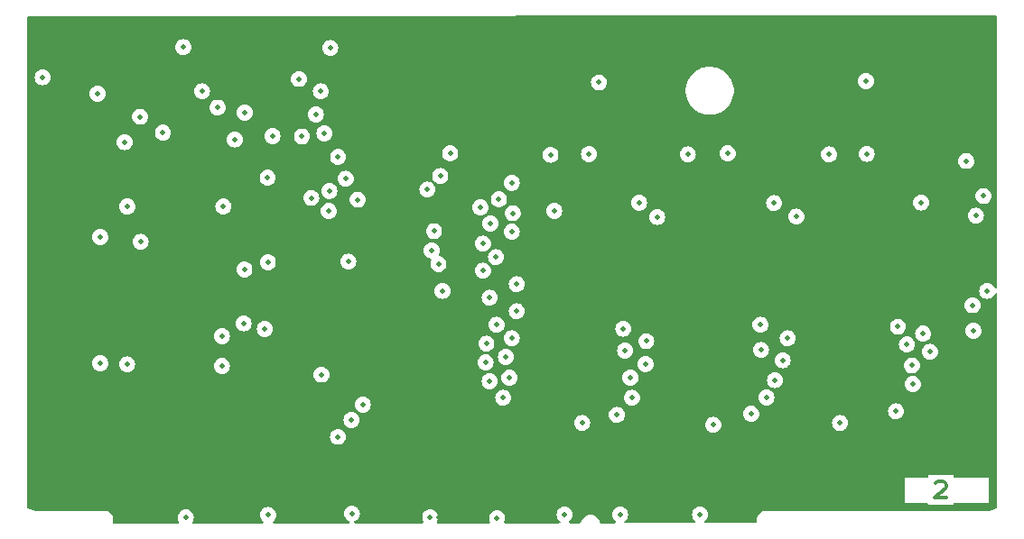
<source format=gbr>
%TF.GenerationSoftware,KiCad,Pcbnew,8.0.4*%
%TF.CreationDate,2024-08-31T23:01:06+02:00*%
%TF.ProjectId,sram,7372616d-2e6b-4696-9361-645f70636258,rev?*%
%TF.SameCoordinates,Original*%
%TF.FileFunction,Copper,L2,Inr*%
%TF.FilePolarity,Positive*%
%FSLAX46Y46*%
G04 Gerber Fmt 4.6, Leading zero omitted, Abs format (unit mm)*
G04 Created by KiCad (PCBNEW 8.0.4) date 2024-08-31 23:01:06*
%MOMM*%
%LPD*%
G01*
G04 APERTURE LIST*
%ADD10C,0.300000*%
%TA.AperFunction,NonConductor*%
%ADD11C,0.300000*%
%TD*%
%TA.AperFunction,ViaPad*%
%ADD12C,0.500000*%
%TD*%
G04 APERTURE END LIST*
D10*
D11*
X224710637Y-101371865D02*
X224791589Y-101300437D01*
X224791589Y-101300437D02*
X224953494Y-101229008D01*
X224953494Y-101229008D02*
X225358256Y-101229008D01*
X225358256Y-101229008D02*
X225520161Y-101300437D01*
X225520161Y-101300437D02*
X225601113Y-101371865D01*
X225601113Y-101371865D02*
X225682066Y-101514722D01*
X225682066Y-101514722D02*
X225682066Y-101657580D01*
X225682066Y-101657580D02*
X225601113Y-101871865D01*
X225601113Y-101871865D02*
X224629685Y-102729008D01*
X224629685Y-102729008D02*
X225682066Y-102729008D01*
D12*
%TO.N,+5V*%
X177030000Y-73780000D03*
X188930000Y-75780000D03*
%TO.N,GND*%
X166030000Y-72470000D03*
X155750000Y-62760000D03*
%TO.N,+5V*%
X148880000Y-90210000D03*
X148900000Y-75380000D03*
%TO.N,GND*%
X166070000Y-96290000D03*
X140712500Y-98832500D03*
X144062500Y-98812500D03*
%TO.N,TIO10*%
X161790000Y-86880000D03*
X159800000Y-86350000D03*
%TO.N,GND*%
X156490000Y-90170000D03*
%TO.N,+5V*%
X146360000Y-90100000D03*
X146360000Y-78230000D03*
X154150000Y-60410000D03*
%TO.N,GND*%
X164990000Y-82520000D03*
X158830000Y-79200000D03*
X154320000Y-72320000D03*
X152430000Y-72600000D03*
X141050000Y-72780000D03*
X142340000Y-63290000D03*
%TO.N,+5V*%
X140970000Y-63240000D03*
%TO.N,GND*%
X156530000Y-78160000D03*
%TO.N,+5V*%
X157910000Y-75370000D03*
X157760000Y-90360000D03*
%TO.N,GND*%
X159040000Y-90210000D03*
X160400000Y-90270000D03*
%TO.N,+5V*%
X157770000Y-87550000D03*
X227560000Y-71090000D03*
%TO.N,GND*%
X224000000Y-70510000D03*
%TO.N,+5V*%
X214700000Y-70480000D03*
%TO.N,GND*%
X210750000Y-70550000D03*
%TO.N,+5V*%
X201450000Y-70480000D03*
%TO.N,GND*%
X197780000Y-70550000D03*
X184830000Y-70550000D03*
%TO.N,+5V*%
X188570000Y-70510000D03*
X223330000Y-74990000D03*
X209540000Y-75057500D03*
X196880000Y-75010000D03*
%TO.N,Cache_A19*%
X184940000Y-73150000D03*
%TO.N,Cache_A18*%
X178240000Y-72510000D03*
%TO.N,+5V*%
X179170000Y-70380000D03*
%TO.N,GND*%
X182730000Y-70400000D03*
%TO.N,+5V*%
X192200000Y-70440000D03*
%TO.N,GND*%
X195870000Y-70420000D03*
%TO.N,+5V*%
X205190000Y-70380000D03*
%TO.N,GND*%
X208770000Y-70400000D03*
%TO.N,+5V*%
X218220000Y-70420000D03*
%TO.N,GND*%
X221890000Y-70400000D03*
%TO.N,CWE1*%
X229170000Y-74390000D03*
%TO.N,Cache_A5*%
X165000000Y-63390000D03*
%TO.N,Cache_A8*%
X169380000Y-72770000D03*
%TO.N,Cache_A16*%
X146120000Y-64770000D03*
%TO.N,Cache_A10*%
X155900000Y-64550000D03*
%TO.N,Cache_A6*%
X162060000Y-72670000D03*
%TO.N,Cache_A14*%
X148650000Y-69320000D03*
%TO.N,Cache_A8*%
X158980000Y-69070000D03*
%TO.N,Cache_A7*%
X162510000Y-68760000D03*
%TO.N,Cache_A9*%
X159910000Y-66550000D03*
%TO.N,Cache_A11*%
X157370000Y-66090000D03*
%TO.N,Cache_A13*%
X152240000Y-68430000D03*
%TO.N,Cache_A16*%
X167920000Y-60480000D03*
%TO.N,Cache_A10*%
X167040000Y-64550000D03*
%TO.N,Cache_A11*%
X166570000Y-66730000D03*
%TO.N,Cache_A9*%
X167380000Y-68510000D03*
%TO.N,Cache_A12*%
X150100000Y-66940000D03*
X168665000Y-70715000D03*
%TO.N,Cache_A14*%
X170500000Y-74730000D03*
%TO.N,Cache_A7*%
X165280000Y-68800000D03*
%TO.N,Cache_A6*%
X167840000Y-73910000D03*
%TO.N,Cache_A13*%
X166140000Y-74560000D03*
%TO.N,Cache_A5*%
X167790000Y-75800000D03*
%TO.N,CWE0*%
X170975000Y-93985000D03*
%TO.N,CWE1*%
X167090000Y-91160000D03*
%TO.N,CWE3*%
X168660000Y-97000000D03*
%TO.N,TAG_WE*%
X150140000Y-78690000D03*
X169620000Y-80550000D03*
%TO.N,TIO10*%
X162070000Y-80610000D03*
X159870000Y-81280000D03*
%TO.N,+5V*%
X162100000Y-104350000D03*
X202600000Y-104300000D03*
X189900000Y-104300000D03*
X177300000Y-104550000D03*
X193130707Y-63720707D03*
X195100000Y-104300000D03*
X218149000Y-63590000D03*
X169950000Y-104200000D03*
X154380000Y-104590000D03*
X183570000Y-104620000D03*
%TO.N,Cache_A17*%
X183740000Y-74690000D03*
%TO.N,Cache_A15*%
X185044231Y-76000000D03*
%TO.N,Cache_A10*%
X184948750Y-77751250D03*
%TO.N,Cache_A9*%
X182245000Y-78857500D03*
%TO.N,Cache_A8*%
X183475000Y-80127500D03*
%TO.N,Cache_A7*%
X182245000Y-81397500D03*
%TO.N,Cache_A6*%
X185420000Y-82667500D03*
%TO.N,Cache_A5*%
X182880000Y-83937500D03*
%TO.N,Cache_A4*%
X185420000Y-85207500D03*
%TO.N,Cache_A13*%
X178435000Y-83300000D03*
%TO.N,Cache_A14*%
X178070000Y-80770000D03*
%TO.N,CPU_D0*%
X222000000Y-88325000D03*
%TO.N,CPU_D2*%
X220980000Y-94615000D03*
%TO.N,CPU_D1*%
X222460169Y-90306231D03*
%TO.N,CPU_D3*%
X215732500Y-95717500D03*
%TO.N,GND*%
X188450000Y-104550000D03*
X199900000Y-104250000D03*
X226590000Y-92380000D03*
X155350000Y-103850000D03*
X170750000Y-103700000D03*
X219710000Y-92710000D03*
X151590000Y-104290000D03*
X196150000Y-104200000D03*
X204950000Y-104300000D03*
X213399000Y-63590000D03*
X200025000Y-92710000D03*
X193675000Y-92710000D03*
X174500000Y-104150000D03*
X181497913Y-92628747D03*
X212870501Y-92769051D03*
X159300000Y-104250000D03*
X163100000Y-104400000D03*
X206375000Y-92839545D03*
X166900000Y-104350000D03*
X188515707Y-63720707D03*
X182260000Y-104620000D03*
X186507111Y-92527800D03*
X178100000Y-104550000D03*
%TO.N,CPU_D4*%
X222546404Y-92055562D03*
%TO.N,CPU_D5*%
X224155000Y-89017500D03*
%TO.N,CPU_D6*%
X223511411Y-87314026D03*
%TO.N,CPU_D7*%
X221159539Y-86666525D03*
%TO.N,CPU_D8*%
X208319342Y-88846402D03*
%TO.N,CPU_D9*%
X209625181Y-91679826D03*
%TO.N,CPU_D10*%
X207399766Y-94850235D03*
%TO.N,CPU_D11*%
X203835000Y-95885000D03*
%TO.N,CPU_D12*%
X208820324Y-93305965D03*
%TO.N,CPU_D13*%
X210339697Y-89815515D03*
%TO.N,CPU_D14*%
X210820000Y-87747500D03*
%TO.N,CPU_D15*%
X208257692Y-86474851D03*
%TO.N,CPU_D16*%
X195580000Y-88900000D03*
%TO.N,CPU_D17*%
X196075000Y-91440000D03*
%TO.N,CPU_D18*%
X194800655Y-94949346D03*
%TO.N,CPU_D19*%
X191540000Y-95710000D03*
%TO.N,CPU_D20*%
X196215000Y-93345000D03*
%TO.N,CPU_D21*%
X197485000Y-90170000D03*
%TO.N,CPU_D22*%
X197552512Y-88021029D03*
%TO.N,CPU_D23*%
X195401600Y-86844235D03*
%TO.N,CPU_D24*%
X182561048Y-88252171D03*
%TO.N,CPU_D25*%
X182484853Y-90022033D03*
%TO.N,CPU_D26*%
X182880000Y-91779577D03*
%TO.N,CPU_D27*%
X184150000Y-93345000D03*
%TO.N,CPU_D28*%
X184726953Y-91459277D03*
%TO.N,CPU_D29*%
X184403650Y-89490823D03*
%TO.N,CPU_D30*%
X184950000Y-87747500D03*
%TO.N,CPU_D31*%
X183515000Y-86477500D03*
%TO.N,Cache_A12*%
X177450000Y-79500000D03*
%TO.N,Cache_A11*%
X177650000Y-77690000D03*
%TO.N,Cache_A16*%
X182950000Y-76958666D03*
%TO.N,CWE0*%
X228460554Y-76228256D03*
%TO.N,CWE1*%
X211625000Y-76317500D03*
%TO.N,CWE3*%
X182010000Y-75460000D03*
%TO.N,COEB*%
X229532223Y-83300000D03*
%TO.N,CCSB*%
X228151560Y-84641560D03*
%TO.N,CA3BA2*%
X228230000Y-87040000D03*
%TO.N,CWE2*%
X169920000Y-95430000D03*
X198570000Y-76360000D03*
%TD*%
%TA.AperFunction,Conductor*%
%TO.N,GND*%
G36*
X230407982Y-57469716D02*
G01*
X230453766Y-57522495D01*
X230465000Y-57574068D01*
X230465000Y-82963589D01*
X230445315Y-83030628D01*
X230392511Y-83076383D01*
X230323353Y-83086327D01*
X230259797Y-83057302D01*
X230223959Y-83004544D01*
X230212680Y-82972313D01*
X230212675Y-82972302D01*
X230122704Y-82829115D01*
X230122699Y-82829109D01*
X230003113Y-82709523D01*
X230003107Y-82709518D01*
X229859920Y-82619547D01*
X229859917Y-82619545D01*
X229700279Y-82563685D01*
X229532226Y-82544751D01*
X229532220Y-82544751D01*
X229364166Y-82563685D01*
X229204528Y-82619545D01*
X229204525Y-82619547D01*
X229061338Y-82709518D01*
X229061332Y-82709523D01*
X228941746Y-82829109D01*
X228941741Y-82829115D01*
X228851770Y-82972302D01*
X228851768Y-82972305D01*
X228795908Y-83131943D01*
X228776974Y-83299997D01*
X228776974Y-83300002D01*
X228795908Y-83468056D01*
X228851768Y-83627694D01*
X228851770Y-83627697D01*
X228941741Y-83770884D01*
X228941746Y-83770890D01*
X229061332Y-83890476D01*
X229061338Y-83890481D01*
X229204525Y-83980452D01*
X229204528Y-83980454D01*
X229204532Y-83980455D01*
X229204533Y-83980456D01*
X229277136Y-84005860D01*
X229364166Y-84036314D01*
X229532220Y-84055249D01*
X229532223Y-84055249D01*
X229532226Y-84055249D01*
X229700279Y-84036314D01*
X229700282Y-84036313D01*
X229859913Y-83980456D01*
X229859915Y-83980454D01*
X229859917Y-83980454D01*
X229859920Y-83980452D01*
X230003107Y-83890481D01*
X230003108Y-83890480D01*
X230003113Y-83890477D01*
X230122700Y-83770890D01*
X230123609Y-83769443D01*
X230212675Y-83627697D01*
X230212678Y-83627691D01*
X230212679Y-83627690D01*
X230223958Y-83595455D01*
X230264680Y-83538680D01*
X230329632Y-83512932D01*
X230398194Y-83526388D01*
X230448597Y-83574775D01*
X230465000Y-83636410D01*
X230465000Y-103576203D01*
X230445315Y-103643242D01*
X230420705Y-103671193D01*
X230375071Y-103709484D01*
X230357367Y-103721881D01*
X230161199Y-103835140D01*
X230141609Y-103844275D01*
X229928746Y-103921751D01*
X229907867Y-103927345D01*
X229683456Y-103966914D01*
X229664626Y-103968769D01*
X229551328Y-103971238D01*
X229548634Y-103971267D01*
X212010000Y-103972396D01*
X208735832Y-103972396D01*
X208647057Y-103973806D01*
X208647056Y-103973806D01*
X208473485Y-104011218D01*
X208312592Y-104086312D01*
X208312587Y-104086315D01*
X208172439Y-104195324D01*
X208172434Y-104195330D01*
X208060057Y-104332787D01*
X207981077Y-104491813D01*
X207939463Y-104664418D01*
X207939462Y-104664425D01*
X207935854Y-104753171D01*
X207935735Y-104993513D01*
X207916017Y-105060542D01*
X207863190Y-105106271D01*
X207811803Y-105117451D01*
X203136053Y-105120021D01*
X203069003Y-105100373D01*
X203023219Y-105047594D01*
X203013237Y-104978441D01*
X203042227Y-104914870D01*
X203065505Y-104894896D01*
X203065444Y-104894820D01*
X203067578Y-104893117D01*
X203070016Y-104891025D01*
X203070890Y-104890477D01*
X203190477Y-104770890D01*
X203190481Y-104770884D01*
X203280452Y-104627697D01*
X203280454Y-104627694D01*
X203280454Y-104627692D01*
X203280456Y-104627690D01*
X203336313Y-104468059D01*
X203336313Y-104468058D01*
X203336314Y-104468056D01*
X203355249Y-104300002D01*
X203355249Y-104299997D01*
X203336314Y-104131943D01*
X203282767Y-103978914D01*
X203280456Y-103972310D01*
X203280455Y-103972309D01*
X203280454Y-103972305D01*
X203280452Y-103972302D01*
X203190481Y-103829115D01*
X203190476Y-103829109D01*
X203070890Y-103709523D01*
X203070884Y-103709518D01*
X202927697Y-103619547D01*
X202927694Y-103619545D01*
X202768056Y-103563685D01*
X202600003Y-103544751D01*
X202599997Y-103544751D01*
X202431943Y-103563685D01*
X202272305Y-103619545D01*
X202272302Y-103619547D01*
X202129115Y-103709518D01*
X202129109Y-103709523D01*
X202009523Y-103829109D01*
X202009518Y-103829115D01*
X201919547Y-103972302D01*
X201919545Y-103972305D01*
X201863685Y-104131943D01*
X201844751Y-104299997D01*
X201844751Y-104300002D01*
X201863685Y-104468056D01*
X201919545Y-104627694D01*
X201919547Y-104627697D01*
X202009518Y-104770884D01*
X202009523Y-104770890D01*
X202129109Y-104890476D01*
X202129113Y-104890479D01*
X202130919Y-104891614D01*
X202131836Y-104892651D01*
X202134556Y-104894820D01*
X202134176Y-104895296D01*
X202177212Y-104943947D01*
X202187862Y-105013000D01*
X202159488Y-105076849D01*
X202101099Y-105115223D01*
X202065018Y-105120609D01*
X195629487Y-105124147D01*
X195562437Y-105104499D01*
X195516653Y-105051720D01*
X195506671Y-104982567D01*
X195535661Y-104918996D01*
X195563450Y-104895152D01*
X195569080Y-104891614D01*
X195570890Y-104890477D01*
X195690477Y-104770890D01*
X195690481Y-104770884D01*
X195780452Y-104627697D01*
X195780454Y-104627694D01*
X195780454Y-104627692D01*
X195780456Y-104627690D01*
X195836313Y-104468059D01*
X195836313Y-104468058D01*
X195836314Y-104468056D01*
X195855249Y-104300002D01*
X195855249Y-104299997D01*
X195836314Y-104131943D01*
X195782767Y-103978914D01*
X195780456Y-103972310D01*
X195780455Y-103972309D01*
X195780454Y-103972305D01*
X195780452Y-103972302D01*
X195690481Y-103829115D01*
X195690476Y-103829109D01*
X195570890Y-103709523D01*
X195570884Y-103709518D01*
X195427697Y-103619547D01*
X195427694Y-103619545D01*
X195268056Y-103563685D01*
X195100003Y-103544751D01*
X195099997Y-103544751D01*
X194931943Y-103563685D01*
X194772305Y-103619545D01*
X194772302Y-103619547D01*
X194629115Y-103709518D01*
X194629109Y-103709523D01*
X194509523Y-103829109D01*
X194509518Y-103829115D01*
X194419547Y-103972302D01*
X194419545Y-103972305D01*
X194363685Y-104131943D01*
X194344751Y-104299997D01*
X194344751Y-104300002D01*
X194363685Y-104468056D01*
X194419545Y-104627694D01*
X194419547Y-104627697D01*
X194509518Y-104770884D01*
X194509523Y-104770890D01*
X194629110Y-104890477D01*
X194637474Y-104895733D01*
X194683767Y-104948065D01*
X194694418Y-105017118D01*
X194666045Y-105080967D01*
X194607657Y-105119341D01*
X194571574Y-105124728D01*
X193310922Y-105125421D01*
X193243872Y-105105773D01*
X193198088Y-105052994D01*
X193189564Y-105027202D01*
X193173875Y-104953391D01*
X193173873Y-104953386D01*
X193148787Y-104897043D01*
X193097102Y-104780956D01*
X193097099Y-104780952D01*
X193097099Y-104780951D01*
X193017130Y-104670884D01*
X192986156Y-104628251D01*
X192845885Y-104501951D01*
X192682419Y-104407574D01*
X192682413Y-104407571D01*
X192502907Y-104349247D01*
X192502904Y-104349246D01*
X192315185Y-104329516D01*
X192127466Y-104349246D01*
X192127463Y-104349246D01*
X192127462Y-104349247D01*
X191947956Y-104407571D01*
X191947950Y-104407574D01*
X191784486Y-104501950D01*
X191644214Y-104628250D01*
X191644213Y-104628252D01*
X191533270Y-104780951D01*
X191533268Y-104780956D01*
X191456496Y-104953386D01*
X191456495Y-104953388D01*
X191440572Y-105028299D01*
X191407379Y-105089780D01*
X191346215Y-105123556D01*
X191319350Y-105126516D01*
X190424935Y-105127007D01*
X190357885Y-105107359D01*
X190312101Y-105054580D01*
X190302119Y-104985427D01*
X190331109Y-104921856D01*
X190358893Y-104898015D01*
X190370890Y-104890477D01*
X190490477Y-104770890D01*
X190490481Y-104770884D01*
X190580452Y-104627697D01*
X190580454Y-104627694D01*
X190580454Y-104627692D01*
X190580456Y-104627690D01*
X190636313Y-104468059D01*
X190636313Y-104468058D01*
X190636314Y-104468056D01*
X190655249Y-104300002D01*
X190655249Y-104299997D01*
X190636314Y-104131943D01*
X190582767Y-103978914D01*
X190580456Y-103972310D01*
X190580455Y-103972309D01*
X190580454Y-103972305D01*
X190580452Y-103972302D01*
X190490481Y-103829115D01*
X190490476Y-103829109D01*
X190370890Y-103709523D01*
X190370884Y-103709518D01*
X190227697Y-103619547D01*
X190227694Y-103619545D01*
X190068056Y-103563685D01*
X189900003Y-103544751D01*
X189899997Y-103544751D01*
X189731943Y-103563685D01*
X189572305Y-103619545D01*
X189572302Y-103619547D01*
X189429115Y-103709518D01*
X189429109Y-103709523D01*
X189309523Y-103829109D01*
X189309518Y-103829115D01*
X189219547Y-103972302D01*
X189219545Y-103972305D01*
X189163685Y-104131943D01*
X189144751Y-104299997D01*
X189144751Y-104300002D01*
X189163685Y-104468056D01*
X189219545Y-104627694D01*
X189219547Y-104627697D01*
X189309518Y-104770884D01*
X189309523Y-104770890D01*
X189429111Y-104890478D01*
X189442023Y-104898591D01*
X189488313Y-104950925D01*
X189498961Y-105019979D01*
X189470586Y-105083827D01*
X189412196Y-105122199D01*
X189376118Y-105127584D01*
X184359909Y-105130340D01*
X184292859Y-105110692D01*
X184247075Y-105057913D01*
X184237093Y-104988760D01*
X184248123Y-104952535D01*
X184250453Y-104947695D01*
X184250453Y-104947694D01*
X184250456Y-104947690D01*
X184306313Y-104788059D01*
X184306313Y-104788058D01*
X184306314Y-104788056D01*
X184325249Y-104620002D01*
X184325249Y-104619997D01*
X184306314Y-104451943D01*
X184262767Y-104327492D01*
X184250456Y-104292310D01*
X184250455Y-104292309D01*
X184250454Y-104292305D01*
X184250452Y-104292302D01*
X184160481Y-104149115D01*
X184160476Y-104149109D01*
X184040890Y-104029523D01*
X184040884Y-104029518D01*
X183897697Y-103939547D01*
X183897694Y-103939545D01*
X183738056Y-103883685D01*
X183570003Y-103864751D01*
X183569997Y-103864751D01*
X183401943Y-103883685D01*
X183242305Y-103939545D01*
X183242302Y-103939547D01*
X183099115Y-104029518D01*
X183099109Y-104029523D01*
X182979523Y-104149109D01*
X182979518Y-104149115D01*
X182889547Y-104292302D01*
X182889545Y-104292305D01*
X182833685Y-104451943D01*
X182814751Y-104619997D01*
X182814751Y-104620002D01*
X182833685Y-104788056D01*
X182889546Y-104947696D01*
X182892300Y-104953415D01*
X182903647Y-105022357D01*
X182875920Y-105086490D01*
X182817922Y-105125451D01*
X182780644Y-105131209D01*
X178043952Y-105133812D01*
X177976902Y-105114164D01*
X177931118Y-105061385D01*
X177921136Y-104992232D01*
X177938889Y-104943842D01*
X177980456Y-104877690D01*
X178036313Y-104718059D01*
X178036313Y-104718058D01*
X178036314Y-104718056D01*
X178055249Y-104550002D01*
X178055249Y-104549997D01*
X178036314Y-104381943D01*
X178004947Y-104292302D01*
X177980456Y-104222310D01*
X177980455Y-104222309D01*
X177980454Y-104222305D01*
X177980452Y-104222302D01*
X177890481Y-104079115D01*
X177890476Y-104079109D01*
X177770890Y-103959523D01*
X177770884Y-103959518D01*
X177627697Y-103869547D01*
X177627694Y-103869545D01*
X177468056Y-103813685D01*
X177300003Y-103794751D01*
X177299997Y-103794751D01*
X177131943Y-103813685D01*
X176972305Y-103869545D01*
X176972302Y-103869547D01*
X176829115Y-103959518D01*
X176829109Y-103959523D01*
X176709523Y-104079109D01*
X176709518Y-104079115D01*
X176619547Y-104222302D01*
X176619545Y-104222305D01*
X176563685Y-104381943D01*
X176544751Y-104549997D01*
X176544751Y-104550002D01*
X176563685Y-104718056D01*
X176619545Y-104877693D01*
X176661622Y-104944657D01*
X176680623Y-105011894D01*
X176660256Y-105078729D01*
X176606988Y-105123944D01*
X176556697Y-105134630D01*
X170271308Y-105138085D01*
X170204258Y-105118437D01*
X170158474Y-105065658D01*
X170148492Y-104996505D01*
X170177482Y-104932934D01*
X170230285Y-104897043D01*
X170277690Y-104880456D01*
X170277692Y-104880455D01*
X170277697Y-104880452D01*
X170420884Y-104790481D01*
X170420885Y-104790480D01*
X170420890Y-104790477D01*
X170540477Y-104670890D01*
X170554824Y-104648057D01*
X170630452Y-104527697D01*
X170630454Y-104527694D01*
X170630454Y-104527692D01*
X170630456Y-104527690D01*
X170686313Y-104368059D01*
X170686313Y-104368058D01*
X170686314Y-104368056D01*
X170705249Y-104200002D01*
X170705249Y-104199997D01*
X170686314Y-104031943D01*
X170630454Y-103872305D01*
X170630452Y-103872302D01*
X170540481Y-103729115D01*
X170540476Y-103729109D01*
X170420890Y-103609523D01*
X170420884Y-103609518D01*
X170277697Y-103519547D01*
X170277694Y-103519545D01*
X170118056Y-103463685D01*
X169950003Y-103444751D01*
X169949997Y-103444751D01*
X169781943Y-103463685D01*
X169622305Y-103519545D01*
X169622302Y-103519547D01*
X169479115Y-103609518D01*
X169479109Y-103609523D01*
X169359523Y-103729109D01*
X169359518Y-103729115D01*
X169269547Y-103872302D01*
X169269545Y-103872305D01*
X169213685Y-104031943D01*
X169194751Y-104199997D01*
X169194751Y-104200002D01*
X169213685Y-104368056D01*
X169269545Y-104527694D01*
X169269547Y-104527697D01*
X169359518Y-104670884D01*
X169359523Y-104670890D01*
X169479109Y-104790476D01*
X169479115Y-104790481D01*
X169622302Y-104880452D01*
X169622308Y-104880455D01*
X169622310Y-104880456D01*
X169670720Y-104897395D01*
X169727497Y-104938116D01*
X169753245Y-105003068D01*
X169739789Y-105071630D01*
X169691403Y-105122034D01*
X169629835Y-105138437D01*
X162668532Y-105142264D01*
X162601482Y-105122616D01*
X162555698Y-105069837D01*
X162545716Y-105000684D01*
X162574706Y-104937113D01*
X162580756Y-104930610D01*
X162690477Y-104820890D01*
X162690481Y-104820884D01*
X162780452Y-104677697D01*
X162780454Y-104677694D01*
X162780454Y-104677692D01*
X162780456Y-104677690D01*
X162836313Y-104518059D01*
X162836313Y-104518058D01*
X162836314Y-104518056D01*
X162855249Y-104350002D01*
X162855249Y-104349997D01*
X162836314Y-104181943D01*
X162800331Y-104079109D01*
X162780456Y-104022310D01*
X162780455Y-104022309D01*
X162780454Y-104022305D01*
X162780452Y-104022302D01*
X162690481Y-103879115D01*
X162690476Y-103879109D01*
X162570890Y-103759523D01*
X162570884Y-103759518D01*
X162427697Y-103669547D01*
X162427694Y-103669545D01*
X162268056Y-103613685D01*
X162100003Y-103594751D01*
X162099997Y-103594751D01*
X161931943Y-103613685D01*
X161772305Y-103669545D01*
X161772302Y-103669547D01*
X161629115Y-103759518D01*
X161629109Y-103759523D01*
X161509523Y-103879109D01*
X161509518Y-103879115D01*
X161419547Y-104022302D01*
X161419545Y-104022305D01*
X161363685Y-104181943D01*
X161344751Y-104349997D01*
X161344751Y-104350002D01*
X161363685Y-104518056D01*
X161419545Y-104677694D01*
X161419547Y-104677697D01*
X161509518Y-104820884D01*
X161509523Y-104820890D01*
X161619841Y-104931208D01*
X161653326Y-104992531D01*
X161648342Y-105062223D01*
X161606470Y-105118156D01*
X161541006Y-105142573D01*
X161532228Y-105142889D01*
X155141176Y-105146402D01*
X155074126Y-105126754D01*
X155028342Y-105073975D01*
X155018360Y-105004822D01*
X155036115Y-104956429D01*
X155060454Y-104917693D01*
X155060453Y-104917693D01*
X155060456Y-104917690D01*
X155116313Y-104758059D01*
X155116313Y-104758058D01*
X155116314Y-104758056D01*
X155135249Y-104590002D01*
X155135249Y-104589997D01*
X155116314Y-104421943D01*
X155070952Y-104292305D01*
X155060456Y-104262310D01*
X155060455Y-104262309D01*
X155060454Y-104262305D01*
X155060452Y-104262302D01*
X154970481Y-104119115D01*
X154970476Y-104119109D01*
X154850890Y-103999523D01*
X154850884Y-103999518D01*
X154707697Y-103909547D01*
X154707694Y-103909545D01*
X154548056Y-103853685D01*
X154380003Y-103834751D01*
X154379997Y-103834751D01*
X154211943Y-103853685D01*
X154052305Y-103909545D01*
X154052302Y-103909547D01*
X153909115Y-103999518D01*
X153909109Y-103999523D01*
X153789523Y-104119109D01*
X153789518Y-104119115D01*
X153699547Y-104262302D01*
X153699545Y-104262305D01*
X153643685Y-104421943D01*
X153624751Y-104589997D01*
X153624751Y-104590002D01*
X153643685Y-104758056D01*
X153665670Y-104820884D01*
X153698557Y-104914870D01*
X153699545Y-104917692D01*
X153724411Y-104957266D01*
X153743411Y-105024503D01*
X153723043Y-105091338D01*
X153669775Y-105136552D01*
X153619485Y-105147238D01*
X147689950Y-105150498D01*
X147622900Y-105130850D01*
X147577116Y-105078071D01*
X147565884Y-105027282D01*
X147564032Y-104733517D01*
X147561803Y-104648057D01*
X147523704Y-104481436D01*
X147449440Y-104327492D01*
X147342743Y-104193963D01*
X147208979Y-104087563D01*
X147054871Y-104013640D01*
X147044174Y-104011219D01*
X146911808Y-103981260D01*
X146888166Y-103975909D01*
X146888165Y-103975908D01*
X146888161Y-103975908D01*
X146802720Y-103973861D01*
X146407428Y-103973688D01*
X143453288Y-103972396D01*
X143453269Y-103972396D01*
X143453146Y-103972396D01*
X140431480Y-103981260D01*
X140428573Y-103981235D01*
X140315444Y-103978914D01*
X140296455Y-103977056D01*
X140072093Y-103937496D01*
X140051214Y-103931902D01*
X139838325Y-103854416D01*
X139818736Y-103845281D01*
X139622544Y-103732009D01*
X139604838Y-103719611D01*
X139544294Y-103668808D01*
X139505592Y-103610636D01*
X139500000Y-103573819D01*
X139500000Y-100885996D01*
X221817841Y-100885996D01*
X221821857Y-103236141D01*
X223848890Y-103240449D01*
X223915887Y-103260276D01*
X223961530Y-103313177D01*
X223972626Y-103364449D01*
X223972626Y-103386067D01*
X226340054Y-103386067D01*
X226340054Y-103370007D01*
X226359739Y-103302968D01*
X226412543Y-103257213D01*
X226464317Y-103246007D01*
X229653235Y-103252785D01*
X229653235Y-100885996D01*
X226464054Y-100885996D01*
X226397015Y-100866311D01*
X226351260Y-100813507D01*
X226340054Y-100761996D01*
X226340054Y-100572868D01*
X223972626Y-100572868D01*
X223972626Y-100761996D01*
X223952941Y-100829035D01*
X223900137Y-100874790D01*
X223848626Y-100885996D01*
X221817841Y-100885996D01*
X139500000Y-100885996D01*
X139500000Y-96999997D01*
X167904751Y-96999997D01*
X167904751Y-97000002D01*
X167923685Y-97168056D01*
X167979545Y-97327694D01*
X167979547Y-97327697D01*
X168069518Y-97470884D01*
X168069523Y-97470890D01*
X168189109Y-97590476D01*
X168189115Y-97590481D01*
X168332302Y-97680452D01*
X168332305Y-97680454D01*
X168332309Y-97680455D01*
X168332310Y-97680456D01*
X168404913Y-97705860D01*
X168491943Y-97736314D01*
X168659997Y-97755249D01*
X168660000Y-97755249D01*
X168660003Y-97755249D01*
X168828056Y-97736314D01*
X168828059Y-97736313D01*
X168987690Y-97680456D01*
X168987692Y-97680454D01*
X168987694Y-97680454D01*
X168987697Y-97680452D01*
X169130884Y-97590481D01*
X169130885Y-97590480D01*
X169130890Y-97590477D01*
X169250477Y-97470890D01*
X169340452Y-97327697D01*
X169340454Y-97327694D01*
X169340454Y-97327692D01*
X169340456Y-97327690D01*
X169396313Y-97168059D01*
X169396313Y-97168058D01*
X169396314Y-97168056D01*
X169415249Y-97000002D01*
X169415249Y-96999997D01*
X169396314Y-96831943D01*
X169340454Y-96672305D01*
X169340452Y-96672302D01*
X169250481Y-96529115D01*
X169250476Y-96529109D01*
X169130890Y-96409523D01*
X169130884Y-96409518D01*
X168987697Y-96319547D01*
X168987694Y-96319545D01*
X168828056Y-96263685D01*
X168660003Y-96244751D01*
X168659997Y-96244751D01*
X168491943Y-96263685D01*
X168332305Y-96319545D01*
X168332302Y-96319547D01*
X168189115Y-96409518D01*
X168189109Y-96409523D01*
X168069523Y-96529109D01*
X168069518Y-96529115D01*
X167979547Y-96672302D01*
X167979545Y-96672305D01*
X167923685Y-96831943D01*
X167904751Y-96999997D01*
X139500000Y-96999997D01*
X139500000Y-95429997D01*
X169164751Y-95429997D01*
X169164751Y-95430002D01*
X169183685Y-95598056D01*
X169239545Y-95757694D01*
X169239547Y-95757697D01*
X169329518Y-95900884D01*
X169329523Y-95900890D01*
X169449109Y-96020476D01*
X169449115Y-96020481D01*
X169592302Y-96110452D01*
X169592305Y-96110454D01*
X169592309Y-96110455D01*
X169592310Y-96110456D01*
X169664913Y-96135860D01*
X169751943Y-96166314D01*
X169919997Y-96185249D01*
X169920000Y-96185249D01*
X169920003Y-96185249D01*
X170088056Y-96166314D01*
X170088059Y-96166313D01*
X170247690Y-96110456D01*
X170247692Y-96110454D01*
X170247694Y-96110454D01*
X170247697Y-96110452D01*
X170390884Y-96020481D01*
X170390885Y-96020480D01*
X170390890Y-96020477D01*
X170510477Y-95900890D01*
X170520460Y-95885002D01*
X170600452Y-95757697D01*
X170600454Y-95757694D01*
X170600454Y-95757692D01*
X170600456Y-95757690D01*
X170617144Y-95709997D01*
X190784751Y-95709997D01*
X190784751Y-95710002D01*
X190803685Y-95878056D01*
X190859545Y-96037694D01*
X190859547Y-96037697D01*
X190949518Y-96180884D01*
X190949523Y-96180890D01*
X191069109Y-96300476D01*
X191069115Y-96300481D01*
X191212302Y-96390452D01*
X191212305Y-96390454D01*
X191212309Y-96390455D01*
X191212310Y-96390456D01*
X191266801Y-96409523D01*
X191371943Y-96446314D01*
X191539997Y-96465249D01*
X191540000Y-96465249D01*
X191540003Y-96465249D01*
X191708056Y-96446314D01*
X191708059Y-96446313D01*
X191867690Y-96390456D01*
X191867692Y-96390454D01*
X191867694Y-96390454D01*
X191867697Y-96390452D01*
X192010884Y-96300481D01*
X192010885Y-96300480D01*
X192010890Y-96300477D01*
X192130477Y-96180890D01*
X192139636Y-96166314D01*
X192220452Y-96037697D01*
X192220454Y-96037694D01*
X192220454Y-96037692D01*
X192220456Y-96037690D01*
X192273885Y-95884997D01*
X203079751Y-95884997D01*
X203079751Y-95885002D01*
X203098685Y-96053056D01*
X203154545Y-96212694D01*
X203154547Y-96212697D01*
X203244518Y-96355884D01*
X203244523Y-96355890D01*
X203364109Y-96475476D01*
X203364115Y-96475481D01*
X203507302Y-96565452D01*
X203507305Y-96565454D01*
X203507309Y-96565455D01*
X203507310Y-96565456D01*
X203579913Y-96590860D01*
X203666943Y-96621314D01*
X203834997Y-96640249D01*
X203835000Y-96640249D01*
X203835003Y-96640249D01*
X204003056Y-96621314D01*
X204003059Y-96621313D01*
X204162690Y-96565456D01*
X204162692Y-96565454D01*
X204162694Y-96565454D01*
X204162697Y-96565452D01*
X204305884Y-96475481D01*
X204305885Y-96475480D01*
X204305890Y-96475477D01*
X204425477Y-96355890D01*
X204448315Y-96319544D01*
X204515452Y-96212697D01*
X204515454Y-96212694D01*
X204515454Y-96212692D01*
X204515456Y-96212690D01*
X204571313Y-96053059D01*
X204571313Y-96053058D01*
X204571314Y-96053056D01*
X204590249Y-95885002D01*
X204590249Y-95884997D01*
X204571376Y-95717497D01*
X214977251Y-95717497D01*
X214977251Y-95717502D01*
X214996185Y-95885556D01*
X215052045Y-96045194D01*
X215052047Y-96045197D01*
X215142018Y-96188384D01*
X215142023Y-96188390D01*
X215261609Y-96307976D01*
X215261615Y-96307981D01*
X215404802Y-96397952D01*
X215404805Y-96397954D01*
X215404809Y-96397955D01*
X215404810Y-96397956D01*
X215437867Y-96409523D01*
X215564443Y-96453814D01*
X215732497Y-96472749D01*
X215732500Y-96472749D01*
X215732503Y-96472749D01*
X215900556Y-96453814D01*
X215921993Y-96446313D01*
X216060190Y-96397956D01*
X216060192Y-96397954D01*
X216060194Y-96397954D01*
X216060197Y-96397952D01*
X216203384Y-96307981D01*
X216203385Y-96307980D01*
X216203390Y-96307977D01*
X216322977Y-96188390D01*
X216327690Y-96180890D01*
X216412952Y-96045197D01*
X216412954Y-96045194D01*
X216412954Y-96045192D01*
X216412956Y-96045190D01*
X216468813Y-95885559D01*
X216468813Y-95885558D01*
X216468814Y-95885556D01*
X216487749Y-95717502D01*
X216487749Y-95717497D01*
X216468814Y-95549443D01*
X216423600Y-95420230D01*
X216412956Y-95389810D01*
X216412955Y-95389809D01*
X216412954Y-95389805D01*
X216412952Y-95389802D01*
X216322981Y-95246615D01*
X216322976Y-95246609D01*
X216203390Y-95127023D01*
X216203384Y-95127018D01*
X216060197Y-95037047D01*
X216060194Y-95037045D01*
X215900556Y-94981185D01*
X215732503Y-94962251D01*
X215732497Y-94962251D01*
X215564443Y-94981185D01*
X215404805Y-95037045D01*
X215404802Y-95037047D01*
X215261615Y-95127018D01*
X215261609Y-95127023D01*
X215142023Y-95246609D01*
X215142018Y-95246615D01*
X215052047Y-95389802D01*
X215052045Y-95389805D01*
X214996185Y-95549443D01*
X214977251Y-95717497D01*
X204571376Y-95717497D01*
X204571314Y-95716943D01*
X204529715Y-95598059D01*
X204515456Y-95557310D01*
X204515455Y-95557309D01*
X204515454Y-95557305D01*
X204515452Y-95557302D01*
X204425481Y-95414115D01*
X204425476Y-95414109D01*
X204305890Y-95294523D01*
X204305884Y-95294518D01*
X204162697Y-95204547D01*
X204162694Y-95204545D01*
X204003056Y-95148685D01*
X203835003Y-95129751D01*
X203834997Y-95129751D01*
X203666943Y-95148685D01*
X203507305Y-95204545D01*
X203507302Y-95204547D01*
X203364115Y-95294518D01*
X203364109Y-95294523D01*
X203244523Y-95414109D01*
X203244518Y-95414115D01*
X203154547Y-95557302D01*
X203154545Y-95557305D01*
X203098685Y-95716943D01*
X203079751Y-95884997D01*
X192273885Y-95884997D01*
X192276313Y-95878059D01*
X192276313Y-95878058D01*
X192276314Y-95878056D01*
X192295249Y-95710002D01*
X192295249Y-95709997D01*
X192276314Y-95541943D01*
X192223080Y-95389810D01*
X192220456Y-95382310D01*
X192220455Y-95382309D01*
X192220454Y-95382305D01*
X192220452Y-95382302D01*
X192130481Y-95239115D01*
X192130476Y-95239109D01*
X192010890Y-95119523D01*
X192010884Y-95119518D01*
X191867697Y-95029547D01*
X191867694Y-95029545D01*
X191708056Y-94973685D01*
X191540003Y-94954751D01*
X191539997Y-94954751D01*
X191371943Y-94973685D01*
X191212305Y-95029545D01*
X191212302Y-95029547D01*
X191069115Y-95119518D01*
X191069109Y-95119523D01*
X190949523Y-95239109D01*
X190949518Y-95239115D01*
X190859547Y-95382302D01*
X190859545Y-95382305D01*
X190803685Y-95541943D01*
X190784751Y-95709997D01*
X170617144Y-95709997D01*
X170656313Y-95598059D01*
X170656313Y-95598058D01*
X170656314Y-95598056D01*
X170675249Y-95430002D01*
X170675249Y-95429997D01*
X170656314Y-95261943D01*
X170609103Y-95127023D01*
X170600456Y-95102310D01*
X170600455Y-95102309D01*
X170600454Y-95102305D01*
X170600452Y-95102302D01*
X170510481Y-94959115D01*
X170510476Y-94959109D01*
X170500710Y-94949343D01*
X194045406Y-94949343D01*
X194045406Y-94949348D01*
X194064340Y-95117402D01*
X194120200Y-95277040D01*
X194120202Y-95277043D01*
X194210173Y-95420230D01*
X194210178Y-95420236D01*
X194329764Y-95539822D01*
X194329770Y-95539827D01*
X194472957Y-95629798D01*
X194472960Y-95629800D01*
X194472964Y-95629801D01*
X194472965Y-95629802D01*
X194545568Y-95655206D01*
X194632598Y-95685660D01*
X194800652Y-95704595D01*
X194800655Y-95704595D01*
X194800658Y-95704595D01*
X194968711Y-95685660D01*
X194968714Y-95685659D01*
X195128345Y-95629802D01*
X195128347Y-95629800D01*
X195128349Y-95629800D01*
X195128352Y-95629798D01*
X195271539Y-95539827D01*
X195271540Y-95539826D01*
X195271545Y-95539823D01*
X195391132Y-95420236D01*
X195434439Y-95351314D01*
X195481107Y-95277043D01*
X195481109Y-95277040D01*
X195481109Y-95277038D01*
X195481111Y-95277036D01*
X195536968Y-95117405D01*
X195536968Y-95117404D01*
X195536969Y-95117402D01*
X195555904Y-94949348D01*
X195555904Y-94949343D01*
X195544737Y-94850232D01*
X206644517Y-94850232D01*
X206644517Y-94850237D01*
X206663451Y-95018291D01*
X206719311Y-95177929D01*
X206719313Y-95177932D01*
X206809284Y-95321119D01*
X206809289Y-95321125D01*
X206928875Y-95440711D01*
X206928881Y-95440716D01*
X207072068Y-95530687D01*
X207072071Y-95530689D01*
X207072075Y-95530690D01*
X207072076Y-95530691D01*
X207144679Y-95556095D01*
X207231709Y-95586549D01*
X207399763Y-95605484D01*
X207399766Y-95605484D01*
X207399769Y-95605484D01*
X207567822Y-95586549D01*
X207567825Y-95586548D01*
X207727456Y-95530691D01*
X207727458Y-95530689D01*
X207727460Y-95530689D01*
X207727463Y-95530687D01*
X207870650Y-95440716D01*
X207870651Y-95440715D01*
X207870656Y-95440712D01*
X207990243Y-95321125D01*
X208006372Y-95295456D01*
X208080218Y-95177932D01*
X208080220Y-95177929D01*
X208080220Y-95177927D01*
X208080222Y-95177925D01*
X208136079Y-95018294D01*
X208136079Y-95018293D01*
X208136080Y-95018291D01*
X208155015Y-94850237D01*
X208155015Y-94850232D01*
X208136080Y-94682178D01*
X208112572Y-94614997D01*
X220224751Y-94614997D01*
X220224751Y-94615002D01*
X220243685Y-94783056D01*
X220299545Y-94942694D01*
X220299547Y-94942697D01*
X220389518Y-95085884D01*
X220389523Y-95085890D01*
X220509109Y-95205476D01*
X220509115Y-95205481D01*
X220652302Y-95295452D01*
X220652305Y-95295454D01*
X220652309Y-95295455D01*
X220652310Y-95295456D01*
X220724913Y-95320860D01*
X220811943Y-95351314D01*
X220979997Y-95370249D01*
X220980000Y-95370249D01*
X220980003Y-95370249D01*
X221148056Y-95351314D01*
X221148059Y-95351313D01*
X221307690Y-95295456D01*
X221307692Y-95295454D01*
X221307694Y-95295454D01*
X221307697Y-95295452D01*
X221450884Y-95205481D01*
X221450885Y-95205480D01*
X221450890Y-95205477D01*
X221570477Y-95085890D01*
X221570481Y-95085884D01*
X221660452Y-94942697D01*
X221660454Y-94942694D01*
X221660454Y-94942692D01*
X221660456Y-94942690D01*
X221716313Y-94783059D01*
X221716313Y-94783058D01*
X221716314Y-94783056D01*
X221735249Y-94615002D01*
X221735249Y-94614997D01*
X221716314Y-94446943D01*
X221660454Y-94287305D01*
X221660452Y-94287302D01*
X221570481Y-94144115D01*
X221570476Y-94144109D01*
X221450890Y-94024523D01*
X221450884Y-94024518D01*
X221307697Y-93934547D01*
X221307694Y-93934545D01*
X221148056Y-93878685D01*
X220980003Y-93859751D01*
X220979997Y-93859751D01*
X220811943Y-93878685D01*
X220652305Y-93934545D01*
X220652302Y-93934547D01*
X220509115Y-94024518D01*
X220509109Y-94024523D01*
X220389523Y-94144109D01*
X220389518Y-94144115D01*
X220299547Y-94287302D01*
X220299545Y-94287305D01*
X220243685Y-94446943D01*
X220224751Y-94614997D01*
X208112572Y-94614997D01*
X208080220Y-94522540D01*
X208080218Y-94522537D01*
X207990247Y-94379350D01*
X207990242Y-94379344D01*
X207870656Y-94259758D01*
X207870650Y-94259753D01*
X207727463Y-94169782D01*
X207727460Y-94169780D01*
X207567822Y-94113920D01*
X207399769Y-94094986D01*
X207399763Y-94094986D01*
X207231709Y-94113920D01*
X207072071Y-94169780D01*
X207072068Y-94169782D01*
X206928881Y-94259753D01*
X206928875Y-94259758D01*
X206809289Y-94379344D01*
X206809284Y-94379350D01*
X206719313Y-94522537D01*
X206719311Y-94522540D01*
X206663451Y-94682178D01*
X206644517Y-94850232D01*
X195544737Y-94850232D01*
X195536969Y-94781289D01*
X195481109Y-94621651D01*
X195481107Y-94621648D01*
X195391136Y-94478461D01*
X195391131Y-94478455D01*
X195271545Y-94358869D01*
X195271539Y-94358864D01*
X195128352Y-94268893D01*
X195128349Y-94268891D01*
X194968711Y-94213031D01*
X194800658Y-94194097D01*
X194800652Y-94194097D01*
X194632598Y-94213031D01*
X194472960Y-94268891D01*
X194472957Y-94268893D01*
X194329770Y-94358864D01*
X194329764Y-94358869D01*
X194210178Y-94478455D01*
X194210173Y-94478461D01*
X194120202Y-94621648D01*
X194120200Y-94621651D01*
X194064340Y-94781289D01*
X194045406Y-94949343D01*
X170500710Y-94949343D01*
X170390890Y-94839523D01*
X170390884Y-94839518D01*
X170247697Y-94749547D01*
X170247694Y-94749545D01*
X170088056Y-94693685D01*
X169920003Y-94674751D01*
X169919997Y-94674751D01*
X169751943Y-94693685D01*
X169592305Y-94749545D01*
X169592302Y-94749547D01*
X169449115Y-94839518D01*
X169449109Y-94839523D01*
X169329523Y-94959109D01*
X169329518Y-94959115D01*
X169239547Y-95102302D01*
X169239545Y-95102305D01*
X169183685Y-95261943D01*
X169164751Y-95429997D01*
X139500000Y-95429997D01*
X139500000Y-93984997D01*
X170219751Y-93984997D01*
X170219751Y-93985002D01*
X170238685Y-94153056D01*
X170294545Y-94312694D01*
X170294547Y-94312697D01*
X170384518Y-94455884D01*
X170384523Y-94455890D01*
X170504109Y-94575476D01*
X170504115Y-94575481D01*
X170647302Y-94665452D01*
X170647305Y-94665454D01*
X170647309Y-94665455D01*
X170647310Y-94665456D01*
X170695099Y-94682178D01*
X170806943Y-94721314D01*
X170974997Y-94740249D01*
X170975000Y-94740249D01*
X170975003Y-94740249D01*
X171143056Y-94721314D01*
X171143059Y-94721313D01*
X171302690Y-94665456D01*
X171302692Y-94665454D01*
X171302694Y-94665454D01*
X171302697Y-94665452D01*
X171445884Y-94575481D01*
X171445885Y-94575480D01*
X171445890Y-94575477D01*
X171565477Y-94455890D01*
X171613574Y-94379345D01*
X171655452Y-94312697D01*
X171655454Y-94312694D01*
X171655454Y-94312692D01*
X171655456Y-94312690D01*
X171711313Y-94153059D01*
X171711313Y-94153058D01*
X171711314Y-94153056D01*
X171730249Y-93985002D01*
X171730249Y-93984997D01*
X171711314Y-93816943D01*
X171660839Y-93672694D01*
X171655456Y-93657310D01*
X171655455Y-93657309D01*
X171655454Y-93657305D01*
X171655452Y-93657302D01*
X171565481Y-93514115D01*
X171565476Y-93514109D01*
X171445890Y-93394523D01*
X171445884Y-93394518D01*
X171367072Y-93344997D01*
X183394751Y-93344997D01*
X183394751Y-93345002D01*
X183413685Y-93513056D01*
X183469545Y-93672694D01*
X183469547Y-93672697D01*
X183559518Y-93815884D01*
X183559523Y-93815890D01*
X183679109Y-93935476D01*
X183679115Y-93935481D01*
X183822302Y-94025452D01*
X183822305Y-94025454D01*
X183822309Y-94025455D01*
X183822310Y-94025456D01*
X183870385Y-94042278D01*
X183981943Y-94081314D01*
X184149997Y-94100249D01*
X184150000Y-94100249D01*
X184150003Y-94100249D01*
X184318056Y-94081314D01*
X184318059Y-94081313D01*
X184477690Y-94025456D01*
X184477692Y-94025454D01*
X184477694Y-94025454D01*
X184477697Y-94025452D01*
X184620884Y-93935481D01*
X184620885Y-93935480D01*
X184620890Y-93935477D01*
X184740477Y-93815890D01*
X184740481Y-93815884D01*
X184830452Y-93672697D01*
X184830454Y-93672694D01*
X184830454Y-93672692D01*
X184830456Y-93672690D01*
X184886313Y-93513059D01*
X184886313Y-93513058D01*
X184886314Y-93513056D01*
X184905249Y-93345002D01*
X184905249Y-93344997D01*
X195459751Y-93344997D01*
X195459751Y-93345002D01*
X195478685Y-93513056D01*
X195534545Y-93672694D01*
X195534547Y-93672697D01*
X195624518Y-93815884D01*
X195624523Y-93815890D01*
X195744109Y-93935476D01*
X195744115Y-93935481D01*
X195887302Y-94025452D01*
X195887305Y-94025454D01*
X195887309Y-94025455D01*
X195887310Y-94025456D01*
X195935385Y-94042278D01*
X196046943Y-94081314D01*
X196214997Y-94100249D01*
X196215000Y-94100249D01*
X196215003Y-94100249D01*
X196383056Y-94081314D01*
X196383059Y-94081313D01*
X196542690Y-94025456D01*
X196542692Y-94025454D01*
X196542694Y-94025454D01*
X196542697Y-94025452D01*
X196685884Y-93935481D01*
X196685885Y-93935480D01*
X196685890Y-93935477D01*
X196805477Y-93815890D01*
X196805481Y-93815884D01*
X196895452Y-93672697D01*
X196895454Y-93672694D01*
X196895454Y-93672692D01*
X196895456Y-93672690D01*
X196951313Y-93513059D01*
X196951313Y-93513058D01*
X196951314Y-93513056D01*
X196970249Y-93345002D01*
X196970249Y-93344997D01*
X196965851Y-93305962D01*
X208065075Y-93305962D01*
X208065075Y-93305967D01*
X208084009Y-93474021D01*
X208139869Y-93633659D01*
X208139871Y-93633662D01*
X208229842Y-93776849D01*
X208229847Y-93776855D01*
X208349433Y-93896441D01*
X208349439Y-93896446D01*
X208492626Y-93986417D01*
X208492629Y-93986419D01*
X208492633Y-93986420D01*
X208492634Y-93986421D01*
X208565237Y-94011825D01*
X208652267Y-94042279D01*
X208820321Y-94061214D01*
X208820324Y-94061214D01*
X208820327Y-94061214D01*
X208988380Y-94042279D01*
X208988383Y-94042278D01*
X209148014Y-93986421D01*
X209148016Y-93986419D01*
X209148018Y-93986419D01*
X209148021Y-93986417D01*
X209291208Y-93896446D01*
X209291209Y-93896445D01*
X209291214Y-93896442D01*
X209410801Y-93776855D01*
X209410805Y-93776849D01*
X209500776Y-93633662D01*
X209500778Y-93633659D01*
X209500778Y-93633657D01*
X209500780Y-93633655D01*
X209556637Y-93474024D01*
X209556637Y-93474023D01*
X209556638Y-93474021D01*
X209575573Y-93305967D01*
X209575573Y-93305962D01*
X209556638Y-93137908D01*
X209500778Y-92978270D01*
X209500776Y-92978267D01*
X209410805Y-92835080D01*
X209410800Y-92835074D01*
X209291214Y-92715488D01*
X209291208Y-92715483D01*
X209148021Y-92625512D01*
X209148018Y-92625510D01*
X208988380Y-92569650D01*
X208820327Y-92550716D01*
X208820321Y-92550716D01*
X208652267Y-92569650D01*
X208492629Y-92625510D01*
X208492626Y-92625512D01*
X208349439Y-92715483D01*
X208349433Y-92715488D01*
X208229847Y-92835074D01*
X208229842Y-92835080D01*
X208139871Y-92978267D01*
X208139869Y-92978270D01*
X208084009Y-93137908D01*
X208065075Y-93305962D01*
X196965851Y-93305962D01*
X196951314Y-93176943D01*
X196895454Y-93017305D01*
X196895452Y-93017302D01*
X196805481Y-92874115D01*
X196805476Y-92874109D01*
X196685890Y-92754523D01*
X196685884Y-92754518D01*
X196542697Y-92664547D01*
X196542694Y-92664545D01*
X196383056Y-92608685D01*
X196215003Y-92589751D01*
X196214997Y-92589751D01*
X196046943Y-92608685D01*
X195887305Y-92664545D01*
X195887302Y-92664547D01*
X195744115Y-92754518D01*
X195744109Y-92754523D01*
X195624523Y-92874109D01*
X195624518Y-92874115D01*
X195534547Y-93017302D01*
X195534545Y-93017305D01*
X195478685Y-93176943D01*
X195459751Y-93344997D01*
X184905249Y-93344997D01*
X184886314Y-93176943D01*
X184830454Y-93017305D01*
X184830452Y-93017302D01*
X184740481Y-92874115D01*
X184740476Y-92874109D01*
X184620890Y-92754523D01*
X184620884Y-92754518D01*
X184477697Y-92664547D01*
X184477694Y-92664545D01*
X184318056Y-92608685D01*
X184150003Y-92589751D01*
X184149997Y-92589751D01*
X183981943Y-92608685D01*
X183822305Y-92664545D01*
X183822302Y-92664547D01*
X183679115Y-92754518D01*
X183679109Y-92754523D01*
X183559523Y-92874109D01*
X183559518Y-92874115D01*
X183469547Y-93017302D01*
X183469545Y-93017305D01*
X183413685Y-93176943D01*
X183394751Y-93344997D01*
X171367072Y-93344997D01*
X171302697Y-93304547D01*
X171302694Y-93304545D01*
X171143056Y-93248685D01*
X170975003Y-93229751D01*
X170974997Y-93229751D01*
X170806943Y-93248685D01*
X170647305Y-93304545D01*
X170647302Y-93304547D01*
X170504115Y-93394518D01*
X170504109Y-93394523D01*
X170384523Y-93514109D01*
X170384518Y-93514115D01*
X170294547Y-93657302D01*
X170294545Y-93657305D01*
X170238685Y-93816943D01*
X170219751Y-93984997D01*
X139500000Y-93984997D01*
X139500000Y-91159997D01*
X166334751Y-91159997D01*
X166334751Y-91160002D01*
X166353685Y-91328056D01*
X166409545Y-91487694D01*
X166409547Y-91487697D01*
X166499518Y-91630884D01*
X166499523Y-91630890D01*
X166619109Y-91750476D01*
X166619115Y-91750481D01*
X166762302Y-91840452D01*
X166762305Y-91840454D01*
X166762309Y-91840455D01*
X166762310Y-91840456D01*
X166783541Y-91847885D01*
X166921943Y-91896314D01*
X167089997Y-91915249D01*
X167090000Y-91915249D01*
X167090003Y-91915249D01*
X167258056Y-91896314D01*
X167283231Y-91887505D01*
X167417690Y-91840456D01*
X167417692Y-91840454D01*
X167417694Y-91840454D01*
X167417697Y-91840452D01*
X167514583Y-91779574D01*
X182124751Y-91779574D01*
X182124751Y-91779579D01*
X182143685Y-91947633D01*
X182199545Y-92107271D01*
X182199547Y-92107274D01*
X182289518Y-92250461D01*
X182289523Y-92250467D01*
X182409109Y-92370053D01*
X182409115Y-92370058D01*
X182552302Y-92460029D01*
X182552305Y-92460031D01*
X182552309Y-92460032D01*
X182552310Y-92460033D01*
X182624913Y-92485437D01*
X182711943Y-92515891D01*
X182879997Y-92534826D01*
X182880000Y-92534826D01*
X182880003Y-92534826D01*
X183048056Y-92515891D01*
X183048059Y-92515890D01*
X183207690Y-92460033D01*
X183207692Y-92460031D01*
X183207694Y-92460031D01*
X183207697Y-92460029D01*
X183350884Y-92370058D01*
X183350885Y-92370057D01*
X183350890Y-92370054D01*
X183470477Y-92250467D01*
X183487346Y-92223621D01*
X183560452Y-92107274D01*
X183560454Y-92107271D01*
X183560454Y-92107269D01*
X183560456Y-92107267D01*
X183616313Y-91947636D01*
X183616313Y-91947635D01*
X183616314Y-91947633D01*
X183635249Y-91779579D01*
X183635249Y-91779574D01*
X183616314Y-91611520D01*
X183585860Y-91524490D01*
X183563041Y-91459274D01*
X183971704Y-91459274D01*
X183971704Y-91459279D01*
X183990638Y-91627333D01*
X184046498Y-91786971D01*
X184046500Y-91786974D01*
X184136471Y-91930161D01*
X184136476Y-91930167D01*
X184256062Y-92049753D01*
X184256068Y-92049758D01*
X184399255Y-92139729D01*
X184399258Y-92139731D01*
X184399262Y-92139732D01*
X184399263Y-92139733D01*
X184430634Y-92150710D01*
X184558896Y-92195591D01*
X184726950Y-92214526D01*
X184726953Y-92214526D01*
X184726956Y-92214526D01*
X184895009Y-92195591D01*
X184895012Y-92195590D01*
X185054643Y-92139733D01*
X185054645Y-92139731D01*
X185054647Y-92139731D01*
X185054650Y-92139729D01*
X185197837Y-92049758D01*
X185197838Y-92049757D01*
X185197843Y-92049754D01*
X185317430Y-91930167D01*
X185329543Y-91910890D01*
X185407405Y-91786974D01*
X185407407Y-91786971D01*
X185407407Y-91786969D01*
X185407409Y-91786967D01*
X185463266Y-91627336D01*
X185463266Y-91627335D01*
X185463267Y-91627333D01*
X185482202Y-91459279D01*
X185482202Y-91459274D01*
X185480030Y-91439997D01*
X195319751Y-91439997D01*
X195319751Y-91440002D01*
X195338685Y-91608056D01*
X195394545Y-91767694D01*
X195394547Y-91767697D01*
X195484518Y-91910884D01*
X195484523Y-91910890D01*
X195604109Y-92030476D01*
X195604115Y-92030481D01*
X195747302Y-92120452D01*
X195747305Y-92120454D01*
X195747309Y-92120455D01*
X195747310Y-92120456D01*
X195802395Y-92139731D01*
X195906943Y-92176314D01*
X196074997Y-92195249D01*
X196075000Y-92195249D01*
X196075003Y-92195249D01*
X196243056Y-92176314D01*
X196316211Y-92150716D01*
X196402690Y-92120456D01*
X196402692Y-92120454D01*
X196402694Y-92120454D01*
X196402697Y-92120452D01*
X196545884Y-92030481D01*
X196545885Y-92030480D01*
X196545890Y-92030477D01*
X196665477Y-91910890D01*
X196674636Y-91896314D01*
X196755452Y-91767697D01*
X196755454Y-91767694D01*
X196755454Y-91767692D01*
X196755456Y-91767690D01*
X196786202Y-91679823D01*
X208869932Y-91679823D01*
X208869932Y-91679828D01*
X208888866Y-91847882D01*
X208944726Y-92007520D01*
X208944728Y-92007523D01*
X209034699Y-92150710D01*
X209034704Y-92150716D01*
X209154290Y-92270302D01*
X209154296Y-92270307D01*
X209297483Y-92360278D01*
X209297486Y-92360280D01*
X209297490Y-92360281D01*
X209297491Y-92360282D01*
X209363136Y-92383252D01*
X209457124Y-92416140D01*
X209625178Y-92435075D01*
X209625181Y-92435075D01*
X209625184Y-92435075D01*
X209793237Y-92416140D01*
X209793240Y-92416139D01*
X209952871Y-92360282D01*
X209952873Y-92360280D01*
X209952875Y-92360280D01*
X209952878Y-92360278D01*
X210096065Y-92270307D01*
X210096066Y-92270306D01*
X210096071Y-92270303D01*
X210215658Y-92150716D01*
X210222559Y-92139733D01*
X210275450Y-92055559D01*
X221791155Y-92055559D01*
X221791155Y-92055564D01*
X221810089Y-92223618D01*
X221865949Y-92383256D01*
X221865951Y-92383259D01*
X221955922Y-92526446D01*
X221955927Y-92526452D01*
X222075513Y-92646038D01*
X222075519Y-92646043D01*
X222218706Y-92736014D01*
X222218709Y-92736016D01*
X222218713Y-92736017D01*
X222218714Y-92736018D01*
X222271584Y-92754518D01*
X222378347Y-92791876D01*
X222546401Y-92810811D01*
X222546404Y-92810811D01*
X222546407Y-92810811D01*
X222714460Y-92791876D01*
X222714463Y-92791875D01*
X222874094Y-92736018D01*
X222874096Y-92736016D01*
X222874098Y-92736016D01*
X222874101Y-92736014D01*
X223017288Y-92646043D01*
X223017289Y-92646042D01*
X223017294Y-92646039D01*
X223136881Y-92526452D01*
X223178615Y-92460033D01*
X223226856Y-92383259D01*
X223226858Y-92383256D01*
X223226858Y-92383254D01*
X223226860Y-92383252D01*
X223282717Y-92223621D01*
X223282717Y-92223620D01*
X223282718Y-92223618D01*
X223301653Y-92055564D01*
X223301653Y-92055559D01*
X223282718Y-91887505D01*
X223247541Y-91786974D01*
X223226860Y-91727872D01*
X223226859Y-91727871D01*
X223226858Y-91727867D01*
X223226856Y-91727864D01*
X223136885Y-91584677D01*
X223136880Y-91584671D01*
X223017294Y-91465085D01*
X223017288Y-91465080D01*
X222874101Y-91375109D01*
X222874098Y-91375107D01*
X222714460Y-91319247D01*
X222539484Y-91299533D01*
X222539687Y-91297727D01*
X222514839Y-91290431D01*
X222493015Y-91304457D01*
X222471964Y-91308700D01*
X222378347Y-91319247D01*
X222218709Y-91375107D01*
X222218706Y-91375109D01*
X222075519Y-91465080D01*
X222075513Y-91465085D01*
X221955927Y-91584671D01*
X221955922Y-91584677D01*
X221865951Y-91727864D01*
X221865949Y-91727867D01*
X221810089Y-91887505D01*
X221791155Y-92055559D01*
X210275450Y-92055559D01*
X210305633Y-92007523D01*
X210305635Y-92007520D01*
X210305635Y-92007518D01*
X210305637Y-92007516D01*
X210361494Y-91847885D01*
X210361494Y-91847884D01*
X210361495Y-91847882D01*
X210380430Y-91679828D01*
X210380430Y-91679823D01*
X210361495Y-91511769D01*
X210331041Y-91424739D01*
X210305637Y-91352136D01*
X210305636Y-91352135D01*
X210305635Y-91352131D01*
X210305633Y-91352128D01*
X210215662Y-91208941D01*
X210215657Y-91208935D01*
X210096071Y-91089349D01*
X210096065Y-91089344D01*
X209952878Y-90999373D01*
X209952875Y-90999371D01*
X209793237Y-90943511D01*
X209625184Y-90924577D01*
X209625178Y-90924577D01*
X209457124Y-90943511D01*
X209297486Y-90999371D01*
X209297483Y-90999373D01*
X209154296Y-91089344D01*
X209154290Y-91089349D01*
X209034704Y-91208935D01*
X209034699Y-91208941D01*
X208944728Y-91352128D01*
X208944726Y-91352131D01*
X208888866Y-91511769D01*
X208869932Y-91679823D01*
X196786202Y-91679823D01*
X196811313Y-91608059D01*
X196811313Y-91608058D01*
X196811314Y-91608056D01*
X196830249Y-91440002D01*
X196830249Y-91439997D01*
X196811314Y-91271943D01*
X196762201Y-91131587D01*
X196755456Y-91112310D01*
X196755455Y-91112309D01*
X196755454Y-91112305D01*
X196755452Y-91112302D01*
X196665481Y-90969115D01*
X196665476Y-90969109D01*
X196545890Y-90849523D01*
X196545884Y-90849518D01*
X196402697Y-90759547D01*
X196402694Y-90759545D01*
X196243056Y-90703685D01*
X196075003Y-90684751D01*
X196074997Y-90684751D01*
X195906943Y-90703685D01*
X195747305Y-90759545D01*
X195747302Y-90759547D01*
X195604115Y-90849518D01*
X195604109Y-90849523D01*
X195484523Y-90969109D01*
X195484518Y-90969115D01*
X195394547Y-91112302D01*
X195394545Y-91112305D01*
X195338685Y-91271943D01*
X195319751Y-91439997D01*
X185480030Y-91439997D01*
X185463267Y-91291220D01*
X185407407Y-91131582D01*
X185407405Y-91131579D01*
X185317434Y-90988392D01*
X185317429Y-90988386D01*
X185197843Y-90868800D01*
X185197837Y-90868795D01*
X185054650Y-90778824D01*
X185054647Y-90778822D01*
X184895009Y-90722962D01*
X184726956Y-90704028D01*
X184726950Y-90704028D01*
X184558896Y-90722962D01*
X184399258Y-90778822D01*
X184399255Y-90778824D01*
X184256068Y-90868795D01*
X184256062Y-90868800D01*
X184136476Y-90988386D01*
X184136471Y-90988392D01*
X184046500Y-91131579D01*
X184046498Y-91131582D01*
X183990638Y-91291220D01*
X183971704Y-91459274D01*
X183563041Y-91459274D01*
X183560456Y-91451887D01*
X183560455Y-91451886D01*
X183560454Y-91451882D01*
X183560452Y-91451879D01*
X183470481Y-91308692D01*
X183470476Y-91308686D01*
X183350890Y-91189100D01*
X183350884Y-91189095D01*
X183207697Y-91099124D01*
X183207694Y-91099122D01*
X183048056Y-91043262D01*
X182880003Y-91024328D01*
X182879997Y-91024328D01*
X182711943Y-91043262D01*
X182552305Y-91099122D01*
X182552302Y-91099124D01*
X182409115Y-91189095D01*
X182409109Y-91189100D01*
X182289523Y-91308686D01*
X182289518Y-91308692D01*
X182199547Y-91451879D01*
X182199545Y-91451882D01*
X182143685Y-91611520D01*
X182124751Y-91779574D01*
X167514583Y-91779574D01*
X167560884Y-91750481D01*
X167560885Y-91750480D01*
X167560890Y-91750477D01*
X167680477Y-91630890D01*
X167692648Y-91611520D01*
X167770452Y-91487697D01*
X167770454Y-91487694D01*
X167770454Y-91487692D01*
X167770456Y-91487690D01*
X167826313Y-91328059D01*
X167826313Y-91328058D01*
X167826314Y-91328056D01*
X167845249Y-91160002D01*
X167845249Y-91159997D01*
X167826314Y-90991943D01*
X167783224Y-90868800D01*
X167770456Y-90832310D01*
X167770455Y-90832309D01*
X167770454Y-90832305D01*
X167770452Y-90832302D01*
X167680481Y-90689115D01*
X167680476Y-90689109D01*
X167560890Y-90569523D01*
X167560884Y-90569518D01*
X167417697Y-90479547D01*
X167417694Y-90479545D01*
X167258056Y-90423685D01*
X167090003Y-90404751D01*
X167089997Y-90404751D01*
X166921943Y-90423685D01*
X166762305Y-90479545D01*
X166762302Y-90479547D01*
X166619115Y-90569518D01*
X166619109Y-90569523D01*
X166499523Y-90689109D01*
X166499518Y-90689115D01*
X166409547Y-90832302D01*
X166409545Y-90832305D01*
X166353685Y-90991943D01*
X166334751Y-91159997D01*
X139500000Y-91159997D01*
X139500000Y-90099997D01*
X145604751Y-90099997D01*
X145604751Y-90100002D01*
X145623685Y-90268056D01*
X145679545Y-90427694D01*
X145679547Y-90427697D01*
X145769518Y-90570884D01*
X145769523Y-90570890D01*
X145889109Y-90690476D01*
X145889115Y-90690481D01*
X146032302Y-90780452D01*
X146032305Y-90780454D01*
X146032309Y-90780455D01*
X146032310Y-90780456D01*
X146104913Y-90805860D01*
X146191943Y-90836314D01*
X146359997Y-90855249D01*
X146360000Y-90855249D01*
X146360003Y-90855249D01*
X146528056Y-90836314D01*
X146543574Y-90830884D01*
X146687690Y-90780456D01*
X146687692Y-90780454D01*
X146687694Y-90780454D01*
X146687697Y-90780452D01*
X146830884Y-90690481D01*
X146830885Y-90690480D01*
X146830890Y-90690477D01*
X146950477Y-90570890D01*
X146977392Y-90528056D01*
X147040452Y-90427697D01*
X147040454Y-90427694D01*
X147040454Y-90427692D01*
X147040456Y-90427690D01*
X147096313Y-90268059D01*
X147096313Y-90268058D01*
X147096314Y-90268056D01*
X147102856Y-90209997D01*
X148124751Y-90209997D01*
X148124751Y-90210002D01*
X148143685Y-90378056D01*
X148199545Y-90537694D01*
X148199547Y-90537697D01*
X148289518Y-90680884D01*
X148289523Y-90680890D01*
X148409109Y-90800476D01*
X148409115Y-90800481D01*
X148552302Y-90890452D01*
X148552305Y-90890454D01*
X148552309Y-90890455D01*
X148552310Y-90890456D01*
X148570189Y-90896712D01*
X148711943Y-90946314D01*
X148879997Y-90965249D01*
X148880000Y-90965249D01*
X148880003Y-90965249D01*
X149048056Y-90946314D01*
X149056061Y-90943513D01*
X149207690Y-90890456D01*
X149207692Y-90890454D01*
X149207694Y-90890454D01*
X149207697Y-90890452D01*
X149350884Y-90800481D01*
X149350885Y-90800480D01*
X149350890Y-90800477D01*
X149470477Y-90680890D01*
X149495615Y-90640884D01*
X149560452Y-90537697D01*
X149560454Y-90537694D01*
X149560454Y-90537692D01*
X149560456Y-90537690D01*
X149616313Y-90378059D01*
X149616313Y-90378058D01*
X149616314Y-90378056D01*
X149618349Y-90359997D01*
X157004751Y-90359997D01*
X157004751Y-90360002D01*
X157023685Y-90528056D01*
X157079545Y-90687694D01*
X157079547Y-90687697D01*
X157169518Y-90830884D01*
X157169523Y-90830890D01*
X157289109Y-90950476D01*
X157289115Y-90950481D01*
X157432302Y-91040452D01*
X157432305Y-91040454D01*
X157432309Y-91040455D01*
X157432310Y-91040456D01*
X157494623Y-91062260D01*
X157591943Y-91096314D01*
X157759997Y-91115249D01*
X157760000Y-91115249D01*
X157760003Y-91115249D01*
X157928056Y-91096314D01*
X157947975Y-91089344D01*
X158087690Y-91040456D01*
X158087692Y-91040454D01*
X158087694Y-91040454D01*
X158087697Y-91040452D01*
X158230884Y-90950481D01*
X158230885Y-90950480D01*
X158230890Y-90950477D01*
X158350477Y-90830890D01*
X158350481Y-90830884D01*
X158440452Y-90687697D01*
X158440454Y-90687694D01*
X158440454Y-90687692D01*
X158440456Y-90687690D01*
X158496313Y-90528059D01*
X158496313Y-90528058D01*
X158496314Y-90528056D01*
X158515249Y-90360002D01*
X158515249Y-90359997D01*
X158496314Y-90191943D01*
X158457598Y-90081299D01*
X158440456Y-90032310D01*
X158440455Y-90032309D01*
X158440454Y-90032305D01*
X158440452Y-90032302D01*
X158433998Y-90022030D01*
X181729604Y-90022030D01*
X181729604Y-90022035D01*
X181748538Y-90190089D01*
X181804398Y-90349727D01*
X181804400Y-90349730D01*
X181894371Y-90492917D01*
X181894376Y-90492923D01*
X182013962Y-90612509D01*
X182013968Y-90612514D01*
X182157155Y-90702485D01*
X182157158Y-90702487D01*
X182157162Y-90702488D01*
X182157163Y-90702489D01*
X182215672Y-90722962D01*
X182316796Y-90758347D01*
X182484850Y-90777282D01*
X182484853Y-90777282D01*
X182484856Y-90777282D01*
X182652909Y-90758347D01*
X182652912Y-90758346D01*
X182812543Y-90702489D01*
X182812545Y-90702487D01*
X182812547Y-90702487D01*
X182812550Y-90702485D01*
X182955737Y-90612514D01*
X182955738Y-90612513D01*
X182955743Y-90612510D01*
X183075330Y-90492923D01*
X183087040Y-90474287D01*
X183165305Y-90349730D01*
X183165307Y-90349727D01*
X183165307Y-90349725D01*
X183165309Y-90349723D01*
X183221166Y-90190092D01*
X183221166Y-90190091D01*
X183221167Y-90190089D01*
X183240102Y-90022035D01*
X183240102Y-90022030D01*
X183221167Y-89853976D01*
X183180975Y-89739115D01*
X183165309Y-89694343D01*
X183165308Y-89694342D01*
X183165307Y-89694338D01*
X183165305Y-89694335D01*
X183075334Y-89551148D01*
X183075329Y-89551142D01*
X183015007Y-89490820D01*
X183648401Y-89490820D01*
X183648401Y-89490825D01*
X183667335Y-89658879D01*
X183723195Y-89818517D01*
X183723197Y-89818520D01*
X183813168Y-89961707D01*
X183813173Y-89961713D01*
X183932759Y-90081299D01*
X183932765Y-90081304D01*
X184075952Y-90171275D01*
X184075955Y-90171277D01*
X184075959Y-90171278D01*
X184075960Y-90171279D01*
X184129716Y-90190089D01*
X184235593Y-90227137D01*
X184403647Y-90246072D01*
X184403650Y-90246072D01*
X184403653Y-90246072D01*
X184571706Y-90227137D01*
X184620681Y-90210000D01*
X184731340Y-90171279D01*
X184731342Y-90171277D01*
X184731344Y-90171277D01*
X184731347Y-90171275D01*
X184733381Y-90169997D01*
X196729751Y-90169997D01*
X196729751Y-90170002D01*
X196748685Y-90338056D01*
X196804545Y-90497694D01*
X196804547Y-90497697D01*
X196894518Y-90640884D01*
X196894523Y-90640890D01*
X197014109Y-90760476D01*
X197014115Y-90760481D01*
X197157302Y-90850452D01*
X197157305Y-90850454D01*
X197157309Y-90850455D01*
X197157310Y-90850456D01*
X197229913Y-90875860D01*
X197316943Y-90906314D01*
X197484997Y-90925249D01*
X197485000Y-90925249D01*
X197485003Y-90925249D01*
X197653056Y-90906314D01*
X197680497Y-90896712D01*
X197812690Y-90850456D01*
X197812692Y-90850454D01*
X197812694Y-90850454D01*
X197812697Y-90850452D01*
X197955884Y-90760481D01*
X197955885Y-90760480D01*
X197955890Y-90760477D01*
X198075477Y-90640890D01*
X198079852Y-90633928D01*
X198165452Y-90497697D01*
X198165454Y-90497694D01*
X198165454Y-90497692D01*
X198165456Y-90497690D01*
X198221313Y-90338059D01*
X198221313Y-90338058D01*
X198221314Y-90338056D01*
X198240249Y-90170002D01*
X198240249Y-90169997D01*
X198221314Y-90001943D01*
X198181832Y-89889109D01*
X198165456Y-89842310D01*
X198165455Y-89842309D01*
X198165454Y-89842305D01*
X198165452Y-89842302D01*
X198148619Y-89815512D01*
X209584448Y-89815512D01*
X209584448Y-89815517D01*
X209603382Y-89983571D01*
X209659242Y-90143209D01*
X209659244Y-90143212D01*
X209749215Y-90286399D01*
X209749220Y-90286405D01*
X209868806Y-90405991D01*
X209868812Y-90405996D01*
X210011999Y-90495967D01*
X210012002Y-90495969D01*
X210012006Y-90495970D01*
X210012007Y-90495971D01*
X210016940Y-90497697D01*
X210171640Y-90551829D01*
X210339694Y-90570764D01*
X210339697Y-90570764D01*
X210339700Y-90570764D01*
X210507753Y-90551829D01*
X210548140Y-90537697D01*
X210667387Y-90495971D01*
X210667389Y-90495969D01*
X210667391Y-90495969D01*
X210667394Y-90495967D01*
X210810581Y-90405996D01*
X210810582Y-90405995D01*
X210810587Y-90405992D01*
X210910351Y-90306228D01*
X221704920Y-90306228D01*
X221704920Y-90306233D01*
X221723854Y-90474287D01*
X221779714Y-90633925D01*
X221779716Y-90633928D01*
X221869687Y-90777115D01*
X221869692Y-90777121D01*
X221989278Y-90896707D01*
X221989284Y-90896712D01*
X222132471Y-90986683D01*
X222132474Y-90986685D01*
X222132478Y-90986686D01*
X222132479Y-90986687D01*
X222147500Y-90991943D01*
X222292112Y-91042545D01*
X222467089Y-91062260D01*
X222466885Y-91064065D01*
X222491733Y-91071361D01*
X222513558Y-91057336D01*
X222534609Y-91053093D01*
X222628225Y-91042545D01*
X222634201Y-91040454D01*
X222787859Y-90986687D01*
X222787861Y-90986685D01*
X222787863Y-90986685D01*
X222787866Y-90986683D01*
X222931053Y-90896712D01*
X222931054Y-90896711D01*
X222931059Y-90896708D01*
X223050646Y-90777121D01*
X223061690Y-90759545D01*
X223140621Y-90633928D01*
X223140623Y-90633925D01*
X223140623Y-90633923D01*
X223140625Y-90633921D01*
X223196482Y-90474290D01*
X223196482Y-90474289D01*
X223196483Y-90474287D01*
X223215418Y-90306233D01*
X223215418Y-90306228D01*
X223196483Y-90138174D01*
X223155842Y-90022030D01*
X223140625Y-89978541D01*
X223140624Y-89978540D01*
X223140623Y-89978536D01*
X223140621Y-89978533D01*
X223050650Y-89835346D01*
X223050645Y-89835340D01*
X222931059Y-89715754D01*
X222931053Y-89715749D01*
X222787866Y-89625778D01*
X222787863Y-89625776D01*
X222628225Y-89569916D01*
X222460172Y-89550982D01*
X222460166Y-89550982D01*
X222292112Y-89569916D01*
X222132474Y-89625776D01*
X222132471Y-89625778D01*
X221989284Y-89715749D01*
X221989278Y-89715754D01*
X221869692Y-89835340D01*
X221869687Y-89835346D01*
X221779716Y-89978533D01*
X221779714Y-89978536D01*
X221723854Y-90138174D01*
X221704920Y-90306228D01*
X210910351Y-90306228D01*
X210930174Y-90286405D01*
X210967415Y-90227137D01*
X211020149Y-90143212D01*
X211020151Y-90143209D01*
X211020151Y-90143207D01*
X211020153Y-90143205D01*
X211076010Y-89983574D01*
X211076010Y-89983573D01*
X211076011Y-89983571D01*
X211094946Y-89815517D01*
X211094946Y-89815512D01*
X211076011Y-89647458D01*
X211027745Y-89509523D01*
X211020153Y-89487825D01*
X211020152Y-89487824D01*
X211020151Y-89487820D01*
X211020149Y-89487817D01*
X210930178Y-89344630D01*
X210930173Y-89344624D01*
X210810587Y-89225038D01*
X210810581Y-89225033D01*
X210667394Y-89135062D01*
X210667391Y-89135060D01*
X210507753Y-89079200D01*
X210339700Y-89060266D01*
X210339694Y-89060266D01*
X210171640Y-89079200D01*
X210012002Y-89135060D01*
X210011999Y-89135062D01*
X209868812Y-89225033D01*
X209868806Y-89225038D01*
X209749220Y-89344624D01*
X209749215Y-89344630D01*
X209659244Y-89487817D01*
X209659242Y-89487820D01*
X209603382Y-89647458D01*
X209584448Y-89815512D01*
X198148619Y-89815512D01*
X198075481Y-89699115D01*
X198075476Y-89699109D01*
X197955890Y-89579523D01*
X197955884Y-89579518D01*
X197812697Y-89489547D01*
X197812694Y-89489545D01*
X197653056Y-89433685D01*
X197485003Y-89414751D01*
X197484997Y-89414751D01*
X197316943Y-89433685D01*
X197157305Y-89489545D01*
X197157302Y-89489547D01*
X197014115Y-89579518D01*
X197014109Y-89579523D01*
X196894523Y-89699109D01*
X196894518Y-89699115D01*
X196804547Y-89842302D01*
X196804545Y-89842305D01*
X196748685Y-90001943D01*
X196729751Y-90169997D01*
X184733381Y-90169997D01*
X184874534Y-90081304D01*
X184874535Y-90081303D01*
X184874540Y-90081300D01*
X184994127Y-89961713D01*
X185039747Y-89889110D01*
X185084102Y-89818520D01*
X185084104Y-89818517D01*
X185084104Y-89818515D01*
X185084106Y-89818513D01*
X185139963Y-89658882D01*
X185139963Y-89658881D01*
X185139964Y-89658879D01*
X185158899Y-89490825D01*
X185158899Y-89490820D01*
X185139964Y-89322766D01*
X185087942Y-89174096D01*
X185084106Y-89163133D01*
X185084105Y-89163132D01*
X185084104Y-89163128D01*
X185084102Y-89163125D01*
X184994131Y-89019938D01*
X184994126Y-89019932D01*
X184874540Y-88900346D01*
X184874534Y-88900341D01*
X184873987Y-88899997D01*
X194824751Y-88899997D01*
X194824751Y-88900002D01*
X194843685Y-89068056D01*
X194899545Y-89227694D01*
X194899547Y-89227697D01*
X194989518Y-89370884D01*
X194989523Y-89370890D01*
X195109109Y-89490476D01*
X195109115Y-89490481D01*
X195252302Y-89580452D01*
X195252305Y-89580454D01*
X195252309Y-89580455D01*
X195252310Y-89580456D01*
X195324913Y-89605860D01*
X195411943Y-89636314D01*
X195579997Y-89655249D01*
X195580000Y-89655249D01*
X195580003Y-89655249D01*
X195748056Y-89636314D01*
X195748059Y-89636313D01*
X195907690Y-89580456D01*
X195907692Y-89580454D01*
X195907694Y-89580454D01*
X195907697Y-89580452D01*
X196050884Y-89490481D01*
X196050885Y-89490480D01*
X196050890Y-89490477D01*
X196170477Y-89370890D01*
X196186623Y-89345194D01*
X196260452Y-89227697D01*
X196260454Y-89227694D01*
X196260454Y-89227692D01*
X196260456Y-89227690D01*
X196316313Y-89068059D01*
X196316313Y-89068058D01*
X196316314Y-89068056D01*
X196335249Y-88900002D01*
X196335249Y-88899997D01*
X196329210Y-88846399D01*
X207564093Y-88846399D01*
X207564093Y-88846404D01*
X207583027Y-89014458D01*
X207638887Y-89174096D01*
X207638889Y-89174099D01*
X207728860Y-89317286D01*
X207728865Y-89317292D01*
X207848451Y-89436878D01*
X207848457Y-89436883D01*
X207991644Y-89526854D01*
X207991647Y-89526856D01*
X207991651Y-89526857D01*
X207991652Y-89526858D01*
X207999337Y-89529547D01*
X208151285Y-89582716D01*
X208319339Y-89601651D01*
X208319342Y-89601651D01*
X208319345Y-89601651D01*
X208487398Y-89582716D01*
X208493857Y-89580456D01*
X208647032Y-89526858D01*
X208647034Y-89526856D01*
X208647036Y-89526856D01*
X208647039Y-89526854D01*
X208790226Y-89436883D01*
X208790227Y-89436882D01*
X208790232Y-89436879D01*
X208909819Y-89317292D01*
X208929657Y-89285720D01*
X208999794Y-89174099D01*
X208999796Y-89174096D01*
X208999796Y-89174094D01*
X208999798Y-89174092D01*
X209055655Y-89014461D01*
X209055655Y-89014460D01*
X209055656Y-89014458D01*
X209074591Y-88846404D01*
X209074591Y-88846399D01*
X209055656Y-88678345D01*
X209018550Y-88572302D01*
X208999798Y-88518712D01*
X208999797Y-88518711D01*
X208999796Y-88518707D01*
X208999794Y-88518704D01*
X208909823Y-88375517D01*
X208909818Y-88375511D01*
X208790232Y-88255925D01*
X208790226Y-88255920D01*
X208647039Y-88165949D01*
X208647036Y-88165947D01*
X208487398Y-88110087D01*
X208319345Y-88091153D01*
X208319339Y-88091153D01*
X208151285Y-88110087D01*
X207991647Y-88165947D01*
X207991644Y-88165949D01*
X207848457Y-88255920D01*
X207848451Y-88255925D01*
X207728865Y-88375511D01*
X207728860Y-88375517D01*
X207638889Y-88518704D01*
X207638887Y-88518707D01*
X207583027Y-88678345D01*
X207564093Y-88846399D01*
X196329210Y-88846399D01*
X196316314Y-88731943D01*
X196285860Y-88644913D01*
X196260456Y-88572310D01*
X196260455Y-88572309D01*
X196260454Y-88572305D01*
X196260452Y-88572302D01*
X196170481Y-88429115D01*
X196170476Y-88429109D01*
X196050890Y-88309523D01*
X196050884Y-88309518D01*
X195907697Y-88219547D01*
X195907694Y-88219545D01*
X195748056Y-88163685D01*
X195580003Y-88144751D01*
X195579997Y-88144751D01*
X195411943Y-88163685D01*
X195252305Y-88219545D01*
X195252302Y-88219547D01*
X195109115Y-88309518D01*
X195109109Y-88309523D01*
X194989523Y-88429109D01*
X194989518Y-88429115D01*
X194899547Y-88572302D01*
X194899545Y-88572305D01*
X194843685Y-88731943D01*
X194824751Y-88899997D01*
X184873987Y-88899997D01*
X184731347Y-88810370D01*
X184731344Y-88810368D01*
X184571706Y-88754508D01*
X184403653Y-88735574D01*
X184403647Y-88735574D01*
X184235593Y-88754508D01*
X184075955Y-88810368D01*
X184075952Y-88810370D01*
X183932765Y-88900341D01*
X183932759Y-88900346D01*
X183813173Y-89019932D01*
X183813168Y-89019938D01*
X183723197Y-89163125D01*
X183723195Y-89163128D01*
X183667335Y-89322766D01*
X183648401Y-89490820D01*
X183015007Y-89490820D01*
X182955743Y-89431556D01*
X182955737Y-89431551D01*
X182812550Y-89341580D01*
X182812547Y-89341578D01*
X182652909Y-89285718D01*
X182484856Y-89266784D01*
X182484850Y-89266784D01*
X182316796Y-89285718D01*
X182157158Y-89341578D01*
X182157155Y-89341580D01*
X182013968Y-89431551D01*
X182013962Y-89431556D01*
X181894376Y-89551142D01*
X181894371Y-89551148D01*
X181804400Y-89694335D01*
X181804398Y-89694338D01*
X181748538Y-89853976D01*
X181729604Y-90022030D01*
X158433998Y-90022030D01*
X158350481Y-89889115D01*
X158350476Y-89889109D01*
X158230890Y-89769523D01*
X158230884Y-89769518D01*
X158087697Y-89679547D01*
X158087694Y-89679545D01*
X157928056Y-89623685D01*
X157760003Y-89604751D01*
X157759997Y-89604751D01*
X157591943Y-89623685D01*
X157432305Y-89679545D01*
X157432302Y-89679547D01*
X157289115Y-89769518D01*
X157289109Y-89769523D01*
X157169523Y-89889109D01*
X157169518Y-89889115D01*
X157079547Y-90032302D01*
X157079545Y-90032305D01*
X157023685Y-90191943D01*
X157004751Y-90359997D01*
X149618349Y-90359997D01*
X149635249Y-90210002D01*
X149635249Y-90209997D01*
X149616314Y-90041943D01*
X149577823Y-89931943D01*
X149560456Y-89882310D01*
X149560455Y-89882309D01*
X149560454Y-89882305D01*
X149560452Y-89882302D01*
X149470481Y-89739115D01*
X149470476Y-89739109D01*
X149350890Y-89619523D01*
X149350884Y-89619518D01*
X149207697Y-89529547D01*
X149207694Y-89529545D01*
X149048056Y-89473685D01*
X148880003Y-89454751D01*
X148879997Y-89454751D01*
X148711943Y-89473685D01*
X148552305Y-89529545D01*
X148552302Y-89529547D01*
X148409115Y-89619518D01*
X148409109Y-89619523D01*
X148289523Y-89739109D01*
X148289518Y-89739115D01*
X148199547Y-89882302D01*
X148199545Y-89882305D01*
X148143685Y-90041943D01*
X148124751Y-90209997D01*
X147102856Y-90209997D01*
X147115249Y-90100002D01*
X147115249Y-90099997D01*
X147096314Y-89931943D01*
X147055573Y-89815512D01*
X147040456Y-89772310D01*
X147040455Y-89772309D01*
X147040454Y-89772305D01*
X147040452Y-89772302D01*
X146950481Y-89629115D01*
X146950476Y-89629109D01*
X146830890Y-89509523D01*
X146830884Y-89509518D01*
X146687697Y-89419547D01*
X146687694Y-89419545D01*
X146528056Y-89363685D01*
X146360003Y-89344751D01*
X146359997Y-89344751D01*
X146191943Y-89363685D01*
X146032305Y-89419545D01*
X146032302Y-89419547D01*
X145889115Y-89509518D01*
X145889109Y-89509523D01*
X145769523Y-89629109D01*
X145769518Y-89629115D01*
X145679547Y-89772302D01*
X145679545Y-89772305D01*
X145623685Y-89931943D01*
X145604751Y-90099997D01*
X139500000Y-90099997D01*
X139500000Y-87549997D01*
X157014751Y-87549997D01*
X157014751Y-87550002D01*
X157033685Y-87718056D01*
X157089545Y-87877694D01*
X157089547Y-87877697D01*
X157179518Y-88020884D01*
X157179523Y-88020890D01*
X157299109Y-88140476D01*
X157299115Y-88140481D01*
X157442302Y-88230452D01*
X157442305Y-88230454D01*
X157442309Y-88230455D01*
X157442310Y-88230456D01*
X157504360Y-88252168D01*
X157601943Y-88286314D01*
X157769997Y-88305249D01*
X157770000Y-88305249D01*
X157770003Y-88305249D01*
X157938056Y-88286314D01*
X157952714Y-88281185D01*
X158035640Y-88252168D01*
X181805799Y-88252168D01*
X181805799Y-88252173D01*
X181824733Y-88420227D01*
X181880593Y-88579865D01*
X181880595Y-88579868D01*
X181970566Y-88723055D01*
X181970571Y-88723061D01*
X182090157Y-88842647D01*
X182090162Y-88842651D01*
X182233350Y-88932623D01*
X182233353Y-88932625D01*
X182233357Y-88932626D01*
X182233358Y-88932627D01*
X182305961Y-88958031D01*
X182392991Y-88988485D01*
X182561045Y-89007420D01*
X182561048Y-89007420D01*
X182561051Y-89007420D01*
X182729104Y-88988485D01*
X182729107Y-88988484D01*
X182888738Y-88932627D01*
X182888740Y-88932625D01*
X182888742Y-88932625D01*
X182888745Y-88932623D01*
X183031934Y-88842651D01*
X183031935Y-88842649D01*
X183031938Y-88842648D01*
X183151525Y-88723061D01*
X183165082Y-88701485D01*
X183241500Y-88579868D01*
X183241502Y-88579865D01*
X183241502Y-88579863D01*
X183241504Y-88579861D01*
X183297361Y-88420230D01*
X183297361Y-88420229D01*
X183297362Y-88420227D01*
X183316297Y-88252173D01*
X183316297Y-88252168D01*
X183297362Y-88084114D01*
X183241502Y-87924476D01*
X183241500Y-87924473D01*
X183151529Y-87781286D01*
X183151524Y-87781280D01*
X183117741Y-87747497D01*
X184194751Y-87747497D01*
X184194751Y-87747502D01*
X184213685Y-87915556D01*
X184269545Y-88075194D01*
X184269547Y-88075197D01*
X184359518Y-88218384D01*
X184359523Y-88218390D01*
X184479109Y-88337976D01*
X184479115Y-88337981D01*
X184622302Y-88427952D01*
X184622305Y-88427954D01*
X184622309Y-88427955D01*
X184622310Y-88427956D01*
X184694913Y-88453360D01*
X184781943Y-88483814D01*
X184949997Y-88502749D01*
X184950000Y-88502749D01*
X184950003Y-88502749D01*
X185118056Y-88483814D01*
X185118059Y-88483813D01*
X185277690Y-88427956D01*
X185277692Y-88427954D01*
X185277694Y-88427954D01*
X185277697Y-88427952D01*
X185420884Y-88337981D01*
X185420885Y-88337980D01*
X185420890Y-88337977D01*
X185540477Y-88218390D01*
X185573428Y-88165949D01*
X185630452Y-88075197D01*
X185630454Y-88075194D01*
X185630454Y-88075192D01*
X185630456Y-88075190D01*
X185649409Y-88021026D01*
X196797263Y-88021026D01*
X196797263Y-88021031D01*
X196816197Y-88189085D01*
X196872057Y-88348723D01*
X196872059Y-88348726D01*
X196962030Y-88491913D01*
X196962035Y-88491919D01*
X197081621Y-88611505D01*
X197081627Y-88611510D01*
X197224814Y-88701481D01*
X197224817Y-88701483D01*
X197224821Y-88701484D01*
X197224822Y-88701485D01*
X197286466Y-88723055D01*
X197384455Y-88757343D01*
X197552509Y-88776278D01*
X197552512Y-88776278D01*
X197552515Y-88776278D01*
X197720568Y-88757343D01*
X197728670Y-88754508D01*
X197880202Y-88701485D01*
X197880204Y-88701483D01*
X197880206Y-88701483D01*
X197880209Y-88701481D01*
X198023396Y-88611510D01*
X198023397Y-88611509D01*
X198023402Y-88611506D01*
X198142989Y-88491919D01*
X198148082Y-88483814D01*
X198232964Y-88348726D01*
X198232966Y-88348723D01*
X198232966Y-88348721D01*
X198232968Y-88348719D01*
X198288825Y-88189088D01*
X198288825Y-88189087D01*
X198288826Y-88189085D01*
X198307761Y-88021031D01*
X198307761Y-88021026D01*
X198288826Y-87852972D01*
X198251919Y-87747497D01*
X210064751Y-87747497D01*
X210064751Y-87747502D01*
X210083685Y-87915556D01*
X210139545Y-88075194D01*
X210139547Y-88075197D01*
X210229518Y-88218384D01*
X210229523Y-88218390D01*
X210349109Y-88337976D01*
X210349115Y-88337981D01*
X210492302Y-88427952D01*
X210492305Y-88427954D01*
X210492309Y-88427955D01*
X210492310Y-88427956D01*
X210564913Y-88453360D01*
X210651943Y-88483814D01*
X210819997Y-88502749D01*
X210820000Y-88502749D01*
X210820003Y-88502749D01*
X210988056Y-88483814D01*
X210988059Y-88483813D01*
X211147690Y-88427956D01*
X211147692Y-88427954D01*
X211147694Y-88427954D01*
X211147697Y-88427952D01*
X211290884Y-88337981D01*
X211290885Y-88337980D01*
X211290890Y-88337977D01*
X211303870Y-88324997D01*
X221244751Y-88324997D01*
X221244751Y-88325002D01*
X221263685Y-88493056D01*
X221319545Y-88652694D01*
X221319547Y-88652697D01*
X221409518Y-88795884D01*
X221409523Y-88795890D01*
X221529109Y-88915476D01*
X221529115Y-88915481D01*
X221672302Y-89005452D01*
X221672305Y-89005454D01*
X221672309Y-89005455D01*
X221672310Y-89005456D01*
X221744913Y-89030860D01*
X221831943Y-89061314D01*
X221999997Y-89080249D01*
X222000000Y-89080249D01*
X222000003Y-89080249D01*
X222168056Y-89061314D01*
X222171051Y-89060266D01*
X222293279Y-89017497D01*
X223399751Y-89017497D01*
X223399751Y-89017502D01*
X223418685Y-89185556D01*
X223474545Y-89345194D01*
X223474547Y-89345197D01*
X223564518Y-89488384D01*
X223564523Y-89488390D01*
X223684109Y-89607976D01*
X223684115Y-89607981D01*
X223827302Y-89697952D01*
X223827305Y-89697954D01*
X223827309Y-89697955D01*
X223827310Y-89697956D01*
X223878160Y-89715749D01*
X223986943Y-89753814D01*
X224154997Y-89772749D01*
X224155000Y-89772749D01*
X224155003Y-89772749D01*
X224323056Y-89753814D01*
X224323059Y-89753813D01*
X224482690Y-89697956D01*
X224482692Y-89697954D01*
X224482694Y-89697954D01*
X224482697Y-89697952D01*
X224625884Y-89607981D01*
X224625885Y-89607980D01*
X224625890Y-89607977D01*
X224745477Y-89488390D01*
X224777844Y-89436879D01*
X224835452Y-89345197D01*
X224835454Y-89345194D01*
X224835454Y-89345192D01*
X224835456Y-89345190D01*
X224891313Y-89185559D01*
X224891313Y-89185558D01*
X224891314Y-89185556D01*
X224910249Y-89017502D01*
X224910249Y-89017497D01*
X224891314Y-88849443D01*
X224839541Y-88701485D01*
X224835456Y-88689810D01*
X224835455Y-88689809D01*
X224835454Y-88689805D01*
X224835452Y-88689802D01*
X224745481Y-88546615D01*
X224745476Y-88546609D01*
X224625890Y-88427023D01*
X224625884Y-88427018D01*
X224482697Y-88337047D01*
X224482694Y-88337045D01*
X224323056Y-88281185D01*
X224155003Y-88262251D01*
X224154997Y-88262251D01*
X223986943Y-88281185D01*
X223827305Y-88337045D01*
X223827302Y-88337047D01*
X223684115Y-88427018D01*
X223684109Y-88427023D01*
X223564523Y-88546609D01*
X223564518Y-88546615D01*
X223474547Y-88689802D01*
X223474545Y-88689805D01*
X223418685Y-88849443D01*
X223399751Y-89017497D01*
X222293279Y-89017497D01*
X222327690Y-89005456D01*
X222327692Y-89005454D01*
X222327694Y-89005454D01*
X222327697Y-89005452D01*
X222470884Y-88915481D01*
X222470885Y-88915480D01*
X222470890Y-88915477D01*
X222590477Y-88795890D01*
X222614698Y-88757343D01*
X222680452Y-88652697D01*
X222680454Y-88652694D01*
X222680454Y-88652692D01*
X222680456Y-88652690D01*
X222736313Y-88493059D01*
X222736313Y-88493058D01*
X222736314Y-88493056D01*
X222755249Y-88325002D01*
X222755249Y-88324997D01*
X222736314Y-88156943D01*
X222699012Y-88050340D01*
X222680456Y-87997310D01*
X222680455Y-87997309D01*
X222680454Y-87997305D01*
X222680452Y-87997302D01*
X222590481Y-87854115D01*
X222590476Y-87854109D01*
X222470890Y-87734523D01*
X222470884Y-87734518D01*
X222327697Y-87644547D01*
X222327694Y-87644545D01*
X222168056Y-87588685D01*
X222000003Y-87569751D01*
X221999997Y-87569751D01*
X221831943Y-87588685D01*
X221672305Y-87644545D01*
X221672302Y-87644547D01*
X221529115Y-87734518D01*
X221529109Y-87734523D01*
X221409523Y-87854109D01*
X221409518Y-87854115D01*
X221319547Y-87997302D01*
X221319545Y-87997305D01*
X221263685Y-88156943D01*
X221244751Y-88324997D01*
X211303870Y-88324997D01*
X211410477Y-88218390D01*
X211443428Y-88165949D01*
X211500452Y-88075197D01*
X211500454Y-88075194D01*
X211500454Y-88075192D01*
X211500456Y-88075190D01*
X211556313Y-87915559D01*
X211556313Y-87915558D01*
X211556314Y-87915556D01*
X211575249Y-87747502D01*
X211575249Y-87747497D01*
X211556314Y-87579443D01*
X211500454Y-87419805D01*
X211500452Y-87419802D01*
X211410481Y-87276615D01*
X211410476Y-87276609D01*
X211290890Y-87157023D01*
X211290884Y-87157018D01*
X211147697Y-87067047D01*
X211147694Y-87067045D01*
X210988056Y-87011185D01*
X210820003Y-86992251D01*
X210819997Y-86992251D01*
X210651943Y-87011185D01*
X210492305Y-87067045D01*
X210492302Y-87067047D01*
X210349115Y-87157018D01*
X210349109Y-87157023D01*
X210229523Y-87276609D01*
X210229518Y-87276615D01*
X210139547Y-87419802D01*
X210139545Y-87419805D01*
X210083685Y-87579443D01*
X210064751Y-87747497D01*
X198251919Y-87747497D01*
X198247377Y-87734518D01*
X198232968Y-87693339D01*
X198232967Y-87693338D01*
X198232966Y-87693334D01*
X198232964Y-87693331D01*
X198142993Y-87550144D01*
X198142988Y-87550138D01*
X198023402Y-87430552D01*
X198023396Y-87430547D01*
X197880209Y-87340576D01*
X197880206Y-87340574D01*
X197720568Y-87284714D01*
X197552515Y-87265780D01*
X197552509Y-87265780D01*
X197384455Y-87284714D01*
X197224817Y-87340574D01*
X197224814Y-87340576D01*
X197081627Y-87430547D01*
X197081621Y-87430552D01*
X196962035Y-87550138D01*
X196962030Y-87550144D01*
X196872059Y-87693331D01*
X196872057Y-87693334D01*
X196816197Y-87852972D01*
X196797263Y-88021026D01*
X185649409Y-88021026D01*
X185686313Y-87915559D01*
X185686313Y-87915558D01*
X185686314Y-87915556D01*
X185705249Y-87747502D01*
X185705249Y-87747497D01*
X185686314Y-87579443D01*
X185630454Y-87419805D01*
X185630452Y-87419802D01*
X185540481Y-87276615D01*
X185540476Y-87276609D01*
X185420890Y-87157023D01*
X185420884Y-87157018D01*
X185277697Y-87067047D01*
X185277694Y-87067045D01*
X185118056Y-87011185D01*
X184950003Y-86992251D01*
X184949997Y-86992251D01*
X184781943Y-87011185D01*
X184622305Y-87067045D01*
X184622302Y-87067047D01*
X184479115Y-87157018D01*
X184479109Y-87157023D01*
X184359523Y-87276609D01*
X184359518Y-87276615D01*
X184269547Y-87419802D01*
X184269545Y-87419805D01*
X184213685Y-87579443D01*
X184194751Y-87747497D01*
X183117741Y-87747497D01*
X183031938Y-87661694D01*
X183031932Y-87661689D01*
X182888745Y-87571718D01*
X182888742Y-87571716D01*
X182729104Y-87515856D01*
X182561051Y-87496922D01*
X182561045Y-87496922D01*
X182392991Y-87515856D01*
X182233353Y-87571716D01*
X182233350Y-87571718D01*
X182090163Y-87661689D01*
X182090157Y-87661694D01*
X181970571Y-87781280D01*
X181970566Y-87781286D01*
X181880595Y-87924473D01*
X181880593Y-87924476D01*
X181824733Y-88084114D01*
X181805799Y-88252168D01*
X158035640Y-88252168D01*
X158097690Y-88230456D01*
X158097692Y-88230454D01*
X158097694Y-88230454D01*
X158097697Y-88230452D01*
X158240884Y-88140481D01*
X158240885Y-88140480D01*
X158240890Y-88140477D01*
X158360477Y-88020890D01*
X158360481Y-88020884D01*
X158450452Y-87877697D01*
X158450454Y-87877694D01*
X158450454Y-87877692D01*
X158450456Y-87877690D01*
X158506313Y-87718059D01*
X158506313Y-87718058D01*
X158506314Y-87718056D01*
X158525249Y-87550002D01*
X158525249Y-87549997D01*
X158506314Y-87381943D01*
X158465667Y-87265780D01*
X158450456Y-87222310D01*
X158450455Y-87222309D01*
X158450454Y-87222305D01*
X158450452Y-87222302D01*
X158360481Y-87079115D01*
X158360476Y-87079109D01*
X158240890Y-86959523D01*
X158240884Y-86959518D01*
X158097697Y-86869547D01*
X158097694Y-86869545D01*
X157938056Y-86813685D01*
X157770003Y-86794751D01*
X157769997Y-86794751D01*
X157601943Y-86813685D01*
X157442305Y-86869545D01*
X157442302Y-86869547D01*
X157299115Y-86959518D01*
X157299109Y-86959523D01*
X157179523Y-87079109D01*
X157179518Y-87079115D01*
X157089547Y-87222302D01*
X157089545Y-87222305D01*
X157033685Y-87381943D01*
X157014751Y-87549997D01*
X139500000Y-87549997D01*
X139500000Y-86349997D01*
X159044751Y-86349997D01*
X159044751Y-86350002D01*
X159063685Y-86518056D01*
X159119545Y-86677694D01*
X159119547Y-86677697D01*
X159209518Y-86820884D01*
X159209523Y-86820890D01*
X159329109Y-86940476D01*
X159329115Y-86940481D01*
X159472302Y-87030452D01*
X159472305Y-87030454D01*
X159472309Y-87030455D01*
X159472310Y-87030456D01*
X159499591Y-87040002D01*
X159631943Y-87086314D01*
X159799997Y-87105249D01*
X159800000Y-87105249D01*
X159800003Y-87105249D01*
X159968056Y-87086314D01*
X159968059Y-87086313D01*
X160127690Y-87030456D01*
X160127692Y-87030454D01*
X160127694Y-87030454D01*
X160127697Y-87030452D01*
X160270884Y-86940481D01*
X160270885Y-86940480D01*
X160270890Y-86940477D01*
X160331370Y-86879997D01*
X161034751Y-86879997D01*
X161034751Y-86880002D01*
X161053685Y-87048056D01*
X161109545Y-87207694D01*
X161109547Y-87207697D01*
X161199518Y-87350884D01*
X161199523Y-87350890D01*
X161319109Y-87470476D01*
X161319115Y-87470481D01*
X161462302Y-87560452D01*
X161462305Y-87560454D01*
X161462309Y-87560455D01*
X161462310Y-87560456D01*
X161516566Y-87579441D01*
X161621943Y-87616314D01*
X161789997Y-87635249D01*
X161790000Y-87635249D01*
X161790003Y-87635249D01*
X161958056Y-87616314D01*
X161958059Y-87616313D01*
X162117690Y-87560456D01*
X162117692Y-87560454D01*
X162117694Y-87560454D01*
X162117697Y-87560452D01*
X162260884Y-87470481D01*
X162260885Y-87470480D01*
X162260890Y-87470477D01*
X162380477Y-87350890D01*
X162382933Y-87346981D01*
X162470452Y-87207697D01*
X162470454Y-87207694D01*
X162470454Y-87207692D01*
X162470456Y-87207690D01*
X162526313Y-87048059D01*
X162526313Y-87048058D01*
X162526314Y-87048056D01*
X162545249Y-86880002D01*
X162545249Y-86879997D01*
X162526314Y-86711943D01*
X162476336Y-86569115D01*
X162470456Y-86552310D01*
X162470455Y-86552309D01*
X162470454Y-86552305D01*
X162470452Y-86552302D01*
X162423449Y-86477497D01*
X182759751Y-86477497D01*
X182759751Y-86477502D01*
X182778685Y-86645556D01*
X182834545Y-86805194D01*
X182834547Y-86805197D01*
X182924518Y-86948384D01*
X182924523Y-86948390D01*
X183044109Y-87067976D01*
X183044115Y-87067981D01*
X183187302Y-87157952D01*
X183187305Y-87157954D01*
X183187309Y-87157955D01*
X183187310Y-87157956D01*
X183259913Y-87183360D01*
X183346943Y-87213814D01*
X183514997Y-87232749D01*
X183515000Y-87232749D01*
X183515003Y-87232749D01*
X183683056Y-87213814D01*
X183683059Y-87213813D01*
X183842690Y-87157956D01*
X183842692Y-87157954D01*
X183842694Y-87157954D01*
X183842697Y-87157952D01*
X183985884Y-87067981D01*
X183985885Y-87067980D01*
X183985890Y-87067977D01*
X184105477Y-86948390D01*
X184105481Y-86948384D01*
X184170925Y-86844232D01*
X194646351Y-86844232D01*
X194646351Y-86844237D01*
X194665285Y-87012291D01*
X194721145Y-87171929D01*
X194721147Y-87171932D01*
X194811118Y-87315119D01*
X194811123Y-87315125D01*
X194930709Y-87434711D01*
X194930715Y-87434716D01*
X195073902Y-87524687D01*
X195073905Y-87524689D01*
X195073909Y-87524690D01*
X195073910Y-87524691D01*
X195146231Y-87549997D01*
X195233543Y-87580549D01*
X195401597Y-87599484D01*
X195401600Y-87599484D01*
X195401603Y-87599484D01*
X195569656Y-87580549D01*
X195572817Y-87579443D01*
X195729290Y-87524691D01*
X195729292Y-87524689D01*
X195729294Y-87524689D01*
X195729297Y-87524687D01*
X195872484Y-87434716D01*
X195872485Y-87434715D01*
X195872490Y-87434712D01*
X195992077Y-87315125D01*
X195992081Y-87315119D01*
X196082052Y-87171932D01*
X196082054Y-87171929D01*
X196082054Y-87171927D01*
X196082056Y-87171925D01*
X196137913Y-87012294D01*
X196137913Y-87012293D01*
X196137914Y-87012291D01*
X196156849Y-86844237D01*
X196156849Y-86844232D01*
X196137914Y-86676178D01*
X196100449Y-86569109D01*
X196082056Y-86516545D01*
X196082055Y-86516544D01*
X196082054Y-86516540D01*
X196082052Y-86516537D01*
X196055857Y-86474848D01*
X207502443Y-86474848D01*
X207502443Y-86474853D01*
X207521377Y-86642907D01*
X207577237Y-86802545D01*
X207577239Y-86802548D01*
X207667210Y-86945735D01*
X207667215Y-86945741D01*
X207786801Y-87065327D01*
X207786807Y-87065332D01*
X207929994Y-87155303D01*
X207929997Y-87155305D01*
X207930001Y-87155306D01*
X207930002Y-87155307D01*
X207977494Y-87171925D01*
X208089635Y-87211165D01*
X208257689Y-87230100D01*
X208257692Y-87230100D01*
X208257695Y-87230100D01*
X208425748Y-87211165D01*
X208425751Y-87211164D01*
X208585382Y-87155307D01*
X208585384Y-87155305D01*
X208585386Y-87155305D01*
X208585389Y-87155303D01*
X208728576Y-87065332D01*
X208728577Y-87065331D01*
X208728582Y-87065328D01*
X208848169Y-86945741D01*
X208896045Y-86869547D01*
X208938144Y-86802548D01*
X208938146Y-86802545D01*
X208938146Y-86802543D01*
X208938148Y-86802541D01*
X208985743Y-86666522D01*
X220404290Y-86666522D01*
X220404290Y-86666527D01*
X220423224Y-86834581D01*
X220479084Y-86994219D01*
X220479086Y-86994222D01*
X220569057Y-87137409D01*
X220569062Y-87137415D01*
X220688648Y-87257001D01*
X220688654Y-87257006D01*
X220831841Y-87346977D01*
X220831844Y-87346979D01*
X220831848Y-87346980D01*
X220831849Y-87346981D01*
X220891032Y-87367690D01*
X220991482Y-87402839D01*
X221159536Y-87421774D01*
X221159539Y-87421774D01*
X221159542Y-87421774D01*
X221327595Y-87402839D01*
X221327598Y-87402838D01*
X221487229Y-87346981D01*
X221487231Y-87346979D01*
X221487233Y-87346979D01*
X221487236Y-87346977D01*
X221539682Y-87314023D01*
X222756162Y-87314023D01*
X222756162Y-87314028D01*
X222775096Y-87482082D01*
X222830956Y-87641720D01*
X222830958Y-87641723D01*
X222920929Y-87784910D01*
X222920934Y-87784916D01*
X223040520Y-87904502D01*
X223040526Y-87904507D01*
X223183713Y-87994478D01*
X223183716Y-87994480D01*
X223183720Y-87994481D01*
X223183721Y-87994482D01*
X223256324Y-88019886D01*
X223343354Y-88050340D01*
X223511408Y-88069275D01*
X223511411Y-88069275D01*
X223511414Y-88069275D01*
X223679467Y-88050340D01*
X223679470Y-88050339D01*
X223839101Y-87994482D01*
X223839103Y-87994480D01*
X223839105Y-87994480D01*
X223839108Y-87994478D01*
X223982295Y-87904507D01*
X223982296Y-87904506D01*
X223982301Y-87904503D01*
X224101888Y-87784916D01*
X224133552Y-87734523D01*
X224191863Y-87641723D01*
X224191865Y-87641720D01*
X224191865Y-87641718D01*
X224191867Y-87641716D01*
X224247724Y-87482085D01*
X224247724Y-87482084D01*
X224247725Y-87482082D01*
X224266660Y-87314028D01*
X224266660Y-87314023D01*
X224247725Y-87145969D01*
X224210644Y-87039997D01*
X227474751Y-87039997D01*
X227474751Y-87040002D01*
X227493685Y-87208056D01*
X227549545Y-87367694D01*
X227549547Y-87367697D01*
X227639518Y-87510884D01*
X227639523Y-87510890D01*
X227759109Y-87630476D01*
X227759115Y-87630481D01*
X227902302Y-87720452D01*
X227902305Y-87720454D01*
X227902309Y-87720455D01*
X227902310Y-87720456D01*
X227974913Y-87745860D01*
X228061943Y-87776314D01*
X228229997Y-87795249D01*
X228230000Y-87795249D01*
X228230003Y-87795249D01*
X228398056Y-87776314D01*
X228398059Y-87776313D01*
X228557690Y-87720456D01*
X228557692Y-87720454D01*
X228557694Y-87720454D01*
X228557697Y-87720452D01*
X228700884Y-87630481D01*
X228700885Y-87630480D01*
X228700890Y-87630477D01*
X228820477Y-87510890D01*
X228829254Y-87496922D01*
X228910452Y-87367697D01*
X228910454Y-87367694D01*
X228910454Y-87367692D01*
X228910456Y-87367690D01*
X228966313Y-87208059D01*
X228966313Y-87208058D01*
X228966314Y-87208056D01*
X228985249Y-87040002D01*
X228985249Y-87039997D01*
X228966314Y-86871943D01*
X228935860Y-86784913D01*
X228910456Y-86712310D01*
X228910455Y-86712309D01*
X228910454Y-86712305D01*
X228910452Y-86712302D01*
X228820481Y-86569115D01*
X228820476Y-86569109D01*
X228700890Y-86449523D01*
X228700884Y-86449518D01*
X228557697Y-86359547D01*
X228557694Y-86359545D01*
X228398056Y-86303685D01*
X228230003Y-86284751D01*
X228229997Y-86284751D01*
X228061943Y-86303685D01*
X227902305Y-86359545D01*
X227902302Y-86359547D01*
X227759115Y-86449518D01*
X227759109Y-86449523D01*
X227639523Y-86569109D01*
X227639518Y-86569115D01*
X227549547Y-86712302D01*
X227549545Y-86712305D01*
X227493685Y-86871943D01*
X227474751Y-87039997D01*
X224210644Y-87039997D01*
X224191865Y-86986331D01*
X224191863Y-86986328D01*
X224101892Y-86843141D01*
X224101887Y-86843135D01*
X223982301Y-86723549D01*
X223982295Y-86723544D01*
X223839108Y-86633573D01*
X223839105Y-86633571D01*
X223679467Y-86577711D01*
X223511414Y-86558777D01*
X223511408Y-86558777D01*
X223343354Y-86577711D01*
X223183716Y-86633571D01*
X223183713Y-86633573D01*
X223040526Y-86723544D01*
X223040520Y-86723549D01*
X222920934Y-86843135D01*
X222920929Y-86843141D01*
X222830958Y-86986328D01*
X222830956Y-86986331D01*
X222775096Y-87145969D01*
X222756162Y-87314023D01*
X221539682Y-87314023D01*
X221630423Y-87257006D01*
X221630424Y-87257005D01*
X221630429Y-87257002D01*
X221750016Y-87137415D01*
X221750020Y-87137409D01*
X221839991Y-86994222D01*
X221839993Y-86994219D01*
X221839993Y-86994217D01*
X221839995Y-86994215D01*
X221895852Y-86834584D01*
X221895852Y-86834583D01*
X221895853Y-86834581D01*
X221914788Y-86666527D01*
X221914788Y-86666522D01*
X221895853Y-86498468D01*
X221852072Y-86373350D01*
X221839995Y-86338835D01*
X221839994Y-86338834D01*
X221839993Y-86338830D01*
X221839991Y-86338827D01*
X221750020Y-86195640D01*
X221750015Y-86195634D01*
X221630429Y-86076048D01*
X221630423Y-86076043D01*
X221487236Y-85986072D01*
X221487233Y-85986070D01*
X221327595Y-85930210D01*
X221159542Y-85911276D01*
X221159536Y-85911276D01*
X220991482Y-85930210D01*
X220831844Y-85986070D01*
X220831841Y-85986072D01*
X220688654Y-86076043D01*
X220688648Y-86076048D01*
X220569062Y-86195634D01*
X220569057Y-86195640D01*
X220479086Y-86338827D01*
X220479084Y-86338830D01*
X220423224Y-86498468D01*
X220404290Y-86666522D01*
X208985743Y-86666522D01*
X208994005Y-86642910D01*
X208994005Y-86642909D01*
X208994006Y-86642907D01*
X209012941Y-86474853D01*
X209012941Y-86474848D01*
X208994006Y-86306794D01*
X208963552Y-86219764D01*
X208938148Y-86147161D01*
X208938147Y-86147160D01*
X208938146Y-86147156D01*
X208938144Y-86147153D01*
X208848173Y-86003966D01*
X208848168Y-86003960D01*
X208728582Y-85884374D01*
X208728576Y-85884369D01*
X208585389Y-85794398D01*
X208585386Y-85794396D01*
X208425748Y-85738536D01*
X208257695Y-85719602D01*
X208257689Y-85719602D01*
X208089635Y-85738536D01*
X207929997Y-85794396D01*
X207929994Y-85794398D01*
X207786807Y-85884369D01*
X207786801Y-85884374D01*
X207667215Y-86003960D01*
X207667210Y-86003966D01*
X207577239Y-86147153D01*
X207577237Y-86147156D01*
X207521377Y-86306794D01*
X207502443Y-86474848D01*
X196055857Y-86474848D01*
X195992081Y-86373350D01*
X195992076Y-86373344D01*
X195872490Y-86253758D01*
X195872484Y-86253753D01*
X195729297Y-86163782D01*
X195729294Y-86163780D01*
X195569656Y-86107920D01*
X195401603Y-86088986D01*
X195401597Y-86088986D01*
X195233543Y-86107920D01*
X195073905Y-86163780D01*
X195073902Y-86163782D01*
X194930715Y-86253753D01*
X194930709Y-86253758D01*
X194811123Y-86373344D01*
X194811118Y-86373350D01*
X194721147Y-86516537D01*
X194721145Y-86516540D01*
X194665285Y-86676178D01*
X194646351Y-86844232D01*
X184170925Y-86844232D01*
X184195452Y-86805197D01*
X184195454Y-86805194D01*
X184195454Y-86805192D01*
X184195456Y-86805190D01*
X184251313Y-86645559D01*
X184251313Y-86645558D01*
X184251314Y-86645556D01*
X184270249Y-86477502D01*
X184270249Y-86477497D01*
X184251314Y-86309443D01*
X184212859Y-86199544D01*
X184195456Y-86149810D01*
X184195455Y-86149809D01*
X184195454Y-86149805D01*
X184195452Y-86149802D01*
X184105481Y-86006615D01*
X184105476Y-86006609D01*
X183985890Y-85887023D01*
X183985884Y-85887018D01*
X183842697Y-85797047D01*
X183842694Y-85797045D01*
X183683056Y-85741185D01*
X183515003Y-85722251D01*
X183514997Y-85722251D01*
X183346943Y-85741185D01*
X183187305Y-85797045D01*
X183187302Y-85797047D01*
X183044115Y-85887018D01*
X183044109Y-85887023D01*
X182924523Y-86006609D01*
X182924518Y-86006615D01*
X182834547Y-86149802D01*
X182834545Y-86149805D01*
X182778685Y-86309443D01*
X182759751Y-86477497D01*
X162423449Y-86477497D01*
X162380481Y-86409115D01*
X162380476Y-86409109D01*
X162260890Y-86289523D01*
X162260884Y-86289518D01*
X162117697Y-86199547D01*
X162117694Y-86199545D01*
X161958056Y-86143685D01*
X161790003Y-86124751D01*
X161789997Y-86124751D01*
X161621943Y-86143685D01*
X161462305Y-86199545D01*
X161462302Y-86199547D01*
X161319115Y-86289518D01*
X161319109Y-86289523D01*
X161199523Y-86409109D01*
X161199518Y-86409115D01*
X161109547Y-86552302D01*
X161109545Y-86552305D01*
X161053685Y-86711943D01*
X161034751Y-86879997D01*
X160331370Y-86879997D01*
X160390477Y-86820890D01*
X160402007Y-86802541D01*
X160480452Y-86677697D01*
X160480454Y-86677694D01*
X160480454Y-86677692D01*
X160480456Y-86677690D01*
X160536313Y-86518059D01*
X160536313Y-86518058D01*
X160536314Y-86518056D01*
X160555249Y-86350002D01*
X160555249Y-86349997D01*
X160536314Y-86181943D01*
X160480454Y-86022305D01*
X160480452Y-86022302D01*
X160390481Y-85879115D01*
X160390476Y-85879109D01*
X160270890Y-85759523D01*
X160270884Y-85759518D01*
X160127697Y-85669547D01*
X160127694Y-85669545D01*
X159968056Y-85613685D01*
X159800003Y-85594751D01*
X159799997Y-85594751D01*
X159631943Y-85613685D01*
X159472305Y-85669545D01*
X159472302Y-85669547D01*
X159329115Y-85759518D01*
X159329109Y-85759523D01*
X159209523Y-85879109D01*
X159209518Y-85879115D01*
X159119547Y-86022302D01*
X159119545Y-86022305D01*
X159063685Y-86181943D01*
X159044751Y-86349997D01*
X139500000Y-86349997D01*
X139500000Y-85207497D01*
X184664751Y-85207497D01*
X184664751Y-85207502D01*
X184683685Y-85375556D01*
X184739545Y-85535194D01*
X184739547Y-85535197D01*
X184829518Y-85678384D01*
X184829523Y-85678390D01*
X184949109Y-85797976D01*
X184949115Y-85797981D01*
X185092302Y-85887952D01*
X185092305Y-85887954D01*
X185092309Y-85887955D01*
X185092310Y-85887956D01*
X185158955Y-85911276D01*
X185251943Y-85943814D01*
X185419997Y-85962749D01*
X185420000Y-85962749D01*
X185420003Y-85962749D01*
X185588056Y-85943814D01*
X185588059Y-85943813D01*
X185747690Y-85887956D01*
X185747692Y-85887954D01*
X185747694Y-85887954D01*
X185747697Y-85887952D01*
X185890884Y-85797981D01*
X185890885Y-85797980D01*
X185890890Y-85797977D01*
X186010477Y-85678390D01*
X186010481Y-85678384D01*
X186100452Y-85535197D01*
X186100454Y-85535194D01*
X186100454Y-85535192D01*
X186100456Y-85535190D01*
X186156313Y-85375559D01*
X186156313Y-85375558D01*
X186156314Y-85375556D01*
X186175249Y-85207502D01*
X186175249Y-85207497D01*
X186156314Y-85039443D01*
X186100454Y-84879805D01*
X186100452Y-84879802D01*
X186010481Y-84736615D01*
X186010476Y-84736609D01*
X185915424Y-84641557D01*
X227396311Y-84641557D01*
X227396311Y-84641562D01*
X227415245Y-84809616D01*
X227471105Y-84969254D01*
X227471107Y-84969257D01*
X227561078Y-85112444D01*
X227561083Y-85112450D01*
X227680669Y-85232036D01*
X227680675Y-85232041D01*
X227823862Y-85322012D01*
X227823865Y-85322014D01*
X227823869Y-85322015D01*
X227823870Y-85322016D01*
X227896473Y-85347420D01*
X227983503Y-85377874D01*
X228151557Y-85396809D01*
X228151560Y-85396809D01*
X228151563Y-85396809D01*
X228319616Y-85377874D01*
X228326232Y-85375559D01*
X228479250Y-85322016D01*
X228479252Y-85322014D01*
X228479254Y-85322014D01*
X228479257Y-85322012D01*
X228622444Y-85232041D01*
X228622445Y-85232040D01*
X228622450Y-85232037D01*
X228742037Y-85112450D01*
X228832012Y-84969257D01*
X228832014Y-84969254D01*
X228832014Y-84969252D01*
X228832016Y-84969250D01*
X228887873Y-84809619D01*
X228887873Y-84809618D01*
X228887874Y-84809616D01*
X228906809Y-84641562D01*
X228906809Y-84641557D01*
X228887874Y-84473503D01*
X228832014Y-84313865D01*
X228832012Y-84313862D01*
X228742041Y-84170675D01*
X228742036Y-84170669D01*
X228622450Y-84051083D01*
X228622444Y-84051078D01*
X228479257Y-83961107D01*
X228479254Y-83961105D01*
X228319616Y-83905245D01*
X228151563Y-83886311D01*
X228151557Y-83886311D01*
X227983503Y-83905245D01*
X227823865Y-83961105D01*
X227823862Y-83961107D01*
X227680675Y-84051078D01*
X227680669Y-84051083D01*
X227561083Y-84170669D01*
X227561078Y-84170675D01*
X227471107Y-84313862D01*
X227471105Y-84313865D01*
X227415245Y-84473503D01*
X227396311Y-84641557D01*
X185915424Y-84641557D01*
X185890890Y-84617023D01*
X185890884Y-84617018D01*
X185747697Y-84527047D01*
X185747694Y-84527045D01*
X185588056Y-84471185D01*
X185420003Y-84452251D01*
X185419997Y-84452251D01*
X185251943Y-84471185D01*
X185092305Y-84527045D01*
X185092302Y-84527047D01*
X184949115Y-84617018D01*
X184949109Y-84617023D01*
X184829523Y-84736609D01*
X184829518Y-84736615D01*
X184739547Y-84879802D01*
X184739545Y-84879805D01*
X184683685Y-85039443D01*
X184664751Y-85207497D01*
X139500000Y-85207497D01*
X139500000Y-83299997D01*
X177679751Y-83299997D01*
X177679751Y-83300002D01*
X177698685Y-83468056D01*
X177754545Y-83627694D01*
X177754547Y-83627697D01*
X177844518Y-83770884D01*
X177844523Y-83770890D01*
X177964109Y-83890476D01*
X177964115Y-83890481D01*
X178107302Y-83980452D01*
X178107305Y-83980454D01*
X178107309Y-83980455D01*
X178107310Y-83980456D01*
X178179913Y-84005860D01*
X178266943Y-84036314D01*
X178434997Y-84055249D01*
X178435000Y-84055249D01*
X178435003Y-84055249D01*
X178603056Y-84036314D01*
X178603059Y-84036313D01*
X178762690Y-83980456D01*
X178762692Y-83980454D01*
X178762694Y-83980454D01*
X178762697Y-83980452D01*
X178831059Y-83937497D01*
X182124751Y-83937497D01*
X182124751Y-83937502D01*
X182143685Y-84105556D01*
X182199545Y-84265194D01*
X182199547Y-84265197D01*
X182289518Y-84408384D01*
X182289523Y-84408390D01*
X182409109Y-84527976D01*
X182409115Y-84527981D01*
X182552302Y-84617952D01*
X182552305Y-84617954D01*
X182552309Y-84617955D01*
X182552310Y-84617956D01*
X182619758Y-84641557D01*
X182711943Y-84673814D01*
X182879997Y-84692749D01*
X182880000Y-84692749D01*
X182880003Y-84692749D01*
X183048056Y-84673814D01*
X183048059Y-84673813D01*
X183207690Y-84617956D01*
X183207692Y-84617954D01*
X183207694Y-84617954D01*
X183207697Y-84617952D01*
X183350884Y-84527981D01*
X183350885Y-84527980D01*
X183350890Y-84527977D01*
X183470477Y-84408390D01*
X183470481Y-84408384D01*
X183560452Y-84265197D01*
X183560454Y-84265194D01*
X183560454Y-84265192D01*
X183560456Y-84265190D01*
X183616313Y-84105559D01*
X183616313Y-84105558D01*
X183616314Y-84105556D01*
X183635249Y-83937502D01*
X183635249Y-83937497D01*
X183616314Y-83769443D01*
X183560454Y-83609805D01*
X183560452Y-83609802D01*
X183470481Y-83466615D01*
X183470476Y-83466609D01*
X183350890Y-83347023D01*
X183350884Y-83347018D01*
X183207697Y-83257047D01*
X183207694Y-83257045D01*
X183048056Y-83201185D01*
X182880003Y-83182251D01*
X182879997Y-83182251D01*
X182711943Y-83201185D01*
X182552305Y-83257045D01*
X182552302Y-83257047D01*
X182409115Y-83347018D01*
X182409109Y-83347023D01*
X182289523Y-83466609D01*
X182289518Y-83466615D01*
X182199547Y-83609802D01*
X182199545Y-83609805D01*
X182143685Y-83769443D01*
X182124751Y-83937497D01*
X178831059Y-83937497D01*
X178905884Y-83890481D01*
X178905885Y-83890480D01*
X178905890Y-83890477D01*
X179025477Y-83770890D01*
X179026386Y-83769443D01*
X179115452Y-83627697D01*
X179115454Y-83627694D01*
X179115455Y-83627691D01*
X179115456Y-83627690D01*
X179171313Y-83468059D01*
X179171313Y-83468058D01*
X179171314Y-83468056D01*
X179190249Y-83300002D01*
X179190249Y-83299997D01*
X179171314Y-83131943D01*
X179115454Y-82972305D01*
X179115452Y-82972302D01*
X179025481Y-82829115D01*
X179025476Y-82829109D01*
X178905890Y-82709523D01*
X178905884Y-82709518D01*
X178839008Y-82667497D01*
X184664751Y-82667497D01*
X184664751Y-82667502D01*
X184683685Y-82835556D01*
X184739545Y-82995194D01*
X184739547Y-82995197D01*
X184829518Y-83138384D01*
X184829523Y-83138390D01*
X184949109Y-83257976D01*
X184949115Y-83257981D01*
X185092302Y-83347952D01*
X185092305Y-83347954D01*
X185092309Y-83347955D01*
X185092310Y-83347956D01*
X185164913Y-83373360D01*
X185251943Y-83403814D01*
X185419997Y-83422749D01*
X185420000Y-83422749D01*
X185420003Y-83422749D01*
X185588056Y-83403814D01*
X185588059Y-83403813D01*
X185747690Y-83347956D01*
X185747692Y-83347954D01*
X185747694Y-83347954D01*
X185747697Y-83347952D01*
X185890884Y-83257981D01*
X185890885Y-83257980D01*
X185890890Y-83257977D01*
X186010477Y-83138390D01*
X186049439Y-83076383D01*
X186100452Y-82995197D01*
X186100454Y-82995194D01*
X186100454Y-82995192D01*
X186100456Y-82995190D01*
X186156313Y-82835559D01*
X186156313Y-82835558D01*
X186156314Y-82835556D01*
X186175249Y-82667502D01*
X186175249Y-82667497D01*
X186156314Y-82499443D01*
X186100454Y-82339805D01*
X186100452Y-82339802D01*
X186010481Y-82196615D01*
X186010476Y-82196609D01*
X185890890Y-82077023D01*
X185890884Y-82077018D01*
X185747697Y-81987047D01*
X185747694Y-81987045D01*
X185588056Y-81931185D01*
X185420003Y-81912251D01*
X185419997Y-81912251D01*
X185251943Y-81931185D01*
X185092305Y-81987045D01*
X185092302Y-81987047D01*
X184949115Y-82077018D01*
X184949109Y-82077023D01*
X184829523Y-82196609D01*
X184829518Y-82196615D01*
X184739547Y-82339802D01*
X184739545Y-82339805D01*
X184683685Y-82499443D01*
X184664751Y-82667497D01*
X178839008Y-82667497D01*
X178762697Y-82619547D01*
X178762694Y-82619545D01*
X178603056Y-82563685D01*
X178435003Y-82544751D01*
X178434997Y-82544751D01*
X178266943Y-82563685D01*
X178107305Y-82619545D01*
X178107302Y-82619547D01*
X177964115Y-82709518D01*
X177964109Y-82709523D01*
X177844523Y-82829109D01*
X177844518Y-82829115D01*
X177754547Y-82972302D01*
X177754545Y-82972305D01*
X177698685Y-83131943D01*
X177679751Y-83299997D01*
X139500000Y-83299997D01*
X139500000Y-81279997D01*
X159114751Y-81279997D01*
X159114751Y-81280002D01*
X159133685Y-81448056D01*
X159189545Y-81607694D01*
X159189547Y-81607697D01*
X159279518Y-81750884D01*
X159279523Y-81750890D01*
X159399109Y-81870476D01*
X159399115Y-81870481D01*
X159542302Y-81960452D01*
X159542305Y-81960454D01*
X159542309Y-81960455D01*
X159542310Y-81960456D01*
X159614913Y-81985860D01*
X159701943Y-82016314D01*
X159869997Y-82035249D01*
X159870000Y-82035249D01*
X159870003Y-82035249D01*
X160038056Y-82016314D01*
X160038059Y-82016313D01*
X160197690Y-81960456D01*
X160197692Y-81960454D01*
X160197694Y-81960454D01*
X160197697Y-81960452D01*
X160340884Y-81870481D01*
X160340885Y-81870480D01*
X160340890Y-81870477D01*
X160460477Y-81750890D01*
X160476623Y-81725194D01*
X160550452Y-81607697D01*
X160550454Y-81607694D01*
X160550454Y-81607692D01*
X160550456Y-81607690D01*
X160606313Y-81448059D01*
X160606313Y-81448058D01*
X160606314Y-81448056D01*
X160625249Y-81280002D01*
X160625249Y-81279997D01*
X160606314Y-81111943D01*
X160550454Y-80952305D01*
X160550452Y-80952302D01*
X160460481Y-80809115D01*
X160460476Y-80809109D01*
X160340890Y-80689523D01*
X160340884Y-80689518D01*
X160214328Y-80609997D01*
X161314751Y-80609997D01*
X161314751Y-80610002D01*
X161333685Y-80778056D01*
X161389545Y-80937694D01*
X161389547Y-80937697D01*
X161479518Y-81080884D01*
X161479523Y-81080890D01*
X161599109Y-81200476D01*
X161599115Y-81200481D01*
X161742302Y-81290452D01*
X161742305Y-81290454D01*
X161742309Y-81290455D01*
X161742310Y-81290456D01*
X161784586Y-81305249D01*
X161901943Y-81346314D01*
X162069997Y-81365249D01*
X162070000Y-81365249D01*
X162070003Y-81365249D01*
X162238056Y-81346314D01*
X162238059Y-81346313D01*
X162397690Y-81290456D01*
X162397692Y-81290454D01*
X162397694Y-81290454D01*
X162397697Y-81290452D01*
X162540884Y-81200481D01*
X162540885Y-81200480D01*
X162540890Y-81200477D01*
X162660477Y-81080890D01*
X162698178Y-81020890D01*
X162750452Y-80937697D01*
X162750454Y-80937694D01*
X162750454Y-80937692D01*
X162750456Y-80937690D01*
X162806313Y-80778059D01*
X162806313Y-80778058D01*
X162806314Y-80778056D01*
X162825249Y-80610002D01*
X162825249Y-80609997D01*
X162818489Y-80549997D01*
X168864751Y-80549997D01*
X168864751Y-80550002D01*
X168883685Y-80718056D01*
X168939545Y-80877694D01*
X168939547Y-80877697D01*
X169029518Y-81020884D01*
X169029523Y-81020890D01*
X169149109Y-81140476D01*
X169149115Y-81140481D01*
X169292302Y-81230452D01*
X169292305Y-81230454D01*
X169292309Y-81230455D01*
X169292310Y-81230456D01*
X169322112Y-81240884D01*
X169451943Y-81286314D01*
X169619997Y-81305249D01*
X169620000Y-81305249D01*
X169620003Y-81305249D01*
X169788056Y-81286314D01*
X169806095Y-81280002D01*
X169947690Y-81230456D01*
X169947692Y-81230454D01*
X169947694Y-81230454D01*
X169947697Y-81230452D01*
X170090884Y-81140481D01*
X170090885Y-81140480D01*
X170090890Y-81140477D01*
X170210477Y-81020890D01*
X170253574Y-80952302D01*
X170300452Y-80877697D01*
X170300454Y-80877694D01*
X170300454Y-80877692D01*
X170300456Y-80877690D01*
X170356313Y-80718059D01*
X170356313Y-80718058D01*
X170356314Y-80718056D01*
X170375249Y-80550002D01*
X170375249Y-80549997D01*
X170356314Y-80381943D01*
X170300454Y-80222305D01*
X170300452Y-80222302D01*
X170210481Y-80079115D01*
X170210476Y-80079109D01*
X170090890Y-79959523D01*
X170090884Y-79959518D01*
X169947697Y-79869547D01*
X169947694Y-79869545D01*
X169788056Y-79813685D01*
X169620003Y-79794751D01*
X169619997Y-79794751D01*
X169451943Y-79813685D01*
X169292305Y-79869545D01*
X169292302Y-79869547D01*
X169149115Y-79959518D01*
X169149109Y-79959523D01*
X169029523Y-80079109D01*
X169029518Y-80079115D01*
X168939547Y-80222302D01*
X168939545Y-80222305D01*
X168883685Y-80381943D01*
X168864751Y-80549997D01*
X162818489Y-80549997D01*
X162806314Y-80441943D01*
X162756336Y-80299115D01*
X162750456Y-80282310D01*
X162750455Y-80282309D01*
X162750454Y-80282305D01*
X162750452Y-80282302D01*
X162660481Y-80139115D01*
X162660476Y-80139109D01*
X162540890Y-80019523D01*
X162540884Y-80019518D01*
X162397697Y-79929547D01*
X162397694Y-79929545D01*
X162238056Y-79873685D01*
X162070003Y-79854751D01*
X162069997Y-79854751D01*
X161901943Y-79873685D01*
X161742305Y-79929545D01*
X161742302Y-79929547D01*
X161599115Y-80019518D01*
X161599109Y-80019523D01*
X161479523Y-80139109D01*
X161479518Y-80139115D01*
X161389547Y-80282302D01*
X161389545Y-80282305D01*
X161333685Y-80441943D01*
X161314751Y-80609997D01*
X160214328Y-80609997D01*
X160197697Y-80599547D01*
X160197694Y-80599545D01*
X160038056Y-80543685D01*
X159870003Y-80524751D01*
X159869997Y-80524751D01*
X159701943Y-80543685D01*
X159542305Y-80599545D01*
X159542302Y-80599547D01*
X159399115Y-80689518D01*
X159399109Y-80689523D01*
X159279523Y-80809109D01*
X159279518Y-80809115D01*
X159189547Y-80952302D01*
X159189545Y-80952305D01*
X159133685Y-81111943D01*
X159114751Y-81279997D01*
X139500000Y-81279997D01*
X139500000Y-79499997D01*
X176694751Y-79499997D01*
X176694751Y-79500002D01*
X176713685Y-79668056D01*
X176769545Y-79827694D01*
X176769547Y-79827697D01*
X176859518Y-79970884D01*
X176859523Y-79970890D01*
X176979109Y-80090476D01*
X176979115Y-80090481D01*
X177122302Y-80180452D01*
X177122305Y-80180454D01*
X177122309Y-80180455D01*
X177122310Y-80180456D01*
X177241923Y-80222310D01*
X177281944Y-80236314D01*
X177307203Y-80239160D01*
X177371617Y-80266226D01*
X177411172Y-80323821D01*
X177413310Y-80393658D01*
X177398314Y-80428352D01*
X177389545Y-80442307D01*
X177333685Y-80601943D01*
X177314751Y-80769997D01*
X177314751Y-80770002D01*
X177333685Y-80938056D01*
X177389545Y-81097694D01*
X177389547Y-81097697D01*
X177479518Y-81240884D01*
X177479523Y-81240890D01*
X177599109Y-81360476D01*
X177599115Y-81360481D01*
X177742302Y-81450452D01*
X177742305Y-81450454D01*
X177742309Y-81450455D01*
X177742310Y-81450456D01*
X177814913Y-81475860D01*
X177901943Y-81506314D01*
X178069997Y-81525249D01*
X178070000Y-81525249D01*
X178070003Y-81525249D01*
X178238056Y-81506314D01*
X178238059Y-81506313D01*
X178397690Y-81450456D01*
X178397692Y-81450454D01*
X178397694Y-81450454D01*
X178397697Y-81450452D01*
X178481974Y-81397497D01*
X181489751Y-81397497D01*
X181489751Y-81397502D01*
X181508685Y-81565556D01*
X181564545Y-81725194D01*
X181564547Y-81725197D01*
X181654518Y-81868384D01*
X181654523Y-81868390D01*
X181774109Y-81987976D01*
X181774115Y-81987981D01*
X181917302Y-82077952D01*
X181917305Y-82077954D01*
X181917309Y-82077955D01*
X181917310Y-82077956D01*
X181989913Y-82103360D01*
X182076943Y-82133814D01*
X182244997Y-82152749D01*
X182245000Y-82152749D01*
X182245003Y-82152749D01*
X182413056Y-82133814D01*
X182413059Y-82133813D01*
X182572690Y-82077956D01*
X182572692Y-82077954D01*
X182572694Y-82077954D01*
X182572697Y-82077952D01*
X182715884Y-81987981D01*
X182715885Y-81987980D01*
X182715890Y-81987977D01*
X182835477Y-81868390D01*
X182909308Y-81750890D01*
X182925452Y-81725197D01*
X182925454Y-81725194D01*
X182925454Y-81725192D01*
X182925456Y-81725190D01*
X182981313Y-81565559D01*
X182981313Y-81565558D01*
X182981314Y-81565556D01*
X183000249Y-81397502D01*
X183000249Y-81397497D01*
X182981314Y-81229443D01*
X182935213Y-81097694D01*
X182925456Y-81069810D01*
X182925455Y-81069809D01*
X182925454Y-81069805D01*
X182925452Y-81069802D01*
X182835481Y-80926615D01*
X182835476Y-80926609D01*
X182715890Y-80807023D01*
X182715884Y-80807018D01*
X182572697Y-80717047D01*
X182572694Y-80717045D01*
X182413056Y-80661185D01*
X182245003Y-80642251D01*
X182244997Y-80642251D01*
X182076943Y-80661185D01*
X181917305Y-80717045D01*
X181917302Y-80717047D01*
X181774115Y-80807018D01*
X181774109Y-80807023D01*
X181654523Y-80926609D01*
X181654518Y-80926615D01*
X181564547Y-81069802D01*
X181564545Y-81069805D01*
X181508685Y-81229443D01*
X181489751Y-81397497D01*
X178481974Y-81397497D01*
X178540884Y-81360481D01*
X178540885Y-81360480D01*
X178540890Y-81360477D01*
X178660477Y-81240890D01*
X178667033Y-81230456D01*
X178750452Y-81097697D01*
X178750454Y-81097694D01*
X178750454Y-81097692D01*
X178750456Y-81097690D01*
X178806313Y-80938059D01*
X178806313Y-80938058D01*
X178806314Y-80938056D01*
X178825249Y-80770002D01*
X178825249Y-80769997D01*
X178806314Y-80601943D01*
X178750454Y-80442305D01*
X178750452Y-80442302D01*
X178660481Y-80299115D01*
X178660476Y-80299109D01*
X178540890Y-80179523D01*
X178540884Y-80179518D01*
X178458094Y-80127497D01*
X182719751Y-80127497D01*
X182719751Y-80127502D01*
X182738685Y-80295556D01*
X182794545Y-80455194D01*
X182794547Y-80455197D01*
X182884518Y-80598384D01*
X182884523Y-80598390D01*
X183004109Y-80717976D01*
X183004115Y-80717981D01*
X183147302Y-80807952D01*
X183147305Y-80807954D01*
X183147309Y-80807955D01*
X183147310Y-80807956D01*
X183219913Y-80833360D01*
X183306943Y-80863814D01*
X183474997Y-80882749D01*
X183475000Y-80882749D01*
X183475003Y-80882749D01*
X183643056Y-80863814D01*
X183643059Y-80863813D01*
X183802690Y-80807956D01*
X183802692Y-80807954D01*
X183802694Y-80807954D01*
X183802697Y-80807952D01*
X183945884Y-80717981D01*
X183945885Y-80717980D01*
X183945890Y-80717977D01*
X184065477Y-80598390D01*
X184065481Y-80598384D01*
X184155452Y-80455197D01*
X184155454Y-80455194D01*
X184155454Y-80455192D01*
X184155456Y-80455190D01*
X184211313Y-80295559D01*
X184211313Y-80295558D01*
X184211314Y-80295556D01*
X184230249Y-80127502D01*
X184230249Y-80127497D01*
X184211314Y-79959443D01*
X184165212Y-79827691D01*
X184155456Y-79799810D01*
X184155455Y-79799809D01*
X184155454Y-79799805D01*
X184155452Y-79799802D01*
X184065481Y-79656615D01*
X184065476Y-79656609D01*
X183945890Y-79537023D01*
X183945884Y-79537018D01*
X183802697Y-79447047D01*
X183802694Y-79447045D01*
X183643056Y-79391185D01*
X183475003Y-79372251D01*
X183474997Y-79372251D01*
X183306943Y-79391185D01*
X183147305Y-79447045D01*
X183147302Y-79447047D01*
X183004115Y-79537018D01*
X183004109Y-79537023D01*
X182884523Y-79656609D01*
X182884518Y-79656615D01*
X182794547Y-79799802D01*
X182794545Y-79799805D01*
X182738685Y-79959443D01*
X182719751Y-80127497D01*
X178458094Y-80127497D01*
X178397697Y-80089547D01*
X178397694Y-80089545D01*
X178238056Y-80033686D01*
X178212793Y-80030839D01*
X178148379Y-80003771D01*
X178108826Y-79946175D01*
X178106689Y-79876338D01*
X178121686Y-79841645D01*
X178130456Y-79827690D01*
X178186313Y-79668059D01*
X178186313Y-79668058D01*
X178186314Y-79668056D01*
X178205249Y-79500002D01*
X178205249Y-79499997D01*
X178186314Y-79331943D01*
X178130454Y-79172305D01*
X178130452Y-79172302D01*
X178040481Y-79029115D01*
X178040476Y-79029109D01*
X177920890Y-78909523D01*
X177920884Y-78909518D01*
X177838094Y-78857497D01*
X181489751Y-78857497D01*
X181489751Y-78857502D01*
X181508685Y-79025556D01*
X181564545Y-79185194D01*
X181564547Y-79185197D01*
X181654518Y-79328384D01*
X181654523Y-79328390D01*
X181774109Y-79447976D01*
X181774115Y-79447981D01*
X181917302Y-79537952D01*
X181917305Y-79537954D01*
X181917309Y-79537955D01*
X181917310Y-79537956D01*
X181989913Y-79563360D01*
X182076943Y-79593814D01*
X182244997Y-79612749D01*
X182245000Y-79612749D01*
X182245003Y-79612749D01*
X182413056Y-79593814D01*
X182413059Y-79593813D01*
X182572690Y-79537956D01*
X182572692Y-79537954D01*
X182572694Y-79537954D01*
X182572697Y-79537952D01*
X182715884Y-79447981D01*
X182715885Y-79447980D01*
X182715890Y-79447977D01*
X182835477Y-79328390D01*
X182835481Y-79328384D01*
X182925452Y-79185197D01*
X182925454Y-79185194D01*
X182925454Y-79185192D01*
X182925456Y-79185190D01*
X182981313Y-79025559D01*
X182981313Y-79025558D01*
X182981314Y-79025556D01*
X183000249Y-78857502D01*
X183000249Y-78857497D01*
X182981314Y-78689443D01*
X182935213Y-78557694D01*
X182925456Y-78529810D01*
X182925455Y-78529809D01*
X182925454Y-78529805D01*
X182925452Y-78529802D01*
X182835481Y-78386615D01*
X182835476Y-78386609D01*
X182715890Y-78267023D01*
X182715884Y-78267018D01*
X182572697Y-78177047D01*
X182572694Y-78177045D01*
X182413056Y-78121185D01*
X182245003Y-78102251D01*
X182244997Y-78102251D01*
X182076943Y-78121185D01*
X181917305Y-78177045D01*
X181917302Y-78177047D01*
X181774115Y-78267018D01*
X181774109Y-78267023D01*
X181654523Y-78386609D01*
X181654518Y-78386615D01*
X181564547Y-78529802D01*
X181564545Y-78529805D01*
X181508685Y-78689443D01*
X181489751Y-78857497D01*
X177838094Y-78857497D01*
X177777697Y-78819547D01*
X177777694Y-78819545D01*
X177618056Y-78763685D01*
X177450003Y-78744751D01*
X177449997Y-78744751D01*
X177281943Y-78763685D01*
X177122305Y-78819545D01*
X177122302Y-78819547D01*
X176979115Y-78909518D01*
X176979109Y-78909523D01*
X176859523Y-79029109D01*
X176859518Y-79029115D01*
X176769547Y-79172302D01*
X176769545Y-79172305D01*
X176713685Y-79331943D01*
X176694751Y-79499997D01*
X139500000Y-79499997D01*
X139500000Y-78229997D01*
X145604751Y-78229997D01*
X145604751Y-78230002D01*
X145623685Y-78398056D01*
X145679545Y-78557694D01*
X145679547Y-78557697D01*
X145769518Y-78700884D01*
X145769523Y-78700890D01*
X145889109Y-78820476D01*
X145889115Y-78820481D01*
X146032302Y-78910452D01*
X146032305Y-78910454D01*
X146032309Y-78910455D01*
X146032310Y-78910456D01*
X146104913Y-78935860D01*
X146191943Y-78966314D01*
X146359997Y-78985249D01*
X146360000Y-78985249D01*
X146360003Y-78985249D01*
X146528056Y-78966314D01*
X146528059Y-78966313D01*
X146687690Y-78910456D01*
X146687692Y-78910454D01*
X146687694Y-78910454D01*
X146687697Y-78910452D01*
X146830884Y-78820481D01*
X146830885Y-78820480D01*
X146830890Y-78820477D01*
X146950477Y-78700890D01*
X146950481Y-78700884D01*
X146957322Y-78689997D01*
X149384751Y-78689997D01*
X149384751Y-78690002D01*
X149403685Y-78858056D01*
X149459545Y-79017694D01*
X149459547Y-79017697D01*
X149549518Y-79160884D01*
X149549523Y-79160890D01*
X149669109Y-79280476D01*
X149669115Y-79280481D01*
X149812302Y-79370452D01*
X149812305Y-79370454D01*
X149812309Y-79370455D01*
X149812310Y-79370456D01*
X149871556Y-79391187D01*
X149971943Y-79426314D01*
X150139997Y-79445249D01*
X150140000Y-79445249D01*
X150140003Y-79445249D01*
X150308056Y-79426314D01*
X150308059Y-79426313D01*
X150467690Y-79370456D01*
X150467692Y-79370454D01*
X150467694Y-79370454D01*
X150467697Y-79370452D01*
X150610884Y-79280481D01*
X150610885Y-79280480D01*
X150610890Y-79280477D01*
X150730477Y-79160890D01*
X150730481Y-79160884D01*
X150820452Y-79017697D01*
X150820454Y-79017694D01*
X150820454Y-79017692D01*
X150820456Y-79017690D01*
X150876313Y-78858059D01*
X150876313Y-78858058D01*
X150876314Y-78858056D01*
X150895249Y-78690002D01*
X150895249Y-78689997D01*
X150876314Y-78521943D01*
X150832964Y-78398056D01*
X150820456Y-78362310D01*
X150820455Y-78362309D01*
X150820454Y-78362305D01*
X150820452Y-78362302D01*
X150730481Y-78219115D01*
X150730476Y-78219109D01*
X150610890Y-78099523D01*
X150610884Y-78099518D01*
X150467697Y-78009547D01*
X150467694Y-78009545D01*
X150308056Y-77953685D01*
X150140003Y-77934751D01*
X150139997Y-77934751D01*
X149971943Y-77953685D01*
X149812305Y-78009545D01*
X149812302Y-78009547D01*
X149669115Y-78099518D01*
X149669109Y-78099523D01*
X149549523Y-78219109D01*
X149549518Y-78219115D01*
X149459547Y-78362302D01*
X149459545Y-78362305D01*
X149403685Y-78521943D01*
X149384751Y-78689997D01*
X146957322Y-78689997D01*
X147040452Y-78557697D01*
X147040454Y-78557694D01*
X147040454Y-78557692D01*
X147040456Y-78557690D01*
X147096313Y-78398059D01*
X147096313Y-78398058D01*
X147096314Y-78398056D01*
X147115249Y-78230002D01*
X147115249Y-78229997D01*
X147096314Y-78061943D01*
X147058433Y-77953685D01*
X147040456Y-77902310D01*
X147040455Y-77902309D01*
X147040454Y-77902305D01*
X147040452Y-77902302D01*
X146950481Y-77759115D01*
X146950476Y-77759109D01*
X146881364Y-77689997D01*
X176894751Y-77689997D01*
X176894751Y-77690002D01*
X176913685Y-77858056D01*
X176969545Y-78017694D01*
X176969547Y-78017697D01*
X177059518Y-78160884D01*
X177059523Y-78160890D01*
X177179109Y-78280476D01*
X177179115Y-78280481D01*
X177322302Y-78370452D01*
X177322305Y-78370454D01*
X177322309Y-78370455D01*
X177322310Y-78370456D01*
X177368473Y-78386609D01*
X177481943Y-78426314D01*
X177649997Y-78445249D01*
X177650000Y-78445249D01*
X177650003Y-78445249D01*
X177818056Y-78426314D01*
X177818059Y-78426313D01*
X177977690Y-78370456D01*
X177977692Y-78370454D01*
X177977694Y-78370454D01*
X177977697Y-78370452D01*
X178120884Y-78280481D01*
X178120885Y-78280480D01*
X178120890Y-78280477D01*
X178240477Y-78160890D01*
X178265424Y-78121187D01*
X178330452Y-78017697D01*
X178330454Y-78017694D01*
X178330454Y-78017692D01*
X178330456Y-78017690D01*
X178386313Y-77858059D01*
X178386313Y-77858058D01*
X178386314Y-77858056D01*
X178398348Y-77751247D01*
X184193501Y-77751247D01*
X184193501Y-77751252D01*
X184212435Y-77919306D01*
X184268295Y-78078944D01*
X184268297Y-78078947D01*
X184358268Y-78222134D01*
X184358273Y-78222140D01*
X184477859Y-78341726D01*
X184477865Y-78341731D01*
X184621052Y-78431702D01*
X184621055Y-78431704D01*
X184621059Y-78431705D01*
X184621060Y-78431706D01*
X184659764Y-78445249D01*
X184780693Y-78487564D01*
X184948747Y-78506499D01*
X184948750Y-78506499D01*
X184948753Y-78506499D01*
X185116806Y-78487564D01*
X185116809Y-78487563D01*
X185276440Y-78431706D01*
X185276442Y-78431704D01*
X185276444Y-78431704D01*
X185276447Y-78431702D01*
X185419634Y-78341731D01*
X185419635Y-78341730D01*
X185419640Y-78341727D01*
X185539227Y-78222140D01*
X185577717Y-78160884D01*
X185629202Y-78078947D01*
X185629204Y-78078944D01*
X185629204Y-78078942D01*
X185629206Y-78078940D01*
X185685063Y-77919309D01*
X185685063Y-77919308D01*
X185685064Y-77919306D01*
X185703999Y-77751252D01*
X185703999Y-77751247D01*
X185685064Y-77583193D01*
X185629204Y-77423555D01*
X185629202Y-77423552D01*
X185539231Y-77280365D01*
X185539226Y-77280359D01*
X185419640Y-77160773D01*
X185419634Y-77160768D01*
X185276447Y-77070797D01*
X185276444Y-77070795D01*
X185116806Y-77014935D01*
X184948753Y-76996001D01*
X184948747Y-76996001D01*
X184780693Y-77014935D01*
X184621055Y-77070795D01*
X184621052Y-77070797D01*
X184477865Y-77160768D01*
X184477859Y-77160773D01*
X184358273Y-77280359D01*
X184358268Y-77280365D01*
X184268297Y-77423552D01*
X184268295Y-77423555D01*
X184212435Y-77583193D01*
X184193501Y-77751247D01*
X178398348Y-77751247D01*
X178405249Y-77690002D01*
X178405249Y-77689997D01*
X178386314Y-77521943D01*
X178330454Y-77362305D01*
X178330452Y-77362302D01*
X178240481Y-77219115D01*
X178240476Y-77219109D01*
X178120890Y-77099523D01*
X178120884Y-77099518D01*
X177977697Y-77009547D01*
X177977694Y-77009545D01*
X177832282Y-76958663D01*
X182194751Y-76958663D01*
X182194751Y-76958668D01*
X182213685Y-77126722D01*
X182269545Y-77286360D01*
X182269547Y-77286363D01*
X182359518Y-77429550D01*
X182359523Y-77429556D01*
X182479109Y-77549142D01*
X182479115Y-77549147D01*
X182622302Y-77639118D01*
X182622305Y-77639120D01*
X182622309Y-77639121D01*
X182622310Y-77639122D01*
X182694913Y-77664526D01*
X182781943Y-77694980D01*
X182949997Y-77713915D01*
X182950000Y-77713915D01*
X182950003Y-77713915D01*
X183118056Y-77694980D01*
X183118059Y-77694979D01*
X183277690Y-77639122D01*
X183277692Y-77639120D01*
X183277694Y-77639120D01*
X183277697Y-77639118D01*
X183420884Y-77549147D01*
X183420885Y-77549146D01*
X183420890Y-77549143D01*
X183540477Y-77429556D01*
X183630452Y-77286363D01*
X183630454Y-77286360D01*
X183630454Y-77286358D01*
X183630456Y-77286356D01*
X183686313Y-77126725D01*
X183686313Y-77126724D01*
X183686314Y-77126722D01*
X183705249Y-76958668D01*
X183705249Y-76958663D01*
X183686314Y-76790609D01*
X183635431Y-76645194D01*
X183630456Y-76630976D01*
X183630455Y-76630975D01*
X183630454Y-76630971D01*
X183630452Y-76630968D01*
X183540481Y-76487781D01*
X183540476Y-76487775D01*
X183420890Y-76368189D01*
X183420884Y-76368184D01*
X183277697Y-76278213D01*
X183277694Y-76278211D01*
X183118056Y-76222351D01*
X182950003Y-76203417D01*
X182949997Y-76203417D01*
X182781943Y-76222351D01*
X182622305Y-76278211D01*
X182622302Y-76278213D01*
X182479115Y-76368184D01*
X182479109Y-76368189D01*
X182359523Y-76487775D01*
X182359518Y-76487781D01*
X182269547Y-76630968D01*
X182269545Y-76630971D01*
X182213685Y-76790609D01*
X182194751Y-76958663D01*
X177832282Y-76958663D01*
X177818056Y-76953685D01*
X177650003Y-76934751D01*
X177649997Y-76934751D01*
X177481943Y-76953685D01*
X177322305Y-77009545D01*
X177322302Y-77009547D01*
X177179115Y-77099518D01*
X177179109Y-77099523D01*
X177059523Y-77219109D01*
X177059518Y-77219115D01*
X176969547Y-77362302D01*
X176969545Y-77362305D01*
X176913685Y-77521943D01*
X176894751Y-77689997D01*
X146881364Y-77689997D01*
X146830890Y-77639523D01*
X146830884Y-77639518D01*
X146687697Y-77549547D01*
X146687694Y-77549545D01*
X146528056Y-77493685D01*
X146360003Y-77474751D01*
X146359997Y-77474751D01*
X146191943Y-77493685D01*
X146032305Y-77549545D01*
X146032302Y-77549547D01*
X145889115Y-77639518D01*
X145889109Y-77639523D01*
X145769523Y-77759109D01*
X145769518Y-77759115D01*
X145679547Y-77902302D01*
X145679545Y-77902305D01*
X145623685Y-78061943D01*
X145604751Y-78229997D01*
X139500000Y-78229997D01*
X139500000Y-75379997D01*
X148144751Y-75379997D01*
X148144751Y-75380002D01*
X148163685Y-75548056D01*
X148219545Y-75707694D01*
X148219547Y-75707697D01*
X148309518Y-75850884D01*
X148309523Y-75850890D01*
X148429109Y-75970476D01*
X148429115Y-75970481D01*
X148572302Y-76060452D01*
X148572305Y-76060454D01*
X148572309Y-76060455D01*
X148572310Y-76060456D01*
X148644913Y-76085860D01*
X148731943Y-76116314D01*
X148899997Y-76135249D01*
X148900000Y-76135249D01*
X148900003Y-76135249D01*
X149068056Y-76116314D01*
X149092682Y-76107697D01*
X149227690Y-76060456D01*
X149227692Y-76060454D01*
X149227694Y-76060454D01*
X149227697Y-76060452D01*
X149370884Y-75970481D01*
X149370885Y-75970480D01*
X149370890Y-75970477D01*
X149490477Y-75850890D01*
X149493163Y-75846615D01*
X149580452Y-75707697D01*
X149580454Y-75707694D01*
X149580454Y-75707692D01*
X149580456Y-75707690D01*
X149636313Y-75548059D01*
X149636313Y-75548058D01*
X149636314Y-75548056D01*
X149655249Y-75380002D01*
X149655249Y-75379997D01*
X149654122Y-75369997D01*
X157154751Y-75369997D01*
X157154751Y-75370002D01*
X157173685Y-75538056D01*
X157229545Y-75697694D01*
X157229547Y-75697697D01*
X157319518Y-75840884D01*
X157319523Y-75840890D01*
X157439109Y-75960476D01*
X157439115Y-75960481D01*
X157582302Y-76050452D01*
X157582305Y-76050454D01*
X157582309Y-76050455D01*
X157582310Y-76050456D01*
X157610883Y-76060454D01*
X157741943Y-76106314D01*
X157909997Y-76125249D01*
X157910000Y-76125249D01*
X157910003Y-76125249D01*
X158078056Y-76106314D01*
X158078059Y-76106313D01*
X158237690Y-76050456D01*
X158237692Y-76050454D01*
X158237694Y-76050454D01*
X158237697Y-76050452D01*
X158380884Y-75960481D01*
X158380885Y-75960480D01*
X158380890Y-75960477D01*
X158500477Y-75840890D01*
X158506100Y-75831941D01*
X158526172Y-75799997D01*
X167034751Y-75799997D01*
X167034751Y-75800002D01*
X167053685Y-75968056D01*
X167109545Y-76127694D01*
X167109547Y-76127697D01*
X167199518Y-76270884D01*
X167199523Y-76270890D01*
X167319109Y-76390476D01*
X167319115Y-76390481D01*
X167462302Y-76480452D01*
X167462305Y-76480454D01*
X167462309Y-76480455D01*
X167462310Y-76480456D01*
X167483244Y-76487781D01*
X167621943Y-76536314D01*
X167789997Y-76555249D01*
X167790000Y-76555249D01*
X167790003Y-76555249D01*
X167958056Y-76536314D01*
X167961100Y-76535249D01*
X168117690Y-76480456D01*
X168117692Y-76480454D01*
X168117694Y-76480454D01*
X168117697Y-76480452D01*
X168260884Y-76390481D01*
X168260885Y-76390480D01*
X168260890Y-76390477D01*
X168380477Y-76270890D01*
X168410975Y-76222353D01*
X168470452Y-76127697D01*
X168470454Y-76127694D01*
X168470454Y-76127692D01*
X168470456Y-76127690D01*
X168526313Y-75968059D01*
X168526313Y-75968058D01*
X168526314Y-75968056D01*
X168545249Y-75800002D01*
X168545249Y-75799997D01*
X168526314Y-75631943D01*
X168477325Y-75491941D01*
X168470456Y-75472310D01*
X168470455Y-75472309D01*
X168470454Y-75472305D01*
X168470452Y-75472302D01*
X168380481Y-75329115D01*
X168380476Y-75329109D01*
X168260890Y-75209523D01*
X168260884Y-75209518D01*
X168117697Y-75119547D01*
X168117694Y-75119545D01*
X167958056Y-75063685D01*
X167790003Y-75044751D01*
X167789997Y-75044751D01*
X167621943Y-75063685D01*
X167462305Y-75119545D01*
X167462302Y-75119547D01*
X167319115Y-75209518D01*
X167319109Y-75209523D01*
X167199523Y-75329109D01*
X167199518Y-75329115D01*
X167109547Y-75472302D01*
X167109545Y-75472305D01*
X167053685Y-75631943D01*
X167034751Y-75799997D01*
X158526172Y-75799997D01*
X158590452Y-75697697D01*
X158590454Y-75697694D01*
X158590454Y-75697692D01*
X158590456Y-75697690D01*
X158646313Y-75538059D01*
X158646313Y-75538058D01*
X158646314Y-75538056D01*
X158665249Y-75370002D01*
X158665249Y-75369997D01*
X158646314Y-75201943D01*
X158595839Y-75057694D01*
X158590456Y-75042310D01*
X158590455Y-75042309D01*
X158590454Y-75042305D01*
X158590452Y-75042302D01*
X158500481Y-74899115D01*
X158500476Y-74899109D01*
X158380890Y-74779523D01*
X158380884Y-74779518D01*
X158237697Y-74689547D01*
X158237694Y-74689545D01*
X158078056Y-74633685D01*
X157910003Y-74614751D01*
X157909997Y-74614751D01*
X157741943Y-74633685D01*
X157582305Y-74689545D01*
X157582302Y-74689547D01*
X157439115Y-74779518D01*
X157439109Y-74779523D01*
X157319523Y-74899109D01*
X157319518Y-74899115D01*
X157229547Y-75042302D01*
X157229545Y-75042305D01*
X157173685Y-75201943D01*
X157154751Y-75369997D01*
X149654122Y-75369997D01*
X149636314Y-75211943D01*
X149596984Y-75099544D01*
X149580456Y-75052310D01*
X149580455Y-75052309D01*
X149580454Y-75052305D01*
X149580452Y-75052302D01*
X149490481Y-74909115D01*
X149490476Y-74909109D01*
X149370890Y-74789523D01*
X149370884Y-74789518D01*
X149227697Y-74699547D01*
X149227694Y-74699545D01*
X149068056Y-74643685D01*
X148900003Y-74624751D01*
X148899997Y-74624751D01*
X148731943Y-74643685D01*
X148572305Y-74699545D01*
X148572302Y-74699547D01*
X148429115Y-74789518D01*
X148429109Y-74789523D01*
X148309523Y-74909109D01*
X148309518Y-74909115D01*
X148219547Y-75052302D01*
X148219545Y-75052305D01*
X148163685Y-75211943D01*
X148144751Y-75379997D01*
X139500000Y-75379997D01*
X139500000Y-74559997D01*
X165384751Y-74559997D01*
X165384751Y-74560002D01*
X165403685Y-74728056D01*
X165459545Y-74887694D01*
X165459547Y-74887697D01*
X165549518Y-75030884D01*
X165549523Y-75030890D01*
X165669109Y-75150476D01*
X165669115Y-75150481D01*
X165812302Y-75240452D01*
X165812305Y-75240454D01*
X165812309Y-75240455D01*
X165812310Y-75240456D01*
X165878695Y-75263685D01*
X165971943Y-75296314D01*
X166139997Y-75315249D01*
X166140000Y-75315249D01*
X166140003Y-75315249D01*
X166308056Y-75296314D01*
X166320548Y-75291943D01*
X166467690Y-75240456D01*
X166467692Y-75240454D01*
X166467694Y-75240454D01*
X166467697Y-75240452D01*
X166610884Y-75150481D01*
X166610885Y-75150480D01*
X166610890Y-75150477D01*
X166730477Y-75030890D01*
X166730481Y-75030884D01*
X166820452Y-74887697D01*
X166820454Y-74887694D01*
X166820454Y-74887692D01*
X166820456Y-74887690D01*
X166875635Y-74729997D01*
X169744751Y-74729997D01*
X169744751Y-74730002D01*
X169763685Y-74898056D01*
X169819545Y-75057694D01*
X169819547Y-75057697D01*
X169909518Y-75200884D01*
X169909523Y-75200890D01*
X170029109Y-75320476D01*
X170029115Y-75320481D01*
X170172302Y-75410452D01*
X170172305Y-75410454D01*
X170172309Y-75410455D01*
X170172310Y-75410456D01*
X170217627Y-75426313D01*
X170331943Y-75466314D01*
X170499997Y-75485249D01*
X170500000Y-75485249D01*
X170500003Y-75485249D01*
X170668056Y-75466314D01*
X170686095Y-75460002D01*
X170686109Y-75459997D01*
X181254751Y-75459997D01*
X181254751Y-75460002D01*
X181273685Y-75628056D01*
X181329545Y-75787694D01*
X181329547Y-75787697D01*
X181419518Y-75930884D01*
X181419523Y-75930890D01*
X181539109Y-76050476D01*
X181539115Y-76050481D01*
X181682302Y-76140452D01*
X181682305Y-76140454D01*
X181682309Y-76140455D01*
X181682310Y-76140456D01*
X181707988Y-76149441D01*
X181841943Y-76196314D01*
X182009997Y-76215249D01*
X182010000Y-76215249D01*
X182010003Y-76215249D01*
X182178056Y-76196314D01*
X182190548Y-76191943D01*
X182337690Y-76140456D01*
X182337692Y-76140454D01*
X182337694Y-76140454D01*
X182337697Y-76140452D01*
X182480884Y-76050481D01*
X182480885Y-76050480D01*
X182480890Y-76050477D01*
X182531370Y-75999997D01*
X184288982Y-75999997D01*
X184288982Y-76000002D01*
X184307916Y-76168056D01*
X184363776Y-76327694D01*
X184363778Y-76327697D01*
X184453749Y-76470884D01*
X184453754Y-76470890D01*
X184573340Y-76590476D01*
X184573346Y-76590481D01*
X184716533Y-76680452D01*
X184716536Y-76680454D01*
X184716540Y-76680455D01*
X184716541Y-76680456D01*
X184737235Y-76687697D01*
X184876174Y-76736314D01*
X185044228Y-76755249D01*
X185044231Y-76755249D01*
X185044234Y-76755249D01*
X185212287Y-76736314D01*
X185212290Y-76736313D01*
X185371921Y-76680456D01*
X185371923Y-76680454D01*
X185371925Y-76680454D01*
X185371928Y-76680452D01*
X185515115Y-76590481D01*
X185515116Y-76590480D01*
X185515121Y-76590477D01*
X185634708Y-76470890D01*
X185641264Y-76460456D01*
X185724683Y-76327697D01*
X185724685Y-76327694D01*
X185724685Y-76327692D01*
X185724687Y-76327690D01*
X185780544Y-76168059D01*
X185780544Y-76168058D01*
X185780545Y-76168056D01*
X185799480Y-76000002D01*
X185799480Y-75999997D01*
X185780545Y-75831943D01*
X185762368Y-75779997D01*
X188174751Y-75779997D01*
X188174751Y-75780002D01*
X188193685Y-75948056D01*
X188249545Y-76107694D01*
X188249547Y-76107697D01*
X188339518Y-76250884D01*
X188339523Y-76250890D01*
X188459109Y-76370476D01*
X188459115Y-76370481D01*
X188602302Y-76460452D01*
X188602305Y-76460454D01*
X188602309Y-76460455D01*
X188602310Y-76460456D01*
X188632112Y-76470884D01*
X188761943Y-76516314D01*
X188929997Y-76535249D01*
X188930000Y-76535249D01*
X188930003Y-76535249D01*
X189098056Y-76516314D01*
X189098059Y-76516313D01*
X189257690Y-76460456D01*
X189257692Y-76460454D01*
X189257694Y-76460454D01*
X189257697Y-76460452D01*
X189400884Y-76370481D01*
X189400885Y-76370480D01*
X189400890Y-76370477D01*
X189411370Y-76359997D01*
X197814751Y-76359997D01*
X197814751Y-76360002D01*
X197833685Y-76528056D01*
X197889545Y-76687694D01*
X197889547Y-76687697D01*
X197979518Y-76830884D01*
X197979523Y-76830890D01*
X198099109Y-76950476D01*
X198099115Y-76950481D01*
X198242302Y-77040452D01*
X198242305Y-77040454D01*
X198242309Y-77040455D01*
X198242310Y-77040456D01*
X198314913Y-77065860D01*
X198401943Y-77096314D01*
X198569997Y-77115249D01*
X198570000Y-77115249D01*
X198570003Y-77115249D01*
X198738056Y-77096314D01*
X198805401Y-77072749D01*
X198897690Y-77040456D01*
X198897692Y-77040454D01*
X198897694Y-77040454D01*
X198897697Y-77040452D01*
X199040884Y-76950481D01*
X199040885Y-76950480D01*
X199040890Y-76950477D01*
X199160477Y-76830890D01*
X199160481Y-76830884D01*
X199250452Y-76687697D01*
X199250454Y-76687694D01*
X199250454Y-76687692D01*
X199250456Y-76687690D01*
X199306313Y-76528059D01*
X199306313Y-76528058D01*
X199306314Y-76528056D01*
X199325249Y-76360002D01*
X199325249Y-76359997D01*
X199320460Y-76317497D01*
X210869751Y-76317497D01*
X210869751Y-76317502D01*
X210888685Y-76485556D01*
X210944545Y-76645194D01*
X210944547Y-76645197D01*
X211034518Y-76788384D01*
X211034523Y-76788390D01*
X211154109Y-76907976D01*
X211154115Y-76907981D01*
X211297302Y-76997952D01*
X211297305Y-76997954D01*
X211297309Y-76997955D01*
X211297310Y-76997956D01*
X211345839Y-77014937D01*
X211456943Y-77053814D01*
X211624997Y-77072749D01*
X211625000Y-77072749D01*
X211625003Y-77072749D01*
X211793056Y-77053814D01*
X211831237Y-77040454D01*
X211952690Y-76997956D01*
X211952692Y-76997954D01*
X211952694Y-76997954D01*
X211952697Y-76997952D01*
X212095884Y-76907981D01*
X212095885Y-76907980D01*
X212095890Y-76907977D01*
X212215477Y-76788390D01*
X212248199Y-76736314D01*
X212305452Y-76645197D01*
X212305454Y-76645194D01*
X212305454Y-76645192D01*
X212305456Y-76645190D01*
X212361313Y-76485559D01*
X212361313Y-76485558D01*
X212361314Y-76485556D01*
X212380249Y-76317502D01*
X212380249Y-76317497D01*
X212370194Y-76228253D01*
X227705305Y-76228253D01*
X227705305Y-76228258D01*
X227724239Y-76396312D01*
X227780099Y-76555950D01*
X227780101Y-76555953D01*
X227870072Y-76699140D01*
X227870077Y-76699146D01*
X227989663Y-76818732D01*
X227989669Y-76818737D01*
X228132856Y-76908708D01*
X228132859Y-76908710D01*
X228132863Y-76908711D01*
X228132864Y-76908712D01*
X228205467Y-76934116D01*
X228292497Y-76964570D01*
X228460551Y-76983505D01*
X228460554Y-76983505D01*
X228460557Y-76983505D01*
X228628610Y-76964570D01*
X228659712Y-76953687D01*
X228788244Y-76908712D01*
X228788246Y-76908710D01*
X228788248Y-76908710D01*
X228788251Y-76908708D01*
X228931438Y-76818737D01*
X228931439Y-76818736D01*
X228931444Y-76818733D01*
X229051031Y-76699146D01*
X229058227Y-76687694D01*
X229141006Y-76555953D01*
X229141008Y-76555950D01*
X229141008Y-76555948D01*
X229141010Y-76555946D01*
X229196867Y-76396315D01*
X229196867Y-76396314D01*
X229196868Y-76396312D01*
X229215803Y-76228258D01*
X229215803Y-76228253D01*
X229196868Y-76060199D01*
X229141008Y-75900561D01*
X229141006Y-75900558D01*
X229051035Y-75757371D01*
X229051030Y-75757365D01*
X228931444Y-75637779D01*
X228931438Y-75637774D01*
X228788251Y-75547803D01*
X228788248Y-75547801D01*
X228628610Y-75491941D01*
X228460557Y-75473007D01*
X228460551Y-75473007D01*
X228292497Y-75491941D01*
X228132859Y-75547801D01*
X228132856Y-75547803D01*
X227989669Y-75637774D01*
X227989663Y-75637779D01*
X227870077Y-75757365D01*
X227870072Y-75757371D01*
X227780101Y-75900558D01*
X227780099Y-75900561D01*
X227724239Y-76060199D01*
X227705305Y-76228253D01*
X212370194Y-76228253D01*
X212361314Y-76149443D01*
X212320327Y-76032310D01*
X212305456Y-75989810D01*
X212305455Y-75989809D01*
X212305454Y-75989805D01*
X212305452Y-75989802D01*
X212215481Y-75846615D01*
X212215476Y-75846609D01*
X212095890Y-75727023D01*
X212095884Y-75727018D01*
X211952697Y-75637047D01*
X211952694Y-75637045D01*
X211793056Y-75581185D01*
X211625003Y-75562251D01*
X211624997Y-75562251D01*
X211456943Y-75581185D01*
X211297305Y-75637045D01*
X211297302Y-75637047D01*
X211154115Y-75727018D01*
X211154109Y-75727023D01*
X211034523Y-75846609D01*
X211034518Y-75846615D01*
X210944547Y-75989802D01*
X210944545Y-75989805D01*
X210888685Y-76149443D01*
X210869751Y-76317497D01*
X199320460Y-76317497D01*
X199306314Y-76191943D01*
X199256813Y-76050477D01*
X199250456Y-76032310D01*
X199250455Y-76032309D01*
X199250454Y-76032305D01*
X199250452Y-76032302D01*
X199160481Y-75889115D01*
X199160476Y-75889109D01*
X199040890Y-75769523D01*
X199040884Y-75769518D01*
X198897697Y-75679547D01*
X198897694Y-75679545D01*
X198738056Y-75623685D01*
X198570003Y-75604751D01*
X198569997Y-75604751D01*
X198401943Y-75623685D01*
X198242305Y-75679545D01*
X198242302Y-75679547D01*
X198099115Y-75769518D01*
X198099109Y-75769523D01*
X197979523Y-75889109D01*
X197979518Y-75889115D01*
X197889547Y-76032302D01*
X197889545Y-76032305D01*
X197833685Y-76191943D01*
X197814751Y-76359997D01*
X189411370Y-76359997D01*
X189520477Y-76250890D01*
X189538408Y-76222353D01*
X189610452Y-76107697D01*
X189610454Y-76107694D01*
X189610454Y-76107692D01*
X189610456Y-76107690D01*
X189666313Y-75948059D01*
X189666313Y-75948058D01*
X189666314Y-75948056D01*
X189685249Y-75780002D01*
X189685249Y-75779997D01*
X189666314Y-75611943D01*
X189621982Y-75485249D01*
X189610456Y-75452310D01*
X189610455Y-75452309D01*
X189610454Y-75452305D01*
X189610452Y-75452302D01*
X189520481Y-75309115D01*
X189520476Y-75309109D01*
X189400890Y-75189523D01*
X189400884Y-75189518D01*
X189257697Y-75099547D01*
X189257694Y-75099545D01*
X189098056Y-75043685D01*
X188930003Y-75024751D01*
X188929997Y-75024751D01*
X188761943Y-75043685D01*
X188602305Y-75099545D01*
X188602302Y-75099547D01*
X188459115Y-75189518D01*
X188459109Y-75189523D01*
X188339523Y-75309109D01*
X188339518Y-75309115D01*
X188249547Y-75452302D01*
X188249545Y-75452305D01*
X188193685Y-75611943D01*
X188174751Y-75779997D01*
X185762368Y-75779997D01*
X185733568Y-75697690D01*
X185724687Y-75672310D01*
X185724686Y-75672309D01*
X185724685Y-75672305D01*
X185724683Y-75672302D01*
X185634712Y-75529115D01*
X185634707Y-75529109D01*
X185515121Y-75409523D01*
X185515115Y-75409518D01*
X185371928Y-75319547D01*
X185371925Y-75319545D01*
X185212287Y-75263685D01*
X185044234Y-75244751D01*
X185044228Y-75244751D01*
X184876174Y-75263685D01*
X184716536Y-75319545D01*
X184716533Y-75319547D01*
X184573346Y-75409518D01*
X184573340Y-75409523D01*
X184453754Y-75529109D01*
X184453749Y-75529115D01*
X184363778Y-75672302D01*
X184363776Y-75672305D01*
X184307916Y-75831943D01*
X184288982Y-75999997D01*
X182531370Y-75999997D01*
X182600477Y-75930890D01*
X182626726Y-75889115D01*
X182690452Y-75787697D01*
X182690454Y-75787694D01*
X182690454Y-75787692D01*
X182690456Y-75787690D01*
X182746313Y-75628059D01*
X182746313Y-75628058D01*
X182746314Y-75628056D01*
X182765249Y-75460002D01*
X182765249Y-75459997D01*
X182746314Y-75291943D01*
X182715860Y-75204913D01*
X182690456Y-75132310D01*
X182690455Y-75132309D01*
X182690454Y-75132305D01*
X182690452Y-75132302D01*
X182600481Y-74989115D01*
X182600476Y-74989109D01*
X182480890Y-74869523D01*
X182480884Y-74869518D01*
X182337697Y-74779547D01*
X182337694Y-74779545D01*
X182178056Y-74723685D01*
X182010003Y-74704751D01*
X182009997Y-74704751D01*
X181841943Y-74723685D01*
X181682305Y-74779545D01*
X181682302Y-74779547D01*
X181539115Y-74869518D01*
X181539109Y-74869523D01*
X181419523Y-74989109D01*
X181419518Y-74989115D01*
X181329547Y-75132302D01*
X181329545Y-75132305D01*
X181273685Y-75291943D01*
X181254751Y-75459997D01*
X170686109Y-75459997D01*
X170827690Y-75410456D01*
X170827692Y-75410454D01*
X170827694Y-75410454D01*
X170827697Y-75410452D01*
X170970884Y-75320481D01*
X170970885Y-75320480D01*
X170970890Y-75320477D01*
X171090477Y-75200890D01*
X171090481Y-75200884D01*
X171180452Y-75057697D01*
X171180454Y-75057694D01*
X171180454Y-75057692D01*
X171180456Y-75057690D01*
X171236313Y-74898059D01*
X171236313Y-74898058D01*
X171236314Y-74898056D01*
X171255249Y-74730002D01*
X171255249Y-74729997D01*
X171250742Y-74689997D01*
X182984751Y-74689997D01*
X182984751Y-74690002D01*
X183003685Y-74858056D01*
X183059545Y-75017694D01*
X183059547Y-75017697D01*
X183149518Y-75160884D01*
X183149523Y-75160890D01*
X183269109Y-75280476D01*
X183269115Y-75280481D01*
X183412302Y-75370452D01*
X183412305Y-75370454D01*
X183412309Y-75370455D01*
X183412310Y-75370456D01*
X183439591Y-75380002D01*
X183571943Y-75426314D01*
X183739997Y-75445249D01*
X183740000Y-75445249D01*
X183740003Y-75445249D01*
X183908056Y-75426314D01*
X183908059Y-75426313D01*
X184067690Y-75370456D01*
X184067692Y-75370454D01*
X184067694Y-75370454D01*
X184067697Y-75370452D01*
X184210884Y-75280481D01*
X184210885Y-75280480D01*
X184210890Y-75280477D01*
X184330477Y-75160890D01*
X184332258Y-75158056D01*
X184420452Y-75017697D01*
X184420454Y-75017694D01*
X184420454Y-75017692D01*
X184420456Y-75017690D01*
X184423148Y-75009997D01*
X196124751Y-75009997D01*
X196124751Y-75010002D01*
X196143685Y-75178056D01*
X196199545Y-75337694D01*
X196199547Y-75337697D01*
X196289518Y-75480884D01*
X196289523Y-75480890D01*
X196409109Y-75600476D01*
X196409115Y-75600481D01*
X196552302Y-75690452D01*
X196552305Y-75690454D01*
X196552309Y-75690455D01*
X196552310Y-75690456D01*
X196573004Y-75697697D01*
X196711943Y-75746314D01*
X196879997Y-75765249D01*
X196880000Y-75765249D01*
X196880003Y-75765249D01*
X197048056Y-75746314D01*
X197071942Y-75737956D01*
X197207690Y-75690456D01*
X197207692Y-75690454D01*
X197207694Y-75690454D01*
X197207697Y-75690452D01*
X197350884Y-75600481D01*
X197350885Y-75600480D01*
X197350890Y-75600477D01*
X197470477Y-75480890D01*
X197475868Y-75472310D01*
X197560452Y-75337697D01*
X197560454Y-75337694D01*
X197560454Y-75337692D01*
X197560456Y-75337690D01*
X197616313Y-75178059D01*
X197616313Y-75178058D01*
X197616314Y-75178056D01*
X197629898Y-75057497D01*
X208784751Y-75057497D01*
X208784751Y-75057502D01*
X208803685Y-75225556D01*
X208859545Y-75385194D01*
X208859547Y-75385197D01*
X208949518Y-75528384D01*
X208949523Y-75528390D01*
X209069109Y-75647976D01*
X209069115Y-75647981D01*
X209212302Y-75737952D01*
X209212305Y-75737954D01*
X209212309Y-75737955D01*
X209212310Y-75737956D01*
X209236196Y-75746314D01*
X209371943Y-75793814D01*
X209539997Y-75812749D01*
X209540000Y-75812749D01*
X209540003Y-75812749D01*
X209708056Y-75793814D01*
X209708059Y-75793813D01*
X209867690Y-75737956D01*
X209867692Y-75737954D01*
X209867694Y-75737954D01*
X209867697Y-75737952D01*
X210010884Y-75647981D01*
X210010885Y-75647980D01*
X210010890Y-75647977D01*
X210130477Y-75528390D01*
X210130481Y-75528384D01*
X210220452Y-75385197D01*
X210220454Y-75385194D01*
X210220454Y-75385192D01*
X210220456Y-75385190D01*
X210276313Y-75225559D01*
X210276313Y-75225558D01*
X210276314Y-75225556D01*
X210295249Y-75057502D01*
X210295249Y-75057497D01*
X210287644Y-74989997D01*
X222574751Y-74989997D01*
X222574751Y-74990002D01*
X222593685Y-75158056D01*
X222649545Y-75317694D01*
X222649547Y-75317697D01*
X222739518Y-75460884D01*
X222739523Y-75460890D01*
X222859109Y-75580476D01*
X222859115Y-75580481D01*
X223002302Y-75670452D01*
X223002305Y-75670454D01*
X223002309Y-75670455D01*
X223002310Y-75670456D01*
X223028285Y-75679545D01*
X223161943Y-75726314D01*
X223329997Y-75745249D01*
X223330000Y-75745249D01*
X223330003Y-75745249D01*
X223498056Y-75726314D01*
X223498059Y-75726313D01*
X223657690Y-75670456D01*
X223657692Y-75670454D01*
X223657694Y-75670454D01*
X223657697Y-75670452D01*
X223800884Y-75580481D01*
X223800885Y-75580480D01*
X223800890Y-75580477D01*
X223920477Y-75460890D01*
X223925868Y-75452310D01*
X224010452Y-75317697D01*
X224010454Y-75317694D01*
X224010454Y-75317692D01*
X224010456Y-75317690D01*
X224066313Y-75158059D01*
X224066313Y-75158058D01*
X224066314Y-75158056D01*
X224085249Y-74990002D01*
X224085249Y-74989997D01*
X224066314Y-74821943D01*
X224020144Y-74689997D01*
X224010456Y-74662310D01*
X224010455Y-74662309D01*
X224010454Y-74662305D01*
X224010452Y-74662302D01*
X223920481Y-74519115D01*
X223920476Y-74519109D01*
X223800890Y-74399523D01*
X223800884Y-74399518D01*
X223785732Y-74389997D01*
X228414751Y-74389997D01*
X228414751Y-74390002D01*
X228433685Y-74558056D01*
X228489545Y-74717694D01*
X228489547Y-74717697D01*
X228579518Y-74860884D01*
X228579523Y-74860890D01*
X228699109Y-74980476D01*
X228699115Y-74980481D01*
X228842302Y-75070452D01*
X228842305Y-75070454D01*
X228842309Y-75070455D01*
X228842310Y-75070456D01*
X228914913Y-75095860D01*
X229001943Y-75126314D01*
X229169997Y-75145249D01*
X229170000Y-75145249D01*
X229170003Y-75145249D01*
X229338056Y-75126314D01*
X229357401Y-75119545D01*
X229497690Y-75070456D01*
X229497692Y-75070454D01*
X229497694Y-75070454D01*
X229497697Y-75070452D01*
X229640884Y-74980481D01*
X229640885Y-74980480D01*
X229640890Y-74980477D01*
X229760477Y-74860890D01*
X229762258Y-74858056D01*
X229850452Y-74717697D01*
X229850454Y-74717694D01*
X229850454Y-74717692D01*
X229850456Y-74717690D01*
X229906313Y-74558059D01*
X229906313Y-74558058D01*
X229906314Y-74558056D01*
X229925249Y-74390002D01*
X229925249Y-74389997D01*
X229906314Y-74221943D01*
X229875860Y-74134913D01*
X229850456Y-74062310D01*
X229850455Y-74062309D01*
X229850454Y-74062305D01*
X229850452Y-74062302D01*
X229760481Y-73919115D01*
X229760476Y-73919109D01*
X229640890Y-73799523D01*
X229640884Y-73799518D01*
X229497697Y-73709547D01*
X229497694Y-73709545D01*
X229338056Y-73653685D01*
X229170003Y-73634751D01*
X229169997Y-73634751D01*
X229001943Y-73653685D01*
X228842305Y-73709545D01*
X228842302Y-73709547D01*
X228699115Y-73799518D01*
X228699109Y-73799523D01*
X228579523Y-73919109D01*
X228579518Y-73919115D01*
X228489547Y-74062302D01*
X228489545Y-74062305D01*
X228433685Y-74221943D01*
X228414751Y-74389997D01*
X223785732Y-74389997D01*
X223657697Y-74309547D01*
X223657694Y-74309545D01*
X223498056Y-74253685D01*
X223330003Y-74234751D01*
X223329997Y-74234751D01*
X223161943Y-74253685D01*
X223002305Y-74309545D01*
X223002302Y-74309547D01*
X222859115Y-74399518D01*
X222859109Y-74399523D01*
X222739523Y-74519109D01*
X222739518Y-74519115D01*
X222649547Y-74662302D01*
X222649545Y-74662305D01*
X222593685Y-74821943D01*
X222574751Y-74989997D01*
X210287644Y-74989997D01*
X210276314Y-74889443D01*
X210220454Y-74729805D01*
X210220452Y-74729802D01*
X210130481Y-74586615D01*
X210130476Y-74586609D01*
X210010890Y-74467023D01*
X210010884Y-74467018D01*
X209867697Y-74377047D01*
X209867694Y-74377045D01*
X209708056Y-74321185D01*
X209540003Y-74302251D01*
X209539997Y-74302251D01*
X209371943Y-74321185D01*
X209212305Y-74377045D01*
X209212302Y-74377047D01*
X209069115Y-74467018D01*
X209069109Y-74467023D01*
X208949523Y-74586609D01*
X208949518Y-74586615D01*
X208859547Y-74729802D01*
X208859545Y-74729805D01*
X208803685Y-74889443D01*
X208784751Y-75057497D01*
X197629898Y-75057497D01*
X197635249Y-75010002D01*
X197635249Y-75009997D01*
X197616314Y-74841943D01*
X197566486Y-74699544D01*
X197560456Y-74682310D01*
X197560455Y-74682309D01*
X197560454Y-74682305D01*
X197560452Y-74682302D01*
X197470481Y-74539115D01*
X197470476Y-74539109D01*
X197350890Y-74419523D01*
X197350884Y-74419518D01*
X197207697Y-74329547D01*
X197207694Y-74329545D01*
X197048056Y-74273685D01*
X196880003Y-74254751D01*
X196879997Y-74254751D01*
X196711943Y-74273685D01*
X196552305Y-74329545D01*
X196552302Y-74329547D01*
X196409115Y-74419518D01*
X196409109Y-74419523D01*
X196289523Y-74539109D01*
X196289518Y-74539115D01*
X196199547Y-74682302D01*
X196199545Y-74682305D01*
X196143685Y-74841943D01*
X196124751Y-75009997D01*
X184423148Y-75009997D01*
X184476313Y-74858059D01*
X184476313Y-74858058D01*
X184476314Y-74858056D01*
X184495249Y-74690002D01*
X184495249Y-74689997D01*
X184476314Y-74521943D01*
X184440474Y-74419518D01*
X184420456Y-74362310D01*
X184420455Y-74362309D01*
X184420454Y-74362305D01*
X184420452Y-74362302D01*
X184330481Y-74219115D01*
X184330476Y-74219109D01*
X184210890Y-74099523D01*
X184210884Y-74099518D01*
X184067697Y-74009547D01*
X184067694Y-74009545D01*
X183908056Y-73953685D01*
X183740003Y-73934751D01*
X183739997Y-73934751D01*
X183571943Y-73953685D01*
X183412305Y-74009545D01*
X183412302Y-74009547D01*
X183269115Y-74099518D01*
X183269109Y-74099523D01*
X183149523Y-74219109D01*
X183149518Y-74219115D01*
X183059547Y-74362302D01*
X183059545Y-74362305D01*
X183003685Y-74521943D01*
X182984751Y-74689997D01*
X171250742Y-74689997D01*
X171236314Y-74561943D01*
X171180454Y-74402305D01*
X171180452Y-74402302D01*
X171090481Y-74259115D01*
X171090476Y-74259109D01*
X170970890Y-74139523D01*
X170970884Y-74139518D01*
X170827697Y-74049547D01*
X170827694Y-74049545D01*
X170668056Y-73993685D01*
X170500003Y-73974751D01*
X170499997Y-73974751D01*
X170331943Y-73993685D01*
X170172305Y-74049545D01*
X170172302Y-74049547D01*
X170029115Y-74139518D01*
X170029109Y-74139523D01*
X169909523Y-74259109D01*
X169909518Y-74259115D01*
X169819547Y-74402302D01*
X169819545Y-74402305D01*
X169763685Y-74561943D01*
X169744751Y-74729997D01*
X166875635Y-74729997D01*
X166876313Y-74728059D01*
X166876313Y-74728058D01*
X166876314Y-74728056D01*
X166895249Y-74560002D01*
X166895249Y-74559997D01*
X166876314Y-74391943D01*
X166822340Y-74237694D01*
X166820456Y-74232310D01*
X166820455Y-74232309D01*
X166820454Y-74232305D01*
X166820452Y-74232302D01*
X166730481Y-74089115D01*
X166730476Y-74089109D01*
X166610890Y-73969523D01*
X166610884Y-73969518D01*
X166516158Y-73909997D01*
X167084751Y-73909997D01*
X167084751Y-73910002D01*
X167103685Y-74078056D01*
X167159545Y-74237694D01*
X167159547Y-74237697D01*
X167249518Y-74380884D01*
X167249523Y-74380890D01*
X167369109Y-74500476D01*
X167369115Y-74500481D01*
X167512302Y-74590452D01*
X167512305Y-74590454D01*
X167512309Y-74590455D01*
X167512310Y-74590456D01*
X167584913Y-74615860D01*
X167671943Y-74646314D01*
X167839997Y-74665249D01*
X167840000Y-74665249D01*
X167840003Y-74665249D01*
X168008056Y-74646314D01*
X168044142Y-74633687D01*
X168167690Y-74590456D01*
X168167692Y-74590454D01*
X168167694Y-74590454D01*
X168167697Y-74590452D01*
X168310884Y-74500481D01*
X168310885Y-74500480D01*
X168310890Y-74500477D01*
X168430477Y-74380890D01*
X168432894Y-74377044D01*
X168520452Y-74237697D01*
X168520454Y-74237694D01*
X168520454Y-74237692D01*
X168520456Y-74237690D01*
X168576313Y-74078059D01*
X168576313Y-74078058D01*
X168576314Y-74078056D01*
X168595249Y-73910002D01*
X168595249Y-73909997D01*
X168580602Y-73779997D01*
X176274751Y-73779997D01*
X176274751Y-73780002D01*
X176293685Y-73948056D01*
X176349545Y-74107694D01*
X176349547Y-74107697D01*
X176439518Y-74250884D01*
X176439523Y-74250890D01*
X176559109Y-74370476D01*
X176559115Y-74370481D01*
X176702302Y-74460452D01*
X176702305Y-74460454D01*
X176702309Y-74460455D01*
X176702310Y-74460456D01*
X176721078Y-74467023D01*
X176861943Y-74516314D01*
X177029997Y-74535249D01*
X177030000Y-74535249D01*
X177030003Y-74535249D01*
X177198056Y-74516314D01*
X177198059Y-74516313D01*
X177357690Y-74460456D01*
X177357692Y-74460454D01*
X177357694Y-74460454D01*
X177357697Y-74460452D01*
X177500884Y-74370481D01*
X177500885Y-74370480D01*
X177500890Y-74370477D01*
X177620477Y-74250890D01*
X177640446Y-74219110D01*
X177710452Y-74107697D01*
X177710454Y-74107694D01*
X177710454Y-74107692D01*
X177710456Y-74107690D01*
X177766313Y-73948059D01*
X177766313Y-73948058D01*
X177766314Y-73948056D01*
X177785249Y-73780002D01*
X177785249Y-73779997D01*
X177766314Y-73611943D01*
X177710454Y-73452305D01*
X177710452Y-73452302D01*
X177620481Y-73309115D01*
X177620476Y-73309109D01*
X177500890Y-73189523D01*
X177500884Y-73189518D01*
X177357697Y-73099547D01*
X177357694Y-73099545D01*
X177198056Y-73043685D01*
X177030003Y-73024751D01*
X177029997Y-73024751D01*
X176861943Y-73043685D01*
X176702305Y-73099545D01*
X176702302Y-73099547D01*
X176559115Y-73189518D01*
X176559109Y-73189523D01*
X176439523Y-73309109D01*
X176439518Y-73309115D01*
X176349547Y-73452302D01*
X176349545Y-73452305D01*
X176293685Y-73611943D01*
X176274751Y-73779997D01*
X168580602Y-73779997D01*
X168576314Y-73741943D01*
X168533956Y-73620890D01*
X168520456Y-73582310D01*
X168520455Y-73582309D01*
X168520454Y-73582305D01*
X168520452Y-73582302D01*
X168430481Y-73439115D01*
X168430476Y-73439109D01*
X168310890Y-73319523D01*
X168310884Y-73319518D01*
X168167697Y-73229547D01*
X168167694Y-73229545D01*
X168008056Y-73173685D01*
X167840003Y-73154751D01*
X167839997Y-73154751D01*
X167671943Y-73173685D01*
X167512305Y-73229545D01*
X167512302Y-73229547D01*
X167369115Y-73319518D01*
X167369109Y-73319523D01*
X167249523Y-73439109D01*
X167249518Y-73439115D01*
X167159547Y-73582302D01*
X167159545Y-73582305D01*
X167103685Y-73741943D01*
X167084751Y-73909997D01*
X166516158Y-73909997D01*
X166467697Y-73879547D01*
X166467694Y-73879545D01*
X166308056Y-73823685D01*
X166140003Y-73804751D01*
X166139997Y-73804751D01*
X165971943Y-73823685D01*
X165812305Y-73879545D01*
X165812302Y-73879547D01*
X165669115Y-73969518D01*
X165669109Y-73969523D01*
X165549523Y-74089109D01*
X165549518Y-74089115D01*
X165459547Y-74232302D01*
X165459545Y-74232305D01*
X165403685Y-74391943D01*
X165384751Y-74559997D01*
X139500000Y-74559997D01*
X139500000Y-72669997D01*
X161304751Y-72669997D01*
X161304751Y-72670002D01*
X161323685Y-72838056D01*
X161379545Y-72997694D01*
X161379547Y-72997697D01*
X161469518Y-73140884D01*
X161469523Y-73140890D01*
X161589109Y-73260476D01*
X161589115Y-73260481D01*
X161732302Y-73350452D01*
X161732305Y-73350454D01*
X161732309Y-73350455D01*
X161732310Y-73350456D01*
X161760946Y-73360476D01*
X161891943Y-73406314D01*
X162059997Y-73425249D01*
X162060000Y-73425249D01*
X162060003Y-73425249D01*
X162228056Y-73406314D01*
X162228059Y-73406313D01*
X162387690Y-73350456D01*
X162387692Y-73350454D01*
X162387694Y-73350454D01*
X162387697Y-73350452D01*
X162530884Y-73260481D01*
X162530885Y-73260480D01*
X162530890Y-73260477D01*
X162650477Y-73140890D01*
X162675868Y-73100481D01*
X162740452Y-72997697D01*
X162740454Y-72997694D01*
X162740454Y-72997692D01*
X162740456Y-72997690D01*
X162796313Y-72838059D01*
X162796313Y-72838058D01*
X162796314Y-72838056D01*
X162803982Y-72769997D01*
X168624751Y-72769997D01*
X168624751Y-72770002D01*
X168643685Y-72938056D01*
X168699545Y-73097694D01*
X168699547Y-73097697D01*
X168789518Y-73240884D01*
X168789523Y-73240890D01*
X168909109Y-73360476D01*
X168909115Y-73360481D01*
X169052302Y-73450452D01*
X169052305Y-73450454D01*
X169052309Y-73450455D01*
X169052310Y-73450456D01*
X169124913Y-73475860D01*
X169211943Y-73506314D01*
X169379997Y-73525249D01*
X169380000Y-73525249D01*
X169380003Y-73525249D01*
X169548056Y-73506314D01*
X169548059Y-73506313D01*
X169707690Y-73450456D01*
X169707692Y-73450454D01*
X169707694Y-73450454D01*
X169707697Y-73450452D01*
X169850884Y-73360481D01*
X169850885Y-73360480D01*
X169850890Y-73360477D01*
X169970477Y-73240890D01*
X169970481Y-73240884D01*
X170060452Y-73097697D01*
X170060454Y-73097694D01*
X170060454Y-73097692D01*
X170060456Y-73097690D01*
X170116313Y-72938059D01*
X170116313Y-72938058D01*
X170116314Y-72938056D01*
X170135249Y-72770002D01*
X170135249Y-72769997D01*
X170116314Y-72601943D01*
X170084141Y-72509997D01*
X177484751Y-72509997D01*
X177484751Y-72510002D01*
X177503685Y-72678056D01*
X177559545Y-72837694D01*
X177559547Y-72837697D01*
X177649518Y-72980884D01*
X177649523Y-72980890D01*
X177769109Y-73100476D01*
X177769115Y-73100481D01*
X177912302Y-73190452D01*
X177912305Y-73190454D01*
X177912309Y-73190455D01*
X177912310Y-73190456D01*
X177984913Y-73215860D01*
X178071943Y-73246314D01*
X178239997Y-73265249D01*
X178240000Y-73265249D01*
X178240003Y-73265249D01*
X178408056Y-73246314D01*
X178423574Y-73240884D01*
X178567690Y-73190456D01*
X178567692Y-73190454D01*
X178567694Y-73190454D01*
X178567697Y-73190452D01*
X178632080Y-73149997D01*
X184184751Y-73149997D01*
X184184751Y-73150002D01*
X184203685Y-73318056D01*
X184259545Y-73477694D01*
X184259547Y-73477697D01*
X184349518Y-73620884D01*
X184349523Y-73620890D01*
X184469109Y-73740476D01*
X184469115Y-73740481D01*
X184612302Y-73830452D01*
X184612305Y-73830454D01*
X184612309Y-73830455D01*
X184612310Y-73830456D01*
X184684913Y-73855860D01*
X184771943Y-73886314D01*
X184939997Y-73905249D01*
X184940000Y-73905249D01*
X184940003Y-73905249D01*
X185108056Y-73886314D01*
X185127401Y-73879545D01*
X185267690Y-73830456D01*
X185267692Y-73830454D01*
X185267694Y-73830454D01*
X185267697Y-73830452D01*
X185410884Y-73740481D01*
X185410885Y-73740480D01*
X185410890Y-73740477D01*
X185530477Y-73620890D01*
X185590573Y-73525249D01*
X185620452Y-73477697D01*
X185620454Y-73477694D01*
X185620454Y-73477692D01*
X185620456Y-73477690D01*
X185676313Y-73318059D01*
X185676313Y-73318058D01*
X185676314Y-73318056D01*
X185695249Y-73150002D01*
X185695249Y-73149997D01*
X185676314Y-72981943D01*
X185625839Y-72837694D01*
X185620456Y-72822310D01*
X185620455Y-72822309D01*
X185620454Y-72822305D01*
X185620452Y-72822302D01*
X185530481Y-72679115D01*
X185530476Y-72679109D01*
X185410890Y-72559523D01*
X185410884Y-72559518D01*
X185267697Y-72469547D01*
X185267694Y-72469545D01*
X185108056Y-72413685D01*
X184940003Y-72394751D01*
X184939997Y-72394751D01*
X184771943Y-72413685D01*
X184612305Y-72469545D01*
X184612302Y-72469547D01*
X184469115Y-72559518D01*
X184469109Y-72559523D01*
X184349523Y-72679109D01*
X184349518Y-72679115D01*
X184259547Y-72822302D01*
X184259545Y-72822305D01*
X184203685Y-72981943D01*
X184184751Y-73149997D01*
X178632080Y-73149997D01*
X178710884Y-73100481D01*
X178710885Y-73100480D01*
X178710890Y-73100477D01*
X178830477Y-72980890D01*
X178857392Y-72938056D01*
X178920452Y-72837697D01*
X178920454Y-72837694D01*
X178920454Y-72837692D01*
X178920456Y-72837690D01*
X178976313Y-72678059D01*
X178976313Y-72678058D01*
X178976314Y-72678056D01*
X178995249Y-72510002D01*
X178995249Y-72509997D01*
X178976314Y-72341943D01*
X178926336Y-72199115D01*
X178920456Y-72182310D01*
X178920455Y-72182309D01*
X178920454Y-72182305D01*
X178920452Y-72182302D01*
X178830481Y-72039115D01*
X178830476Y-72039109D01*
X178710890Y-71919523D01*
X178710884Y-71919518D01*
X178567697Y-71829547D01*
X178567694Y-71829545D01*
X178408056Y-71773685D01*
X178240003Y-71754751D01*
X178239997Y-71754751D01*
X178071943Y-71773685D01*
X177912305Y-71829545D01*
X177912302Y-71829547D01*
X177769115Y-71919518D01*
X177769109Y-71919523D01*
X177649523Y-72039109D01*
X177649518Y-72039115D01*
X177559547Y-72182302D01*
X177559545Y-72182305D01*
X177503685Y-72341943D01*
X177484751Y-72509997D01*
X170084141Y-72509997D01*
X170081322Y-72501941D01*
X170060456Y-72442310D01*
X170060455Y-72442309D01*
X170060454Y-72442305D01*
X170060452Y-72442302D01*
X169970481Y-72299115D01*
X169970476Y-72299109D01*
X169850890Y-72179523D01*
X169850884Y-72179518D01*
X169707697Y-72089547D01*
X169707694Y-72089545D01*
X169548056Y-72033685D01*
X169380003Y-72014751D01*
X169379997Y-72014751D01*
X169211943Y-72033685D01*
X169052305Y-72089545D01*
X169052302Y-72089547D01*
X168909115Y-72179518D01*
X168909109Y-72179523D01*
X168789523Y-72299109D01*
X168789518Y-72299115D01*
X168699547Y-72442302D01*
X168699545Y-72442305D01*
X168643685Y-72601943D01*
X168624751Y-72769997D01*
X162803982Y-72769997D01*
X162815249Y-72670002D01*
X162815249Y-72669997D01*
X162796314Y-72501943D01*
X162740454Y-72342305D01*
X162740452Y-72342302D01*
X162650481Y-72199115D01*
X162650476Y-72199109D01*
X162530890Y-72079523D01*
X162530884Y-72079518D01*
X162387697Y-71989547D01*
X162387694Y-71989545D01*
X162228056Y-71933685D01*
X162060003Y-71914751D01*
X162059997Y-71914751D01*
X161891943Y-71933685D01*
X161732305Y-71989545D01*
X161732302Y-71989547D01*
X161589115Y-72079518D01*
X161589109Y-72079523D01*
X161469523Y-72199109D01*
X161469518Y-72199115D01*
X161379547Y-72342302D01*
X161379545Y-72342305D01*
X161323685Y-72501943D01*
X161304751Y-72669997D01*
X139500000Y-72669997D01*
X139500000Y-70714997D01*
X167909751Y-70714997D01*
X167909751Y-70715002D01*
X167928685Y-70883056D01*
X167984545Y-71042694D01*
X167984547Y-71042697D01*
X168074518Y-71185884D01*
X168074523Y-71185890D01*
X168194109Y-71305476D01*
X168194115Y-71305481D01*
X168337302Y-71395452D01*
X168337305Y-71395454D01*
X168337309Y-71395455D01*
X168337310Y-71395456D01*
X168409913Y-71420860D01*
X168496943Y-71451314D01*
X168664997Y-71470249D01*
X168665000Y-71470249D01*
X168665003Y-71470249D01*
X168833056Y-71451314D01*
X168833059Y-71451313D01*
X168992690Y-71395456D01*
X168992692Y-71395454D01*
X168992694Y-71395454D01*
X168992697Y-71395452D01*
X169135884Y-71305481D01*
X169135885Y-71305480D01*
X169135890Y-71305477D01*
X169255477Y-71185890D01*
X169262163Y-71175249D01*
X169345452Y-71042697D01*
X169345454Y-71042694D01*
X169345454Y-71042692D01*
X169345456Y-71042690D01*
X169401313Y-70883059D01*
X169401313Y-70883058D01*
X169401314Y-70883056D01*
X169420249Y-70715002D01*
X169420249Y-70714997D01*
X169401314Y-70546943D01*
X169356895Y-70420000D01*
X169345456Y-70387310D01*
X169345455Y-70387309D01*
X169345454Y-70387305D01*
X169345452Y-70387302D01*
X169340862Y-70379997D01*
X178414751Y-70379997D01*
X178414751Y-70380002D01*
X178433685Y-70548056D01*
X178489545Y-70707694D01*
X178489547Y-70707697D01*
X178579518Y-70850884D01*
X178579523Y-70850890D01*
X178699109Y-70970476D01*
X178699115Y-70970481D01*
X178842302Y-71060452D01*
X178842305Y-71060454D01*
X178842309Y-71060455D01*
X178842310Y-71060456D01*
X178870946Y-71070476D01*
X179001943Y-71116314D01*
X179169997Y-71135249D01*
X179170000Y-71135249D01*
X179170003Y-71135249D01*
X179338056Y-71116314D01*
X179338059Y-71116313D01*
X179497690Y-71060456D01*
X179497692Y-71060454D01*
X179497694Y-71060454D01*
X179497697Y-71060452D01*
X179640884Y-70970481D01*
X179640885Y-70970480D01*
X179640890Y-70970477D01*
X179760477Y-70850890D01*
X179812753Y-70767694D01*
X179850452Y-70707697D01*
X179850454Y-70707694D01*
X179850454Y-70707692D01*
X179850456Y-70707690D01*
X179906313Y-70548059D01*
X179906313Y-70548058D01*
X179906314Y-70548056D01*
X179910602Y-70509997D01*
X187814751Y-70509997D01*
X187814751Y-70510002D01*
X187833685Y-70678056D01*
X187889545Y-70837694D01*
X187889547Y-70837697D01*
X187979518Y-70980884D01*
X187979523Y-70980890D01*
X188099109Y-71100476D01*
X188099115Y-71100481D01*
X188242302Y-71190452D01*
X188242305Y-71190454D01*
X188242309Y-71190455D01*
X188242310Y-71190456D01*
X188256008Y-71195249D01*
X188401943Y-71246314D01*
X188569997Y-71265249D01*
X188570000Y-71265249D01*
X188570003Y-71265249D01*
X188738056Y-71246314D01*
X188769678Y-71235249D01*
X188897690Y-71190456D01*
X188897692Y-71190454D01*
X188897694Y-71190454D01*
X188897697Y-71190452D01*
X189040884Y-71100481D01*
X189040885Y-71100480D01*
X189040890Y-71100477D01*
X189160477Y-70980890D01*
X189160481Y-70980884D01*
X189250452Y-70837697D01*
X189250454Y-70837694D01*
X189250454Y-70837692D01*
X189250456Y-70837690D01*
X189306313Y-70678059D01*
X189306313Y-70678058D01*
X189306314Y-70678056D01*
X189325249Y-70510002D01*
X189325249Y-70509997D01*
X189317362Y-70439997D01*
X191444751Y-70439997D01*
X191444751Y-70440002D01*
X191463685Y-70608056D01*
X191519545Y-70767694D01*
X191519547Y-70767697D01*
X191609518Y-70910884D01*
X191609523Y-70910890D01*
X191729109Y-71030476D01*
X191729115Y-71030481D01*
X191872302Y-71120452D01*
X191872305Y-71120454D01*
X191872309Y-71120455D01*
X191872310Y-71120456D01*
X191914586Y-71135249D01*
X192031943Y-71176314D01*
X192199997Y-71195249D01*
X192200000Y-71195249D01*
X192200003Y-71195249D01*
X192368056Y-71176314D01*
X192371100Y-71175249D01*
X192527690Y-71120456D01*
X192527692Y-71120454D01*
X192527694Y-71120454D01*
X192527697Y-71120452D01*
X192670884Y-71030481D01*
X192670885Y-71030480D01*
X192670890Y-71030477D01*
X192790477Y-70910890D01*
X192803048Y-70890884D01*
X192880452Y-70767697D01*
X192880454Y-70767694D01*
X192880454Y-70767692D01*
X192880456Y-70767690D01*
X192936313Y-70608059D01*
X192936313Y-70608058D01*
X192936314Y-70608056D01*
X192950743Y-70479997D01*
X200694751Y-70479997D01*
X200694751Y-70480002D01*
X200713685Y-70648056D01*
X200769545Y-70807694D01*
X200769547Y-70807697D01*
X200859518Y-70950884D01*
X200859523Y-70950890D01*
X200979109Y-71070476D01*
X200979115Y-71070481D01*
X201122302Y-71160452D01*
X201122305Y-71160454D01*
X201122309Y-71160455D01*
X201122310Y-71160456D01*
X201164586Y-71175249D01*
X201281943Y-71216314D01*
X201449997Y-71235249D01*
X201450000Y-71235249D01*
X201450003Y-71235249D01*
X201618056Y-71216314D01*
X201618059Y-71216313D01*
X201777690Y-71160456D01*
X201777692Y-71160454D01*
X201777694Y-71160454D01*
X201777697Y-71160452D01*
X201920884Y-71070481D01*
X201920885Y-71070480D01*
X201920890Y-71070477D01*
X202040477Y-70950890D01*
X202078178Y-70890890D01*
X202130452Y-70807697D01*
X202130454Y-70807694D01*
X202130454Y-70807692D01*
X202130456Y-70807690D01*
X202186313Y-70648059D01*
X202186313Y-70648058D01*
X202186314Y-70648056D01*
X202205249Y-70480002D01*
X202205249Y-70479997D01*
X202193982Y-70379997D01*
X204434751Y-70379997D01*
X204434751Y-70380002D01*
X204453685Y-70548056D01*
X204509545Y-70707694D01*
X204509547Y-70707697D01*
X204599518Y-70850884D01*
X204599523Y-70850890D01*
X204719109Y-70970476D01*
X204719115Y-70970481D01*
X204862302Y-71060452D01*
X204862305Y-71060454D01*
X204862309Y-71060455D01*
X204862310Y-71060456D01*
X204890946Y-71070476D01*
X205021943Y-71116314D01*
X205189997Y-71135249D01*
X205190000Y-71135249D01*
X205190003Y-71135249D01*
X205358056Y-71116314D01*
X205358059Y-71116313D01*
X205517690Y-71060456D01*
X205517692Y-71060454D01*
X205517694Y-71060454D01*
X205517697Y-71060452D01*
X205660884Y-70970481D01*
X205660885Y-70970480D01*
X205660890Y-70970477D01*
X205780477Y-70850890D01*
X205832753Y-70767694D01*
X205870452Y-70707697D01*
X205870454Y-70707694D01*
X205870454Y-70707692D01*
X205870456Y-70707690D01*
X205926313Y-70548059D01*
X205926313Y-70548058D01*
X205926314Y-70548056D01*
X205933982Y-70479997D01*
X213944751Y-70479997D01*
X213944751Y-70480002D01*
X213963685Y-70648056D01*
X214019545Y-70807694D01*
X214019547Y-70807697D01*
X214109518Y-70950884D01*
X214109523Y-70950890D01*
X214229109Y-71070476D01*
X214229115Y-71070481D01*
X214372302Y-71160452D01*
X214372305Y-71160454D01*
X214372309Y-71160455D01*
X214372310Y-71160456D01*
X214414586Y-71175249D01*
X214531943Y-71216314D01*
X214699997Y-71235249D01*
X214700000Y-71235249D01*
X214700003Y-71235249D01*
X214868056Y-71216314D01*
X214868059Y-71216313D01*
X215027690Y-71160456D01*
X215027692Y-71160454D01*
X215027694Y-71160454D01*
X215027697Y-71160452D01*
X215170884Y-71070481D01*
X215170885Y-71070480D01*
X215170890Y-71070477D01*
X215290477Y-70950890D01*
X215328178Y-70890890D01*
X215380452Y-70807697D01*
X215380454Y-70807694D01*
X215380454Y-70807692D01*
X215380456Y-70807690D01*
X215436313Y-70648059D01*
X215436313Y-70648058D01*
X215436314Y-70648056D01*
X215455249Y-70480002D01*
X215455249Y-70479997D01*
X215448489Y-70419997D01*
X217464751Y-70419997D01*
X217464751Y-70420002D01*
X217483685Y-70588056D01*
X217539545Y-70747694D01*
X217539547Y-70747697D01*
X217629518Y-70890884D01*
X217629523Y-70890890D01*
X217749109Y-71010476D01*
X217749115Y-71010481D01*
X217892302Y-71100452D01*
X217892305Y-71100454D01*
X217892309Y-71100455D01*
X217892310Y-71100456D01*
X217937627Y-71116313D01*
X218051943Y-71156314D01*
X218219997Y-71175249D01*
X218220000Y-71175249D01*
X218220003Y-71175249D01*
X218388056Y-71156314D01*
X218388059Y-71156313D01*
X218547690Y-71100456D01*
X218547692Y-71100454D01*
X218547694Y-71100454D01*
X218547697Y-71100452D01*
X218564336Y-71089997D01*
X226804751Y-71089997D01*
X226804751Y-71090002D01*
X226823685Y-71258056D01*
X226879545Y-71417694D01*
X226879547Y-71417697D01*
X226969518Y-71560884D01*
X226969523Y-71560890D01*
X227089109Y-71680476D01*
X227089115Y-71680481D01*
X227232302Y-71770452D01*
X227232305Y-71770454D01*
X227232309Y-71770455D01*
X227232310Y-71770456D01*
X227241544Y-71773687D01*
X227391943Y-71826314D01*
X227559997Y-71845249D01*
X227560000Y-71845249D01*
X227560003Y-71845249D01*
X227728056Y-71826314D01*
X227728059Y-71826313D01*
X227887690Y-71770456D01*
X227887692Y-71770454D01*
X227887694Y-71770454D01*
X227887697Y-71770452D01*
X228030884Y-71680481D01*
X228030885Y-71680480D01*
X228030890Y-71680477D01*
X228150477Y-71560890D01*
X228219329Y-71451314D01*
X228240452Y-71417697D01*
X228240454Y-71417694D01*
X228240454Y-71417692D01*
X228240456Y-71417690D01*
X228296313Y-71258059D01*
X228296313Y-71258058D01*
X228296314Y-71258056D01*
X228315249Y-71090002D01*
X228315249Y-71089997D01*
X228296314Y-70921943D01*
X228265860Y-70834913D01*
X228240456Y-70762310D01*
X228240455Y-70762309D01*
X228240454Y-70762305D01*
X228240452Y-70762302D01*
X228150481Y-70619115D01*
X228150476Y-70619109D01*
X228030890Y-70499523D01*
X228030884Y-70499518D01*
X227887697Y-70409547D01*
X227887694Y-70409545D01*
X227728056Y-70353685D01*
X227560003Y-70334751D01*
X227559997Y-70334751D01*
X227391943Y-70353685D01*
X227232305Y-70409545D01*
X227232302Y-70409547D01*
X227089115Y-70499518D01*
X227089109Y-70499523D01*
X226969523Y-70619109D01*
X226969518Y-70619115D01*
X226879547Y-70762302D01*
X226879545Y-70762305D01*
X226823685Y-70921943D01*
X226804751Y-71089997D01*
X218564336Y-71089997D01*
X218690884Y-71010481D01*
X218690885Y-71010480D01*
X218690890Y-71010477D01*
X218810477Y-70890890D01*
X218815398Y-70883059D01*
X218900452Y-70747697D01*
X218900454Y-70747694D01*
X218900454Y-70747692D01*
X218900456Y-70747690D01*
X218956313Y-70588059D01*
X218956313Y-70588058D01*
X218956314Y-70588056D01*
X218975249Y-70420002D01*
X218975249Y-70419997D01*
X218956314Y-70251943D01*
X218907454Y-70112310D01*
X218900456Y-70092310D01*
X218900455Y-70092309D01*
X218900454Y-70092305D01*
X218900452Y-70092302D01*
X218810481Y-69949115D01*
X218810476Y-69949109D01*
X218690890Y-69829523D01*
X218690884Y-69829518D01*
X218547697Y-69739547D01*
X218547694Y-69739545D01*
X218388056Y-69683685D01*
X218220003Y-69664751D01*
X218219997Y-69664751D01*
X218051943Y-69683685D01*
X217892305Y-69739545D01*
X217892302Y-69739547D01*
X217749115Y-69829518D01*
X217749109Y-69829523D01*
X217629523Y-69949109D01*
X217629518Y-69949115D01*
X217539547Y-70092302D01*
X217539545Y-70092305D01*
X217483685Y-70251943D01*
X217464751Y-70419997D01*
X215448489Y-70419997D01*
X215436314Y-70311943D01*
X215390952Y-70182305D01*
X215380456Y-70152310D01*
X215380455Y-70152309D01*
X215380454Y-70152305D01*
X215380452Y-70152302D01*
X215290481Y-70009115D01*
X215290476Y-70009109D01*
X215170890Y-69889523D01*
X215170884Y-69889518D01*
X215027697Y-69799547D01*
X215027694Y-69799545D01*
X214868056Y-69743685D01*
X214700003Y-69724751D01*
X214699997Y-69724751D01*
X214531943Y-69743685D01*
X214372305Y-69799545D01*
X214372302Y-69799547D01*
X214229115Y-69889518D01*
X214229109Y-69889523D01*
X214109523Y-70009109D01*
X214109518Y-70009115D01*
X214019547Y-70152302D01*
X214019545Y-70152305D01*
X213963685Y-70311943D01*
X213944751Y-70479997D01*
X205933982Y-70479997D01*
X205945249Y-70380002D01*
X205945249Y-70379997D01*
X205926314Y-70211943D01*
X205891448Y-70112302D01*
X205870456Y-70052310D01*
X205870455Y-70052309D01*
X205870454Y-70052305D01*
X205870452Y-70052302D01*
X205780481Y-69909115D01*
X205780476Y-69909109D01*
X205660890Y-69789523D01*
X205660884Y-69789518D01*
X205517697Y-69699547D01*
X205517694Y-69699545D01*
X205358056Y-69643685D01*
X205190003Y-69624751D01*
X205189997Y-69624751D01*
X205021943Y-69643685D01*
X204862305Y-69699545D01*
X204862302Y-69699547D01*
X204719115Y-69789518D01*
X204719109Y-69789523D01*
X204599523Y-69909109D01*
X204599518Y-69909115D01*
X204509547Y-70052302D01*
X204509545Y-70052305D01*
X204453685Y-70211943D01*
X204434751Y-70379997D01*
X202193982Y-70379997D01*
X202186314Y-70311943D01*
X202140952Y-70182305D01*
X202130456Y-70152310D01*
X202130455Y-70152309D01*
X202130454Y-70152305D01*
X202130452Y-70152302D01*
X202040481Y-70009115D01*
X202040476Y-70009109D01*
X201920890Y-69889523D01*
X201920884Y-69889518D01*
X201777697Y-69799547D01*
X201777694Y-69799545D01*
X201618056Y-69743685D01*
X201450003Y-69724751D01*
X201449997Y-69724751D01*
X201281943Y-69743685D01*
X201122305Y-69799545D01*
X201122302Y-69799547D01*
X200979115Y-69889518D01*
X200979109Y-69889523D01*
X200859523Y-70009109D01*
X200859518Y-70009115D01*
X200769547Y-70152302D01*
X200769545Y-70152305D01*
X200713685Y-70311943D01*
X200694751Y-70479997D01*
X192950743Y-70479997D01*
X192955249Y-70440002D01*
X192955249Y-70439997D01*
X192936314Y-70271943D01*
X192904947Y-70182302D01*
X192880456Y-70112310D01*
X192880455Y-70112309D01*
X192880454Y-70112305D01*
X192880452Y-70112302D01*
X192790481Y-69969115D01*
X192790476Y-69969109D01*
X192670890Y-69849523D01*
X192670884Y-69849518D01*
X192527697Y-69759547D01*
X192527694Y-69759545D01*
X192368056Y-69703685D01*
X192200003Y-69684751D01*
X192199997Y-69684751D01*
X192031943Y-69703685D01*
X191872305Y-69759545D01*
X191872302Y-69759547D01*
X191729115Y-69849518D01*
X191729109Y-69849523D01*
X191609523Y-69969109D01*
X191609518Y-69969115D01*
X191519547Y-70112302D01*
X191519545Y-70112305D01*
X191463685Y-70271943D01*
X191444751Y-70439997D01*
X189317362Y-70439997D01*
X189306314Y-70341943D01*
X189275860Y-70254913D01*
X189250456Y-70182310D01*
X189250455Y-70182309D01*
X189250454Y-70182305D01*
X189250452Y-70182302D01*
X189160481Y-70039115D01*
X189160476Y-70039109D01*
X189040890Y-69919523D01*
X189040884Y-69919518D01*
X188897697Y-69829547D01*
X188897694Y-69829545D01*
X188738056Y-69773685D01*
X188570003Y-69754751D01*
X188569997Y-69754751D01*
X188401943Y-69773685D01*
X188242305Y-69829545D01*
X188242302Y-69829547D01*
X188099115Y-69919518D01*
X188099109Y-69919523D01*
X187979523Y-70039109D01*
X187979518Y-70039115D01*
X187889547Y-70182302D01*
X187889545Y-70182305D01*
X187833685Y-70341943D01*
X187814751Y-70509997D01*
X179910602Y-70509997D01*
X179925249Y-70380002D01*
X179925249Y-70379997D01*
X179906314Y-70211943D01*
X179871448Y-70112302D01*
X179850456Y-70052310D01*
X179850455Y-70052309D01*
X179850454Y-70052305D01*
X179850452Y-70052302D01*
X179760481Y-69909115D01*
X179760476Y-69909109D01*
X179640890Y-69789523D01*
X179640884Y-69789518D01*
X179497697Y-69699547D01*
X179497694Y-69699545D01*
X179338056Y-69643685D01*
X179170003Y-69624751D01*
X179169997Y-69624751D01*
X179001943Y-69643685D01*
X178842305Y-69699545D01*
X178842302Y-69699547D01*
X178699115Y-69789518D01*
X178699109Y-69789523D01*
X178579523Y-69909109D01*
X178579518Y-69909115D01*
X178489547Y-70052302D01*
X178489545Y-70052305D01*
X178433685Y-70211943D01*
X178414751Y-70379997D01*
X169340862Y-70379997D01*
X169255481Y-70244115D01*
X169255476Y-70244109D01*
X169135890Y-70124523D01*
X169135884Y-70124518D01*
X168992697Y-70034547D01*
X168992694Y-70034545D01*
X168833056Y-69978685D01*
X168665003Y-69959751D01*
X168664997Y-69959751D01*
X168496943Y-69978685D01*
X168337305Y-70034545D01*
X168337302Y-70034547D01*
X168194115Y-70124518D01*
X168194109Y-70124523D01*
X168074523Y-70244109D01*
X168074518Y-70244115D01*
X167984547Y-70387302D01*
X167984545Y-70387305D01*
X167928685Y-70546943D01*
X167909751Y-70714997D01*
X139500000Y-70714997D01*
X139500000Y-69319997D01*
X147894751Y-69319997D01*
X147894751Y-69320002D01*
X147913685Y-69488056D01*
X147969545Y-69647694D01*
X147969547Y-69647697D01*
X148059518Y-69790884D01*
X148059523Y-69790890D01*
X148179109Y-69910476D01*
X148179115Y-69910481D01*
X148322302Y-70000452D01*
X148322305Y-70000454D01*
X148322309Y-70000455D01*
X148322310Y-70000456D01*
X148394913Y-70025860D01*
X148481943Y-70056314D01*
X148649997Y-70075249D01*
X148650000Y-70075249D01*
X148650003Y-70075249D01*
X148818056Y-70056314D01*
X148867208Y-70039115D01*
X148977690Y-70000456D01*
X148977692Y-70000454D01*
X148977694Y-70000454D01*
X148977697Y-70000452D01*
X149120884Y-69910481D01*
X149120885Y-69910480D01*
X149120890Y-69910477D01*
X149240477Y-69790890D01*
X149241339Y-69789518D01*
X149330452Y-69647697D01*
X149330454Y-69647694D01*
X149330454Y-69647692D01*
X149330456Y-69647690D01*
X149386313Y-69488059D01*
X149386313Y-69488058D01*
X149386314Y-69488056D01*
X149405249Y-69320002D01*
X149405249Y-69319997D01*
X149386314Y-69151943D01*
X149330454Y-68992305D01*
X149330452Y-68992302D01*
X149240481Y-68849115D01*
X149240476Y-68849109D01*
X149120890Y-68729523D01*
X149120884Y-68729518D01*
X148977697Y-68639547D01*
X148977694Y-68639545D01*
X148818056Y-68583685D01*
X148650003Y-68564751D01*
X148649997Y-68564751D01*
X148481943Y-68583685D01*
X148322305Y-68639545D01*
X148322302Y-68639547D01*
X148179115Y-68729518D01*
X148179109Y-68729523D01*
X148059523Y-68849109D01*
X148059518Y-68849115D01*
X147969547Y-68992302D01*
X147969545Y-68992305D01*
X147913685Y-69151943D01*
X147894751Y-69319997D01*
X139500000Y-69319997D01*
X139500000Y-68429997D01*
X151484751Y-68429997D01*
X151484751Y-68430002D01*
X151503685Y-68598056D01*
X151559545Y-68757694D01*
X151559547Y-68757697D01*
X151649518Y-68900884D01*
X151649523Y-68900890D01*
X151769109Y-69020476D01*
X151769115Y-69020481D01*
X151912302Y-69110452D01*
X151912305Y-69110454D01*
X151912309Y-69110455D01*
X151912310Y-69110456D01*
X151961562Y-69127690D01*
X152071943Y-69166314D01*
X152239997Y-69185249D01*
X152240000Y-69185249D01*
X152240003Y-69185249D01*
X152408056Y-69166314D01*
X152449126Y-69151943D01*
X152567690Y-69110456D01*
X152567692Y-69110454D01*
X152567694Y-69110454D01*
X152567697Y-69110452D01*
X152632080Y-69069997D01*
X158224751Y-69069997D01*
X158224751Y-69070002D01*
X158243685Y-69238056D01*
X158299545Y-69397694D01*
X158299547Y-69397697D01*
X158389518Y-69540884D01*
X158389523Y-69540890D01*
X158509109Y-69660476D01*
X158509115Y-69660481D01*
X158652302Y-69750452D01*
X158652305Y-69750454D01*
X158652309Y-69750455D01*
X158652310Y-69750456D01*
X158678285Y-69759545D01*
X158811943Y-69806314D01*
X158979997Y-69825249D01*
X158980000Y-69825249D01*
X158980003Y-69825249D01*
X159148056Y-69806314D01*
X159167401Y-69799545D01*
X159307690Y-69750456D01*
X159307692Y-69750454D01*
X159307694Y-69750454D01*
X159307697Y-69750452D01*
X159450884Y-69660481D01*
X159450885Y-69660480D01*
X159450890Y-69660477D01*
X159570477Y-69540890D01*
X159570481Y-69540884D01*
X159660452Y-69397697D01*
X159660454Y-69397694D01*
X159660454Y-69397692D01*
X159660456Y-69397690D01*
X159716313Y-69238059D01*
X159716313Y-69238058D01*
X159716314Y-69238056D01*
X159735249Y-69070002D01*
X159735249Y-69069997D01*
X159716314Y-68901943D01*
X159680641Y-68799997D01*
X159666645Y-68759997D01*
X161754751Y-68759997D01*
X161754751Y-68760002D01*
X161773685Y-68928056D01*
X161829545Y-69087694D01*
X161829547Y-69087697D01*
X161919518Y-69230884D01*
X161919523Y-69230890D01*
X162039109Y-69350476D01*
X162039115Y-69350481D01*
X162182302Y-69440452D01*
X162182305Y-69440454D01*
X162182309Y-69440455D01*
X162182310Y-69440456D01*
X162254913Y-69465860D01*
X162341943Y-69496314D01*
X162509997Y-69515249D01*
X162510000Y-69515249D01*
X162510003Y-69515249D01*
X162678056Y-69496314D01*
X162678059Y-69496313D01*
X162837690Y-69440456D01*
X162837692Y-69440454D01*
X162837694Y-69440454D01*
X162837697Y-69440452D01*
X162980884Y-69350481D01*
X162980885Y-69350480D01*
X162980890Y-69350477D01*
X163100477Y-69230890D01*
X163125886Y-69190452D01*
X163190452Y-69087697D01*
X163190454Y-69087694D01*
X163190454Y-69087692D01*
X163190456Y-69087690D01*
X163246313Y-68928059D01*
X163246313Y-68928058D01*
X163246314Y-68928056D01*
X163260743Y-68799997D01*
X164524751Y-68799997D01*
X164524751Y-68800002D01*
X164543685Y-68968056D01*
X164599545Y-69127694D01*
X164599547Y-69127697D01*
X164689518Y-69270884D01*
X164689523Y-69270890D01*
X164809109Y-69390476D01*
X164809115Y-69390481D01*
X164952302Y-69480452D01*
X164952305Y-69480454D01*
X164952309Y-69480455D01*
X164952310Y-69480456D01*
X164997627Y-69496313D01*
X165111943Y-69536314D01*
X165279997Y-69555249D01*
X165280000Y-69555249D01*
X165280003Y-69555249D01*
X165448056Y-69536314D01*
X165448059Y-69536313D01*
X165607690Y-69480456D01*
X165607692Y-69480454D01*
X165607694Y-69480454D01*
X165607697Y-69480452D01*
X165750884Y-69390481D01*
X165750885Y-69390480D01*
X165750890Y-69390477D01*
X165870477Y-69270890D01*
X165870481Y-69270884D01*
X165960452Y-69127697D01*
X165960454Y-69127694D01*
X165960454Y-69127692D01*
X165960456Y-69127690D01*
X166016313Y-68968059D01*
X166016313Y-68968058D01*
X166016314Y-68968056D01*
X166035249Y-68800002D01*
X166035249Y-68799997D01*
X166016314Y-68631943D01*
X165973643Y-68509997D01*
X166624751Y-68509997D01*
X166624751Y-68510002D01*
X166643685Y-68678056D01*
X166699545Y-68837694D01*
X166699547Y-68837697D01*
X166789518Y-68980884D01*
X166789523Y-68980890D01*
X166909109Y-69100476D01*
X166909115Y-69100481D01*
X167052302Y-69190452D01*
X167052305Y-69190454D01*
X167052309Y-69190455D01*
X167052310Y-69190456D01*
X167124913Y-69215860D01*
X167211943Y-69246314D01*
X167379997Y-69265249D01*
X167380000Y-69265249D01*
X167380003Y-69265249D01*
X167548056Y-69246314D01*
X167548059Y-69246313D01*
X167707690Y-69190456D01*
X167707692Y-69190454D01*
X167707694Y-69190454D01*
X167707697Y-69190452D01*
X167850884Y-69100481D01*
X167850885Y-69100480D01*
X167850890Y-69100477D01*
X167970477Y-68980890D01*
X167970481Y-68980884D01*
X168060452Y-68837697D01*
X168060454Y-68837694D01*
X168060454Y-68837692D01*
X168060456Y-68837690D01*
X168116313Y-68678059D01*
X168116313Y-68678058D01*
X168116314Y-68678056D01*
X168135249Y-68510002D01*
X168135249Y-68509997D01*
X168116314Y-68341943D01*
X168060454Y-68182305D01*
X168060452Y-68182302D01*
X167970481Y-68039115D01*
X167970476Y-68039109D01*
X167850890Y-67919523D01*
X167850884Y-67919518D01*
X167707697Y-67829547D01*
X167707694Y-67829545D01*
X167548056Y-67773685D01*
X167380003Y-67754751D01*
X167379997Y-67754751D01*
X167211943Y-67773685D01*
X167052305Y-67829545D01*
X167052302Y-67829547D01*
X166909115Y-67919518D01*
X166909109Y-67919523D01*
X166789523Y-68039109D01*
X166789518Y-68039115D01*
X166699547Y-68182302D01*
X166699545Y-68182305D01*
X166643685Y-68341943D01*
X166624751Y-68509997D01*
X165973643Y-68509997D01*
X165960454Y-68472305D01*
X165960452Y-68472302D01*
X165870481Y-68329115D01*
X165870476Y-68329109D01*
X165750890Y-68209523D01*
X165750884Y-68209518D01*
X165607697Y-68119547D01*
X165607694Y-68119545D01*
X165448056Y-68063685D01*
X165280003Y-68044751D01*
X165279997Y-68044751D01*
X165111943Y-68063685D01*
X164952305Y-68119545D01*
X164952302Y-68119547D01*
X164809115Y-68209518D01*
X164809109Y-68209523D01*
X164689523Y-68329109D01*
X164689518Y-68329115D01*
X164599547Y-68472302D01*
X164599545Y-68472305D01*
X164543685Y-68631943D01*
X164524751Y-68799997D01*
X163260743Y-68799997D01*
X163265249Y-68760002D01*
X163265249Y-68759997D01*
X163246314Y-68591943D01*
X163206975Y-68479518D01*
X163190456Y-68432310D01*
X163190455Y-68432309D01*
X163190454Y-68432305D01*
X163190452Y-68432302D01*
X163100481Y-68289115D01*
X163100476Y-68289109D01*
X162980890Y-68169523D01*
X162980884Y-68169518D01*
X162837697Y-68079547D01*
X162837694Y-68079545D01*
X162678056Y-68023685D01*
X162510003Y-68004751D01*
X162509997Y-68004751D01*
X162341943Y-68023685D01*
X162182305Y-68079545D01*
X162182302Y-68079547D01*
X162039115Y-68169518D01*
X162039109Y-68169523D01*
X161919523Y-68289109D01*
X161919518Y-68289115D01*
X161829547Y-68432302D01*
X161829545Y-68432305D01*
X161773685Y-68591943D01*
X161754751Y-68759997D01*
X159666645Y-68759997D01*
X159660456Y-68742310D01*
X159660455Y-68742309D01*
X159660454Y-68742305D01*
X159660452Y-68742302D01*
X159570481Y-68599115D01*
X159570476Y-68599109D01*
X159450890Y-68479523D01*
X159450884Y-68479518D01*
X159307697Y-68389547D01*
X159307694Y-68389545D01*
X159148056Y-68333685D01*
X158980003Y-68314751D01*
X158979997Y-68314751D01*
X158811943Y-68333685D01*
X158652305Y-68389545D01*
X158652302Y-68389547D01*
X158509115Y-68479518D01*
X158509109Y-68479523D01*
X158389523Y-68599109D01*
X158389518Y-68599115D01*
X158299547Y-68742302D01*
X158299545Y-68742305D01*
X158243685Y-68901943D01*
X158224751Y-69069997D01*
X152632080Y-69069997D01*
X152710884Y-69020481D01*
X152710885Y-69020480D01*
X152710890Y-69020477D01*
X152830477Y-68900890D01*
X152863013Y-68849110D01*
X152920452Y-68757697D01*
X152920454Y-68757694D01*
X152920454Y-68757692D01*
X152920456Y-68757690D01*
X152976313Y-68598059D01*
X152976313Y-68598058D01*
X152976314Y-68598056D01*
X152995249Y-68430002D01*
X152995249Y-68429997D01*
X152976314Y-68261943D01*
X152920454Y-68102305D01*
X152920452Y-68102302D01*
X152830481Y-67959115D01*
X152830476Y-67959109D01*
X152710890Y-67839523D01*
X152710884Y-67839518D01*
X152567697Y-67749547D01*
X152567694Y-67749545D01*
X152408056Y-67693685D01*
X152240003Y-67674751D01*
X152239997Y-67674751D01*
X152071943Y-67693685D01*
X151912305Y-67749545D01*
X151912302Y-67749547D01*
X151769115Y-67839518D01*
X151769109Y-67839523D01*
X151649523Y-67959109D01*
X151649518Y-67959115D01*
X151559547Y-68102302D01*
X151559545Y-68102305D01*
X151503685Y-68261943D01*
X151484751Y-68429997D01*
X139500000Y-68429997D01*
X139500000Y-66939997D01*
X149344751Y-66939997D01*
X149344751Y-66940002D01*
X149363685Y-67108056D01*
X149419545Y-67267694D01*
X149419547Y-67267697D01*
X149509518Y-67410884D01*
X149509523Y-67410890D01*
X149629109Y-67530476D01*
X149629115Y-67530481D01*
X149772302Y-67620452D01*
X149772305Y-67620454D01*
X149772309Y-67620455D01*
X149772310Y-67620456D01*
X149844913Y-67645860D01*
X149931943Y-67676314D01*
X150099997Y-67695249D01*
X150100000Y-67695249D01*
X150100003Y-67695249D01*
X150268056Y-67676314D01*
X150272523Y-67674751D01*
X150427690Y-67620456D01*
X150427692Y-67620454D01*
X150427694Y-67620454D01*
X150427697Y-67620452D01*
X150570884Y-67530481D01*
X150570885Y-67530480D01*
X150570890Y-67530477D01*
X150690477Y-67410890D01*
X150747288Y-67320477D01*
X150780452Y-67267697D01*
X150780454Y-67267694D01*
X150780454Y-67267692D01*
X150780456Y-67267690D01*
X150836313Y-67108059D01*
X150836313Y-67108058D01*
X150836314Y-67108056D01*
X150855249Y-66940002D01*
X150855249Y-66939997D01*
X150836314Y-66771943D01*
X150780454Y-66612305D01*
X150780452Y-66612302D01*
X150690481Y-66469115D01*
X150690476Y-66469109D01*
X150570890Y-66349523D01*
X150570884Y-66349518D01*
X150427697Y-66259547D01*
X150427694Y-66259545D01*
X150268056Y-66203685D01*
X150100003Y-66184751D01*
X150099997Y-66184751D01*
X149931943Y-66203685D01*
X149772305Y-66259545D01*
X149772302Y-66259547D01*
X149629115Y-66349518D01*
X149629109Y-66349523D01*
X149509523Y-66469109D01*
X149509518Y-66469115D01*
X149419547Y-66612302D01*
X149419545Y-66612305D01*
X149363685Y-66771943D01*
X149344751Y-66939997D01*
X139500000Y-66939997D01*
X139500000Y-66089997D01*
X156614751Y-66089997D01*
X156614751Y-66090002D01*
X156633685Y-66258056D01*
X156689545Y-66417694D01*
X156689547Y-66417697D01*
X156779518Y-66560884D01*
X156779523Y-66560890D01*
X156899109Y-66680476D01*
X156899115Y-66680481D01*
X157042302Y-66770452D01*
X157042305Y-66770454D01*
X157042309Y-66770455D01*
X157042310Y-66770456D01*
X157046560Y-66771943D01*
X157201943Y-66826314D01*
X157369997Y-66845249D01*
X157370000Y-66845249D01*
X157370003Y-66845249D01*
X157538056Y-66826314D01*
X157538059Y-66826313D01*
X157697690Y-66770456D01*
X157697692Y-66770454D01*
X157697694Y-66770454D01*
X157697697Y-66770452D01*
X157840884Y-66680481D01*
X157840885Y-66680480D01*
X157840890Y-66680477D01*
X157960477Y-66560890D01*
X157960481Y-66560884D01*
X157967322Y-66549997D01*
X159154751Y-66549997D01*
X159154751Y-66550002D01*
X159173685Y-66718056D01*
X159229545Y-66877694D01*
X159229547Y-66877697D01*
X159319518Y-67020884D01*
X159319523Y-67020890D01*
X159439109Y-67140476D01*
X159439115Y-67140481D01*
X159582302Y-67230452D01*
X159582305Y-67230454D01*
X159582309Y-67230455D01*
X159582310Y-67230456D01*
X159654913Y-67255860D01*
X159741943Y-67286314D01*
X159909997Y-67305249D01*
X159910000Y-67305249D01*
X159910003Y-67305249D01*
X160078056Y-67286314D01*
X160078059Y-67286313D01*
X160237690Y-67230456D01*
X160237692Y-67230454D01*
X160237694Y-67230454D01*
X160237697Y-67230452D01*
X160380884Y-67140481D01*
X160380885Y-67140480D01*
X160380890Y-67140477D01*
X160500477Y-67020890D01*
X160551306Y-66939997D01*
X160590452Y-66877697D01*
X160590454Y-66877694D01*
X160590454Y-66877692D01*
X160590456Y-66877690D01*
X160642136Y-66729997D01*
X165814751Y-66729997D01*
X165814751Y-66730002D01*
X165833685Y-66898056D01*
X165889545Y-67057694D01*
X165889547Y-67057697D01*
X165979518Y-67200884D01*
X165979523Y-67200890D01*
X166099109Y-67320476D01*
X166099115Y-67320481D01*
X166242302Y-67410452D01*
X166242305Y-67410454D01*
X166242309Y-67410455D01*
X166242310Y-67410456D01*
X166314913Y-67435860D01*
X166401943Y-67466314D01*
X166569997Y-67485249D01*
X166570000Y-67485249D01*
X166570003Y-67485249D01*
X166738056Y-67466314D01*
X166738059Y-67466313D01*
X166897690Y-67410456D01*
X166897692Y-67410454D01*
X166897694Y-67410454D01*
X166897697Y-67410452D01*
X167040884Y-67320481D01*
X167040885Y-67320480D01*
X167040890Y-67320477D01*
X167160477Y-67200890D01*
X167198435Y-67140481D01*
X167250452Y-67057697D01*
X167250454Y-67057694D01*
X167250454Y-67057692D01*
X167250456Y-67057690D01*
X167306313Y-66898059D01*
X167306313Y-66898058D01*
X167306314Y-66898056D01*
X167325249Y-66730002D01*
X167325249Y-66729997D01*
X167306314Y-66561943D01*
X167255839Y-66417694D01*
X167250456Y-66402310D01*
X167250455Y-66402309D01*
X167250454Y-66402305D01*
X167250452Y-66402302D01*
X167160481Y-66259115D01*
X167160476Y-66259109D01*
X167040890Y-66139523D01*
X167040884Y-66139518D01*
X166897697Y-66049547D01*
X166897694Y-66049545D01*
X166738056Y-65993685D01*
X166570003Y-65974751D01*
X166569997Y-65974751D01*
X166401943Y-65993685D01*
X166242305Y-66049545D01*
X166242302Y-66049547D01*
X166099115Y-66139518D01*
X166099109Y-66139523D01*
X165979523Y-66259109D01*
X165979518Y-66259115D01*
X165889547Y-66402302D01*
X165889545Y-66402305D01*
X165833685Y-66561943D01*
X165814751Y-66729997D01*
X160642136Y-66729997D01*
X160646313Y-66718059D01*
X160646313Y-66718058D01*
X160646314Y-66718056D01*
X160665249Y-66550002D01*
X160665249Y-66549997D01*
X160646314Y-66381943D01*
X160603485Y-66259544D01*
X160590456Y-66222310D01*
X160590455Y-66222309D01*
X160590454Y-66222305D01*
X160590452Y-66222302D01*
X160500481Y-66079115D01*
X160500476Y-66079109D01*
X160380890Y-65959523D01*
X160380884Y-65959518D01*
X160237697Y-65869547D01*
X160237694Y-65869545D01*
X160078056Y-65813685D01*
X159910003Y-65794751D01*
X159909997Y-65794751D01*
X159741943Y-65813685D01*
X159582305Y-65869545D01*
X159582302Y-65869547D01*
X159439115Y-65959518D01*
X159439109Y-65959523D01*
X159319523Y-66079109D01*
X159319518Y-66079115D01*
X159229547Y-66222302D01*
X159229545Y-66222305D01*
X159173685Y-66381943D01*
X159154751Y-66549997D01*
X157967322Y-66549997D01*
X158050452Y-66417697D01*
X158050454Y-66417694D01*
X158050454Y-66417692D01*
X158050456Y-66417690D01*
X158106313Y-66258059D01*
X158106313Y-66258058D01*
X158106314Y-66258056D01*
X158125249Y-66090002D01*
X158125249Y-66089997D01*
X158106314Y-65921943D01*
X158068433Y-65813685D01*
X158050456Y-65762310D01*
X158050455Y-65762309D01*
X158050454Y-65762305D01*
X158050452Y-65762302D01*
X157960481Y-65619115D01*
X157960476Y-65619109D01*
X157840890Y-65499523D01*
X157840884Y-65499518D01*
X157697697Y-65409547D01*
X157697694Y-65409545D01*
X157538056Y-65353685D01*
X157370003Y-65334751D01*
X157369997Y-65334751D01*
X157201943Y-65353685D01*
X157042305Y-65409545D01*
X157042302Y-65409547D01*
X156899115Y-65499518D01*
X156899109Y-65499523D01*
X156779523Y-65619109D01*
X156779518Y-65619115D01*
X156689547Y-65762302D01*
X156689545Y-65762305D01*
X156633685Y-65921943D01*
X156614751Y-66089997D01*
X139500000Y-66089997D01*
X139500000Y-64769997D01*
X145364751Y-64769997D01*
X145364751Y-64770002D01*
X145383685Y-64938056D01*
X145439545Y-65097694D01*
X145439547Y-65097697D01*
X145529518Y-65240884D01*
X145529523Y-65240890D01*
X145649109Y-65360476D01*
X145649115Y-65360481D01*
X145792302Y-65450452D01*
X145792305Y-65450454D01*
X145792309Y-65450455D01*
X145792310Y-65450456D01*
X145864913Y-65475860D01*
X145951943Y-65506314D01*
X146119997Y-65525249D01*
X146120000Y-65525249D01*
X146120003Y-65525249D01*
X146288056Y-65506314D01*
X146288059Y-65506313D01*
X146447690Y-65450456D01*
X146447692Y-65450454D01*
X146447694Y-65450454D01*
X146447697Y-65450452D01*
X146590884Y-65360481D01*
X146590885Y-65360480D01*
X146590890Y-65360477D01*
X146710477Y-65240890D01*
X146717033Y-65230456D01*
X146800452Y-65097697D01*
X146800454Y-65097694D01*
X146800454Y-65097692D01*
X146800456Y-65097690D01*
X146856313Y-64938059D01*
X146856313Y-64938058D01*
X146856314Y-64938056D01*
X146875249Y-64770002D01*
X146875249Y-64769997D01*
X146856314Y-64601943D01*
X146838137Y-64549997D01*
X155144751Y-64549997D01*
X155144751Y-64550002D01*
X155163685Y-64718056D01*
X155219545Y-64877694D01*
X155219547Y-64877697D01*
X155309518Y-65020884D01*
X155309523Y-65020890D01*
X155429109Y-65140476D01*
X155429115Y-65140481D01*
X155572302Y-65230452D01*
X155572305Y-65230454D01*
X155572309Y-65230455D01*
X155572310Y-65230456D01*
X155602112Y-65240884D01*
X155731943Y-65286314D01*
X155899997Y-65305249D01*
X155900000Y-65305249D01*
X155900003Y-65305249D01*
X156068056Y-65286314D01*
X156068059Y-65286313D01*
X156227690Y-65230456D01*
X156227692Y-65230454D01*
X156227694Y-65230454D01*
X156227697Y-65230452D01*
X156370884Y-65140481D01*
X156370885Y-65140480D01*
X156370890Y-65140477D01*
X156490477Y-65020890D01*
X156540818Y-64940773D01*
X156580452Y-64877697D01*
X156580454Y-64877694D01*
X156580454Y-64877692D01*
X156580456Y-64877690D01*
X156636313Y-64718059D01*
X156636313Y-64718058D01*
X156636314Y-64718056D01*
X156655249Y-64550002D01*
X156655249Y-64549997D01*
X166284751Y-64549997D01*
X166284751Y-64550002D01*
X166303685Y-64718056D01*
X166359545Y-64877694D01*
X166359547Y-64877697D01*
X166449518Y-65020884D01*
X166449523Y-65020890D01*
X166569109Y-65140476D01*
X166569115Y-65140481D01*
X166712302Y-65230452D01*
X166712305Y-65230454D01*
X166712309Y-65230455D01*
X166712310Y-65230456D01*
X166742112Y-65240884D01*
X166871943Y-65286314D01*
X167039997Y-65305249D01*
X167040000Y-65305249D01*
X167040003Y-65305249D01*
X167208056Y-65286314D01*
X167208059Y-65286313D01*
X167367690Y-65230456D01*
X167367692Y-65230454D01*
X167367694Y-65230454D01*
X167367697Y-65230452D01*
X167510884Y-65140481D01*
X167510885Y-65140480D01*
X167510890Y-65140477D01*
X167630477Y-65020890D01*
X167680818Y-64940773D01*
X167720452Y-64877697D01*
X167720454Y-64877694D01*
X167720454Y-64877692D01*
X167720456Y-64877690D01*
X167776313Y-64718059D01*
X167776313Y-64718058D01*
X167776314Y-64718056D01*
X167795249Y-64550002D01*
X167795249Y-64549997D01*
X167776314Y-64381943D01*
X167737302Y-64270454D01*
X167720456Y-64222310D01*
X167720455Y-64222309D01*
X167720454Y-64222305D01*
X167720452Y-64222302D01*
X167630481Y-64079115D01*
X167630476Y-64079109D01*
X167510890Y-63959523D01*
X167510884Y-63959518D01*
X167367697Y-63869547D01*
X167367694Y-63869545D01*
X167208056Y-63813685D01*
X167040003Y-63794751D01*
X167039997Y-63794751D01*
X166871943Y-63813685D01*
X166712305Y-63869545D01*
X166712302Y-63869547D01*
X166569115Y-63959518D01*
X166569109Y-63959523D01*
X166449523Y-64079109D01*
X166449518Y-64079115D01*
X166359547Y-64222302D01*
X166359545Y-64222305D01*
X166303685Y-64381943D01*
X166284751Y-64549997D01*
X156655249Y-64549997D01*
X156636314Y-64381943D01*
X156597302
... [13913 chars truncated]
</source>
